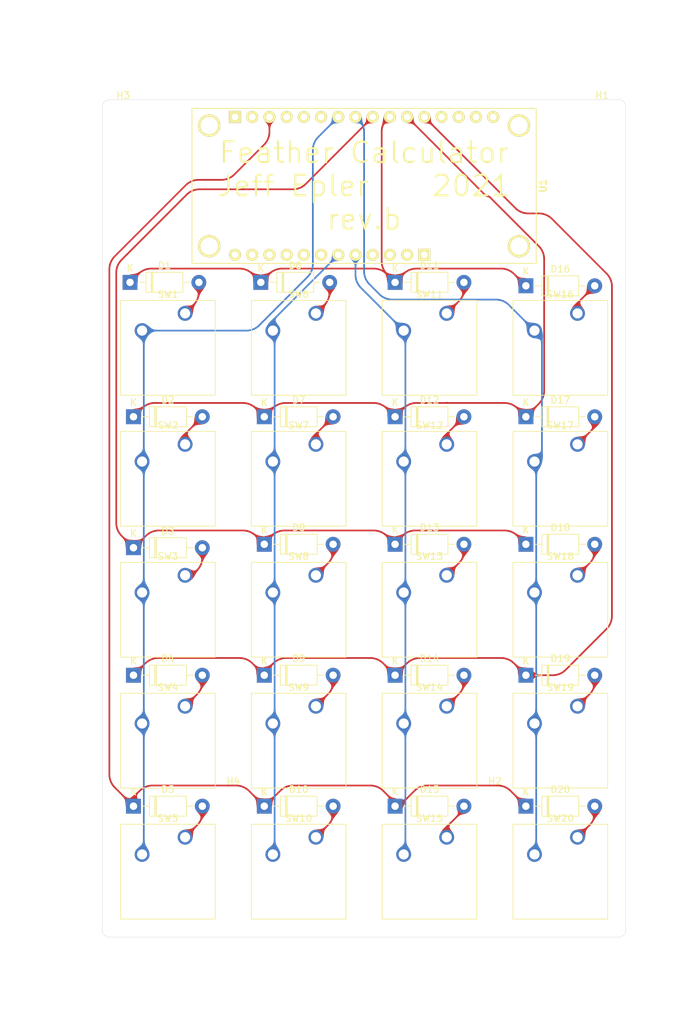
<source format=kicad_pcb>
(kicad_pcb (version 20221018) (generator pcbnew)
  (layers (0 "F.Cu" signal) (31 "B.Cu" signal) (34 "B.Paste" user) (35 "F.Paste" user) (36 "B.SilkS" user "B.Silkscreen") (37 "F.SilkS" user "F.Silkscreen") (38 "B.Mask" user) (39 "F.Mask" user) (44 "Edge.Cuts" user))
  (net 0 "")
  (net 1 "Net-(D1-Pad2)")
  (net 2 "/R1")
  (net 3 "Net-(D2-Pad2)")
  (net 4 "/R2")
  (net 5 "Net-(D3-Pad2)")
  (net 6 "/R3")
  (net 7 "Net-(D4-Pad2)")
  (net 8 "/R4")
  (net 9 "Net-(D5-Pad2)")
  (net 10 "/R5")
  (net 11 "Net-(D6-Pad2)")
  (net 12 "Net-(D7-Pad2)")
  (net 13 "Net-(D8-Pad2)")
  (net 14 "Net-(D9-Pad2)")
  (net 15 "Net-(D10-Pad2)")
  (net 16 "Net-(D11-Pad2)")
  (net 17 "Net-(D12-Pad2)")
  (net 18 "Net-(D13-Pad2)")
  (net 19 "Net-(D14-Pad2)")
  (net 20 "Net-(D15-Pad2)")
  (net 21 "Net-(D16-Pad2)")
  (net 22 "Net-(D17-Pad2)")
  (net 23 "Net-(D18-Pad2)")
  (net 24 "Net-(D19-Pad2)")
  (net 25 "Net-(D20-Pad2)")
  (net 26 "/C4")
  (net 27 "/C3")
  (net 28 "/C2")
  (net 29 "/C1")
  (footprint "Modules:ADAFRUIT_FEATHER" (layer "F.Cu") (at 89.408 63.5 180)
    (fp_text reference "U1")
    (fp_text value "ADAFRUIT_FEATHER" hide)
  )
  (footprint "Diode_THT:D_DO-41_SOD81_P10.16mm_Horizontal" (layer "F.Cu") (at 54.864 77.724)
    (fp_text reference "D1")
    (fp_text value "D")
  )
  (footprint "Diode_THT:D_DO-41_SOD81_P10.16mm_Horizontal" (layer "F.Cu") (at 55.372 97.536)
    (fp_text reference "D2")
    (fp_text value "D")
  )
  (footprint "Diode_THT:D_DO-41_SOD81_P10.16mm_Horizontal" (layer "F.Cu") (at 55.372 116.84)
    (fp_text reference "D3")
    (fp_text value "D")
  )
  (footprint "Diode_THT:D_DO-41_SOD81_P10.16mm_Horizontal" (layer "F.Cu") (at 55.372 135.636)
    (fp_text reference "D4")
    (fp_text value "D")
  )
  (footprint "Diode_THT:D_DO-41_SOD81_P10.16mm_Horizontal" (layer "F.Cu") (at 55.372 154.94)
    (fp_text reference "D5")
    (fp_text value "D")
  )
  (footprint "Diode_THT:D_DO-41_SOD81_P10.16mm_Horizontal" (layer "F.Cu") (at 74.168 77.724)
    (fp_text reference "D6")
    (fp_text value "D")
  )
  (footprint "Diode_THT:D_DO-41_SOD81_P10.16mm_Horizontal" (layer "F.Cu") (at 74.676 97.536)
    (fp_text reference "D7")
    (fp_text value "D")
  )
  (footprint "Diode_THT:D_DO-41_SOD81_P10.16mm_Horizontal" (layer "F.Cu") (at 74.676 116.332)
    (fp_text reference "D8")
    (fp_text value "D")
  )
  (footprint "Diode_THT:D_DO-41_SOD81_P10.16mm_Horizontal" (layer "F.Cu") (at 74.676 135.636)
    (fp_text reference "D9")
    (fp_text value "D")
  )
  (footprint "Diode_THT:D_DO-41_SOD81_P10.16mm_Horizontal" (layer "F.Cu") (at 74.676 154.94)
    (fp_text reference "D10")
    (fp_text value "D")
  )
  (footprint "Diode_THT:D_DO-41_SOD81_P10.16mm_Horizontal" (layer "F.Cu") (at 93.98 77.724)
    (fp_text reference "D11")
    (fp_text value "D")
  )
  (footprint "Diode_THT:D_DO-41_SOD81_P10.16mm_Horizontal" (layer "F.Cu") (at 93.98 97.536)
    (fp_text reference "D12")
    (fp_text value "D")
  )
  (footprint "Diode_THT:D_DO-41_SOD81_P10.16mm_Horizontal" (layer "F.Cu") (at 93.98 116.332)
    (fp_text reference "D13")
    (fp_text value "D")
  )
  (footprint "Diode_THT:D_DO-41_SOD81_P10.16mm_Horizontal" (layer "F.Cu") (at 93.98 135.636)
    (fp_text reference "D14")
    (fp_text value "D")
  )
  (footprint "Diode_THT:D_DO-41_SOD81_P10.16mm_Horizontal" (layer "F.Cu") (at 93.98 154.94)
    (fp_text reference "D15")
    (fp_text value "D")
  )
  (footprint "Diode_THT:D_DO-41_SOD81_P10.16mm_Horizontal" (layer "F.Cu") (at 113.284 78.232)
    (fp_text reference "D16")
    (fp_text value "D")
  )
  (footprint "Diode_THT:D_DO-41_SOD81_P10.16mm_Horizontal" (layer "F.Cu") (at 113.284 97.536)
    (fp_text reference "D17")
    (fp_text value "D")
  )
  (footprint "Diode_THT:D_DO-41_SOD81_P10.16mm_Horizontal" (layer "F.Cu") (at 113.284 116.332)
    (fp_text reference "D18")
    (fp_text value "D")
  )
  (footprint "Diode_THT:D_DO-41_SOD81_P10.16mm_Horizontal" (layer "F.Cu") (at 113.284 135.636)
    (fp_text reference "D19")
    (fp_text value "D")
  )
  (footprint "Diode_THT:D_DO-41_SOD81_P10.16mm_Horizontal" (layer "F.Cu") (at 113.284 154.94)
    (fp_text reference "D20")
    (fp_text value "D")
  )
  (footprint "Button_Switch_Keyboard:SW_Cherry_MX_1.00u_PCB" (layer "F.Cu") (at 62.992 82.296)
    (fp_text reference "SW1")
    (fp_text value "SW_Push")
  )
  (footprint "Button_Switch_Keyboard:SW_Cherry_MX_1.00u_PCB" (layer "F.Cu") (at 62.992 101.6)
    (fp_text reference "SW2")
    (fp_text value "SW_Push")
  )
  (footprint "Button_Switch_Keyboard:SW_Cherry_MX_1.00u_PCB" (layer "F.Cu") (at 62.992 120.904)
    (fp_text reference "SW3")
    (fp_text value "SW_Push")
  )
  (footprint "Button_Switch_Keyboard:SW_Cherry_MX_1.00u_PCB" (layer "F.Cu") (at 62.992 140.208)
    (fp_text reference "SW4")
    (fp_text value "SW_Push")
  )
  (footprint "Button_Switch_Keyboard:SW_Cherry_MX_1.00u_PCB" (layer "F.Cu") (at 62.992 159.512)
    (fp_text reference "SW5")
    (fp_text value "SW_Push")
  )
  (footprint "Button_Switch_Keyboard:SW_Cherry_MX_1.00u_PCB" (layer "F.Cu") (at 82.296 82.296)
    (fp_text reference "SW6")
    (fp_text value "SW_Push")
  )
  (footprint "Button_Switch_Keyboard:SW_Cherry_MX_1.00u_PCB" (layer "F.Cu") (at 82.296 101.6)
    (fp_text reference "SW7")
    (fp_text value "SW_Push")
  )
  (footprint "Button_Switch_Keyboard:SW_Cherry_MX_1.00u_PCB" (layer "F.Cu") (at 82.296 120.904)
    (fp_text reference "SW8")
    (fp_text value "SW_Push")
  )
  (footprint "Button_Switch_Keyboard:SW_Cherry_MX_1.00u_PCB" (layer "F.Cu") (at 82.296 140.208)
    (fp_text reference "SW9")
    (fp_text value "SW_Push")
  )
  (footprint "Button_Switch_Keyboard:SW_Cherry_MX_1.00u_PCB" (layer "F.Cu") (at 82.296 159.512)
    (fp_text reference "SW10")
    (fp_text value "SW_Push")
  )
  (footprint "Button_Switch_Keyboard:SW_Cherry_MX_1.00u_PCB" (layer "F.Cu") (at 101.6 82.296)
    (fp_text reference "SW11")
    (fp_text value "SW_Push")
  )
  (footprint "Button_Switch_Keyboard:SW_Cherry_MX_1.00u_PCB" (layer "F.Cu") (at 101.6 101.6)
    (fp_text reference "SW12")
    (fp_text value "SW_Push")
  )
  (footprint "Button_Switch_Keyboard:SW_Cherry_MX_1.00u_PCB" (layer "F.Cu") (at 101.6 120.904)
    (fp_text reference "SW13")
    (fp_text value "SW_Push")
  )
  (footprint "Button_Switch_Keyboard:SW_Cherry_MX_1.00u_PCB" (layer "F.Cu") (at 101.6 140.208)
    (fp_text reference "SW14")
    (fp_text value "SW_Push")
  )
  (footprint "Button_Switch_Keyboard:SW_Cherry_MX_1.00u_PCB" (layer "F.Cu") (at 101.6 159.512)
    (fp_text reference "SW15")
    (fp_text value "SW_Push")
  )
  (footprint "Button_Switch_Keyboard:SW_Cherry_MX_1.00u_PCB" (layer "F.Cu") (at 120.904 82.296)
    (fp_text reference "SW16")
    (fp_text value "SW_Push")
  )
  (footprint "Button_Switch_Keyboard:SW_Cherry_MX_1.00u_PCB" (layer "F.Cu") (at 120.904 101.6)
    (fp_text reference "SW17")
    (fp_text value "SW_Push")
  )
  (footprint "Button_Switch_Keyboard:SW_Cherry_MX_1.00u_PCB" (layer "F.Cu") (at 120.904 120.904)
    (fp_text reference "SW18")
    (fp_text value "SW_Push")
  )
  (footprint "Button_Switch_Keyboard:SW_Cherry_MX_1.00u_PCB" (layer "F.Cu") (at 120.904 140.208)
    (fp_text reference "SW19")
    (fp_text value "SW_Push")
  )
  (footprint "Button_Switch_Keyboard:SW_Cherry_MX_1.00u_PCB" (layer "F.Cu") (at 120.904 159.512)
    (fp_text reference "SW20")
    (fp_text value "SW_Push")
  )
  (footprint "MountingHole:MountingHole_2.7mm_M2.5" (layer "F.Cu") (at 124.968 53.848)
    (fp_text reference "H1")
    (fp_text value "MountingHole")
  )
  (footprint "MountingHole:MountingHole_2.7mm_M2.5" (layer "F.Cu") (at 108.712 154.94)
    (fp_text reference "H2")
    (fp_text value "MountingHole")
  )
  (footprint "MountingHole:MountingHole_2.7mm_M2.5" (layer "F.Cu") (at 53.848 53.848)
    (fp_text reference "H3")
    (fp_text value "MountingHole")
  )
  (footprint "MountingHole:MountingHole_2.7mm_M2.5" (layer "F.Cu") (at 70.104 154.94)
    (fp_text reference "H4")
    (fp_text value "MountingHole")
  )
  (gr_line (start 51.816 50.8) (end 127 50.8) (stroke (width 0.05)) (layer "Edge.Cuts"))
  (gr_line (start 127 174.244) (end 51.816 174.244) (stroke (width 0.05)) (layer "Edge.Cuts"))
  (gr_arc (start 128.016 173.228) (mid 127.71842 173.94642) (end 127 174.244) (stroke (width 0.05)) (layer "Edge.Cuts"))
  (gr_arc (start 51.816 174.244) (mid 51.09758 173.94642) (end 50.8 173.228) (stroke (width 0.05)) (layer "Edge.Cuts"))
  (gr_arc (start 127 50.8) (mid 127.71842 51.09758) (end 128.016 51.816) (stroke (width 0.05)) (layer "Edge.Cuts"))
  (gr_line (start 128.016 51.816) (end 128.016 173.228) (stroke (width 0.05)) (layer "Edge.Cuts"))
  (gr_line (start 50.8 173.228) (end 50.8 51.816) (stroke (width 0.05)) (layer "Edge.Cuts"))
  (gr_arc (start 50.8 51.816) (mid 51.09758 51.09758) (end 51.816 50.8) (stroke (width 0.05)) (layer "Edge.Cuts"))
  (gr_text "Feather Calculator\nJeff Epler    2021\nrev.b" (at 89.408 63.5) (layer "F.SilkS") (effects (font (size 3.048 3.048) (thickness 0.3048))))
  (segment (start 65.024 79.270617) (end 65.024 77.724) (width 0.25) (layer "F.Cu") (net 1))
  (segment (start 64.945639 79.798879) (end 64.868033 80.05471) (width 0.25) (layer "F.Cu") (net 1))
  (segment (start 64.997795 79.536673) (end 64.945639 79.798879) (width 0.25) (layer "F.Cu") (net 1))
  (segment (start 65.024 79.270617) (end 64.997795 79.536673) (width 0.25) (layer "F.Cu") (net 1))
  (segment (start 64.491172 80.759766) (end 64.321572 80.966425) (width 0.25) (layer "F.Cu") (net 1))
  (segment (start 64.868033 80.05471) (end 64.765725 80.301704) (width 0.25) (layer "F.Cu") (net 1))
  (segment (start 64.765725 80.301704) (end 64.6397 80.537479) (width 0.25) (layer "F.Cu") (net 1))
  (segment (start 64.491172 80.759766) (end 64.6397 80.537479) (width 0.25) (layer "F.Cu") (net 1))
  (segment (start 64.321572 80.966425) (end 62.992 82.296) (width 0.25) (layer "F.Cu") (net 1))
  (segment (start 94.064934 77.286932) (end 94.02973 77.30976) (width 0.25) (layer "F.Cu") (net 2))
  (segment (start 57.361118 75.770359) (end 57.105287 75.847964) (width 0.25) (layer "F.Cu") (net 2))
  (segment (start 93.23753 76.98153) (end 92.650425 76.394425) (width 0.25) (layer "F.Cu") (net 2))
  (segment (start 97.005381 75.692) (end 109.750618 75.692) (width 0.25) (layer "F.Cu") (net 2))
  (segment (start 110.278879 75.770359) (end 110.016674 75.718204) (width 0.25) (layer "F.Cu") (net 2))
  (segment (start 74.641706 77.19594) (end 74.459706 77.271328) (width 0.25) (layer "F.Cu") (net 2))
  (segment (start 93.880536 77.30976) (end 93.831664 77.30976) (width 0.25) (layer "F.Cu") (net 2))
  (segment (start 93.56576 77.30976) (end 93.56576 77.30976) (width 0.25) (layer "F.Cu") (net 2))
  (segment (start 93.343178 77.087178) (end 93.377736 77.121736) (width 0.25) (layer "F.Cu") (net 2))
  (segment (start 72.631766 76.224824) (end 72.838425 76.394425) (width 0.25) (layer "F.Cu") (net 2))
  (segment (start 93.308013 77.052013) (end 93.343178 77.087178) (width 0.25) (layer "F.Cu") (net 2))
  (segment (start 111.239766 76.224824) (end 111.017479 76.076297) (width 0.25) (layer "F.Cu") (net 2))
  (segment (start 57.889381 75.692) (end 57.623325 75.718204) (width 0.25) (layer "F.Cu") (net 2))
  (segment (start 57.105287 75.847964) (end 56.858294 75.950272) (width 0.25) (layer "F.Cu") (net 2))
  (segment (start 91.220674 75.718203) (end 90.954618 75.692) (width 0.25) (layer "F.Cu") (net 2))
  (segment (start 95.516231 76.224824) (end 95.738519 76.076297) (width 0.25) (layer "F.Cu") (net 2))
  (segment (start 93.979999 77.30976) (end 93.979999 77.30976) (width 0.25) (layer "F.Cu") (net 2))
  (segment (start 72.173704 75.950272) (end 72.409479 76.076297) (width 0.25) (layer "F.Cu") (net 2))
  (segment (start 92.262271 75.785703) (end 92.388296 76.021478) (width 0.25) (layer "F.Cu") (net 2))
  (segment (start 77.193381 75.692) (end 76.927325 75.718204) (width 0.25) (layer "F.Cu") (net 2))
  (segment (start 91.985704 75.950272) (end 91.73871 75.847965) (width 0.25) (layer "F.Cu") (net 2))
  (segment (start 94.617501 77.086496) (end 94.373927 77.228986) (width 0.25) (layer "F.Cu") (net 2))
  (segment (start 94.373927 77.228986) (end 94.448775 77.18377) (width 0.25) (layer "F.Cu") (net 2))
  (segment (start 92.296701 54.345701) (end 92.409828 54.176395) (width 0.25) (layer "F.Cu") (net 2))
  (segment (start 93.931134 77.296627) (end 94.064934 77.286932) (width 0.25) (layer "F.Cu") (net 2))
  (segment (start 93.23753 76.98153) (end 93.349047 77.060765) (width 0.25) (layer "F.Cu") (net 2))
  (segment (start 75.70423 76.224824) (end 75.497571 76.394425) (width 0.25) (layer "F.Cu") (net 2))
  (segment (start 92.388296 76.021478) (end 92.536823 76.243765) (width 0.25) (layer "F.Cu") (net 2))
  (segment (start 71.142618 75.692) (end 57.889381 75.692) (width 0.25) (layer "F.Cu") (net 2))
  (segment (start 71.408674 75.718203) (end 71.670879 75.770359) (width 0.25) (layer "F.Cu") (net 2))
  (segment (start 110.781704 75.950272) (end 111.017479 76.076297) (width 0.25) (layer "F.Cu") (net 2))
  (segment (start 96.739325 75.718203) (end 96.477118 75.770359) (width 0.25) (layer "F.Cu") (net 2))
  (segment (start 93.308013 77.052013) (end 93.202517 76.946517) (width 0.25) (layer "F.Cu") (net 2))
  (segment (start 73.530496 77.086496) (end 73.694291 77.195941) (width 0.25) (layer "F.Cu") (net 2))
  (segment (start 74.459706 77.271328) (end 74.266496 77.30976) (width 0.25) (layer "F.Cu") (net 2))
  (segment (start 92.023957 55.107973) (end 92.003999 55.310616) (width 0.25) (layer "F.Cu") (net 2))
  (segment (start 95.516231 76.224824) (end 95.309572 76.394425) (width 0.25) (layer "F.Cu") (net 2))
  (segment (start 93.272848 77.016848) (end 93.272848 77.016848) (width 0.25) (layer "F.Cu") (net 2))
  (segment (start 92.443766 76.224824) (end 92.221479 76.076297) (width 0.25) (layer "F.Cu") (net 2))
  (segment (start 71.92671 75.847964) (end 72.173704 75.950272) (width 0.25) (layer "F.Cu") (net 2))
  (segment (start 56.400231 76.224825) (end 56.193572 76.394426) (width 0.25) (layer "F.Cu") (net 2))
  (segment (start 92.12279 54.713405) (end 92.063681 54.908261) (width 0.25) (layer "F.Cu") (net 2))
  (segment (start 76.162294 75.950272) (end 75.926519 76.076296) (width 0.25) (layer "F.Cu") (net 2))
  (segment (start 93.931134 77.296627) (end 93.462365 77.170639) (width 0.25) (layer "F.Cu") (net 2))
  (segment (start 94.225315 77.290543) (end 94.079461 77.30976) (width 0.25) (layer "F.Cu") (net 2))
  (segment (start 93.831664 77.30976) (end 93.737242 77.284497) (width 0.25) (layer "F.Cu") (net 2))
  (segment (start 76.409287 75.847964) (end 76.162294 75.950272) (width 0.25) (layer "F.Cu") (net 2))
  (segment (start 71.670879 75.770359) (end 71.92671 75.847964) (width 0.25) (layer "F.Cu") (net 2))
  (segment (start 91.220674 75.718203) (end 91.482879 75.770359) (width 0.25) (layer "F.Cu") (net 2))
  (segment (start 92.200713 54.525281) (end 92.12279 54.713405) (width 0.25) (layer "F.Cu") (net 2))
  (segment (start 75.497571 76.394425) (end 74.805501 77.086496) (width 0.25) (layer "F.Cu") (net 2))
  (segment (start 92.539006 54.018991) (end 92.409828 54.176395) (width 0.25) (layer "F.Cu") (net 2))
  (segment (start 76.665118 75.770359) (end 76.409287 75.847964) (width 0.25) (layer "F.Cu") (net 2))
  (segment (start 93.892049 77.30976) (end 93.931134 77.296627) (width 0.25) (layer "F.Cu") (net 2))
  (segment (start 93.462365 77.170639) (end 93.343178 77.087178) (width 0.25) (layer "F.Cu") (net 2))
  (segment (start 93.892049 77.30976) (end 93.880536 77.30976) (width 0.25) (layer "F.Cu") (net 2))
  (segment (start 110.016674 75.718204) (end 109.750618 75.692) (width 0.25) (layer "F.Cu") (net 2))
  (segment (start 97.005381 75.692) (end 96.739325 75.718203) (width 0.25) (layer "F.Cu") (net 2))
  (segment (start 93.349047 77.060765) (end 93.737242 77.284497) (width 0.25) (layer "F.Cu") (net 2))
  (segment (start 93.349047 77.060765) (end 93.308013 77.052013) (width 0.25) (layer "F.Cu") (net 2))
  (segment (start 91.482879 75.770359) (end 91.73871 75.847965) (width 0.25) (layer "F.Cu") (net 2))
  (segment (start 94.02973 77.30976) (end 94.079461 77.30976) (width 0.25) (layer "F.Cu") (net 2))
  (segment (start 92.296701 54.345701) (end 92.200713 54.525281) (width 0.25) (layer "F.Cu") (net 2))
  (segment (start 93.202517 76.946517) (end 93.23753 76.98153) (width 0.25) (layer "F.Cu") (net 2))
  (segment (start 93.377736 77.121736) (end 93.462365 77.170639) (width 0.25) (layer "F.Cu") (net 2))
  (segment (start 94.448775 77.18377) (end 94.617501 77.086496) (width 0.25) (layer "F.Cu") (net 2))
  (segment (start 92.443766 76.224824) (end 92.650425 76.394425) (width 0.25) (layer "F.Cu") (net 2))
  (segment (start 94.448775 77.18377) (end 94.064934 77.286932) (width 0.25) (layer "F.Cu") (net 2))
  (segment (start 111.446425 76.394425) (end 113.284 78.232) (width 0.25) (layer "F.Cu") (net 2))
  (segment (start 74.266496 77.30976) (end 74.069501 77.30976) (width 0.25) (layer "F.Cu") (net 2))
  (segment (start 94.12871 77.30976) (end 93.831664 77.30976) (width 0.25) (layer "F.Cu") (net 2))
  (segment (start 56.622519 76.076297) (end 56.400231 76.224825) (width 0.25) (layer "F.Cu") (net 2))
  (segment (start 71.408674 75.718203) (end 71.142618 75.692) (width 0.25) (layer "F.Cu") (net 2))
  (segment (start 110.278879 75.770359) (end 110.53471 75.847965) (width 0.25) (layer "F.Cu") (net 2))
  (segment (start 96.477118 75.770359) (end 96.221287 75.847965) (width 0.25) (layer "F.Cu") (net 2))
  (segment (start 91.985704 75.950272) (end 92.221479 76.076297) (width 0.25) (layer "F.Cu") (net 2))
  (segment (start 94.373927 77.228986) (end 94.225315 77.290543) (width 0.25) (layer "F.Cu") (net 2))
  (segment (start 93.56576 77.30976) (end 93.56576 77.30976) (width 0.25) (layer "F.Cu") (net 2))
  (segment (start 57.361118 75.770359) (end 57.623325 75.718204) (width 0.25) (layer "F.Cu") (net 2))
  (segment (start 93.737242 77.284497) (end 93.880536 77.30976) (width 0.25) (layer "F.Cu") (net 2))
  (segment (start 72.631766 76.224824) (end 72.409479 76.076297) (width 0.25) (layer "F.Cu") (net 2))
  (segment (start 110.781704 75.950272) (end 110.53471 75.847965) (width 0.25) (layer "F.Cu") (net 2))
  (segment (start 95.974294 75.950272) (end 96.221287 75.847965) (width 0.25) (layer "F.Cu") (net 2))
  (segment (start 76.665118 75.770359) (end 76.927325 75.718204) (width 0.25) (layer "F.Cu") (net 2))
  (segment (start 92.082358 75.282878) (end 92.159964 75.538709) (width 0.25) (layer "F.Cu") (net 2))
  (segment (start 73.876291 77.271328) (end 74.069501 77.30976) (width 0.25) (layer "F.Cu") (net 2))
  (segment (start 94.617501 77.086496) (end 95.309572 76.394425) (width 0.25) (layer "F.Cu") (net 2))
  (segment (start 56.858294 75.950272) (end 56.622519 76.076297) (width 0.25) (layer "F.Cu") (net 2))
  (segment (start 94.12871 77.30976) (end 94.225315 77.290543) (width 0.25) (layer "F.Cu") (net 2))
  (segment (start 92.003999 55.310616) (end 92.003999 74.754617) (width 0.25) (layer "F.Cu") (net 2))
  (segment (start 94.02973 77.30976) (end 93.892049 77.30976) (width 0.25) (layer "F.Cu") (net 2))
  (segment (start 73.694291 77.195941) (end 73.876291 77.271328) (width 0.25) (layer "F.Cu") (net 2))
  (segment (start 56.193572 76.394426) (end 54.864 77.724) (width 0.25) (layer "F.Cu") (net 2))
  (segment (start 92.539006 54.018991) (end 93.218 53.34) (width 0.25) (layer "F.Cu") (net 2))
  (segment (start 72.838425 76.394425) (end 73.530496 77.086496) (width 0.25) (layer "F.Cu") (net 2))
  (segment (start 74.805501 77.086496) (end 74.641706 77.19594) (width 0.25) (layer "F.Cu") (net 2))
  (segment (start 92.082358 75.282878) (end 92.030203 75.020673) (width 0.25) (layer "F.Cu") (net 2))
  (segment (start 93.377736 77.121736) (end 92.706424 76.450424) (width 0.25) (layer "F.Cu") (net 2))
  (segment (start 90.954618 75.692) (end 77.193381 75.692) (width 0.25) (layer "F.Cu") (net 2))
  (segment (start 92.262271 75.785703) (end 92.159964 75.538709) (width 0.25) (layer "F.Cu") (net 2))
  (segment (start 94.079461 77.30976) (end 94.12871 77.30976) (width 0.25) (layer "F.Cu") (net 2))
  (segment (start 92.003999 74.754617) (end 92.030203 75.020673) (width 0.25) (layer "F.Cu") (net 2))
  (segment (start 92.536823 76.243765) (end 92.706424 76.450424) (width 0.25) (layer "F.Cu") (net 2))
  (segment (start 92.063681 54.908261) (end 92.023957 55.107973) (width 0.25) (layer "F.Cu") (net 2))
  (segment (start 75.70423 76.224824) (end 75.926519 76.076296) (width 0.25) (layer "F.Cu") (net 2))
  (segment (start 111.239766 76.224824) (end 111.446425 76.394425) (width 0.25) (layer "F.Cu") (net 2))
  (segment (start 95.974294 75.950272) (end 95.738519 76.076297) (width 0.25) (layer "F.Cu") (net 2))
  (segment (start 63.251823 99.891099) (end 63.166618 100.050506) (width 0.25) (layer "F.Cu") (net 3))
  (segment (start 63.009716 100.567743) (end 62.992 100.747623) (width 0.25) (layer "F.Cu") (net 3))
  (segment (start 62.992 100.747623) (end 62.992 101.6) (width 0.25) (layer "F.Cu") (net 3))
  (segment (start 63.46691 99.601087) (end 63.352243 99.74081) (width 0.25) (layer "F.Cu") (net 3))
  (segment (start 63.044978 100.390465) (end 63.009716 100.567743) (width 0.25) (layer "F.Cu") (net 3))
  (segment (start 63.097447 100.217498) (end 63.166618 100.050506) (width 0.25) (layer "F.Cu") (net 3))
  (segment (start 63.097447 100.217498) (end 63.044978 100.390465) (width 0.25) (layer "F.Cu") (net 3))
  (segment (start 63.251823 99.891099) (end 63.352243 99.74081) (width 0.25) (layer "F.Cu") (net 3))
  (segment (start 63.46691 99.601087) (end 65.532 97.536) (width 0.25) (layer "F.Cu") (net 3))
  (segment (start 107.747145 65.037365) (end 107.790782 65.050602) (width 0.25) (layer "F.Cu") (net 4))
  (segment (start 101.572342 95.504) (end 101.588936 95.504) (width 0.25) (layer "F.Cu") (net 4))
  (segment (start 77.701381 95.504) (end 77.435325 95.530203) (width 0.25) (layer "F.Cu") (net 4))
  (segment (start 113.757706 97.00794) (end 113.575706 97.083328) (width 0.25) (layer "F.Cu") (net 4))
  (segment (start 74.038496 96.898496) (end 74.202291 97.00794) (width 0.25) (layer "F.Cu") (net 4))
  (segment (start 76.670293 95.762272) (end 76.917286 95.659965) (width 0.25) (layer "F.Cu") (net 4))
  (segment (start 113.921501 96.898496) (end 113.757706 97.00794) (width 0.25) (layer "F.Cu") (net 4))
  (segment (start 94.617501 96.898496) (end 94.453706 97.00794) (width 0.25) (layer "F.Cu") (net 4))
  (segment (start 57.366293 95.762272) (end 57.613286 95.659965) (width 0.25) (layer "F.Cu") (net 4))
  (segment (start 111.289704 95.762272) (end 111.525479 95.888297) (width 0.25) (layer "F.Cu") (net 4))
  (segment (start 101.694029 95.504) (end 101.705092 95.504) (width 0.25) (layer "F.Cu") (net 4))
  (segment (start 101.658076 95.504) (end 101.652545 95.504) (width 0.25) (layer "F.Cu") (net 4))
  (segment (start 72.681704 95.762272) (end 72.917479 95.888297) (width 0.25) (layer "F.Cu") (net 4))
  (segment (start 94.453706 97.00794) (end 94.271706 97.083328) (width 0.25) (layer "F.Cu") (net 4))
  (segment (start 56.701572 96.206426) (end 55.372 97.536) (width 0.25) (layer "F.Cu") (net 4))
  (segment (start 101.555749 95.504) (end 101.588936 95.504) (width 0.25) (layer "F.Cu") (net 4))
  (segment (start 101.638717 95.504) (end 101.627654 95.504) (width 0.25) (layer "F.Cu") (net 4))
  (segment (start 101.644248 95.504) (end 101.638717 95.504) (width 0.25) (layer "F.Cu") (net 4))
  (segment (start 97.005381 95.504) (end 96.739325 95.530203) (width 0.25) (layer "F.Cu") (net 4))
  (segment (start 76.005571 96.206425) (end 75.313501 96.898496) (width 0.25) (layer "F.Cu") (net 4))
  (segment (start 77.435325 95.530203) (end 77.173118 95.582359) (width 0.25) (layer "F.Cu") (net 4))
  (segment (start 101.588936 95.504) (end 101.594467 95.504) (width 0.25) (layer "F.Cu") (net 4))
  (segment (start 57.366293 95.762272) (end 57.130518 95.888297) (width 0.25) (layer "F.Cu") (net 4))
  (segment (start 93.506291 97.007941) (end 93.688291 97.083328) (width 0.25) (layer "F.Cu") (net 4))
  (segment (start 115.720726 94.878703) (end 115.594701 95.114478) (width 0.25) (layer "F.Cu") (net 4))
  (segment (start 110.524674 95.530204) (end 110.258618 95.504) (width 0.25) (layer "F.Cu") (net 4))
  (segment (start 91.482879 95.582359) (end 91.220674 95.530204) (width 0.25) (layer "F.Cu") (net 4))
  (segment (start 76.670293 95.762272) (end 76.434518 95.888297) (width 0.25) (layer "F.Cu") (net 4))
  (segment (start 101.594467 95.504) (end 101.588936 95.504) (width 0.25) (layer "F.Cu") (net 4))
  (segment (start 76.21223 96.036824) (end 76.005571 96.206425) (width 0.25) (layer "F.Cu") (net 4))
  (segment (start 107.832912 65.068052) (end 107.873128 65.089548) (width 0.25) (layer "F.Cu") (net 4))
  (segment (start 74.967706 97.083328) (end 74.774496 97.12176) (width 0.25) (layer "F.Cu") (net 4))
  (segment (start 101.544687 95.504) (end 101.522562 95.504) (width 0.25) (layer "F.Cu") (net 4))
  (segment (start 111.747766 96.036824) (end 111.525479 95.888297) (width 0.25) (layer "F.Cu") (net 4))
  (segment (start 101.669139 95.504) (end 101.67467 95.504) (width 0.25) (layer "F.Cu") (net 4))
  (segment (start 101.671905 95.504) (end 101.671905 95.504) (width 0.25) (layer "F.Cu") (net 4))
  (segment (start 94.271706 97.083328) (end 94.078496 97.12176) (width 0.25) (layer "F.Cu") (net 4))
  (segment (start 101.688498 95.504) (end 101.694029 95.504) (width 0.25) (layer "F.Cu") (net 4))
  (segment (start 115.823034 73.385806) (end 115.720726 73.138813) (width 0.25) (layer "F.Cu") (net 4))
  (segment (start 95.974293 95.762272) (end 96.221286 95.659965) (width 0.25) (layer "F.Cu") (net 4))
  (segment (start 101.60553 95.504) (end 101.588936 95.504) (width 0.25) (layer "F.Cu") (net 4))
  (segment (start 101.705092 95.504) (end 101.776998 95.504) (width 0.25) (layer "F.Cu") (net 4))
  (segment (start 72.178879 95.582359) (end 71.916674 95.530204) (width 0.25) (layer "F.Cu") (net 4))
  (segment (start 91.482879 95.582359) (end 91.73871 95.659964) (width 0.25) (layer "F.Cu") (net 4))
  (segment (start 101.671905 95.504) (end 101.669139 95.504) (width 0.25) (layer "F.Cu") (net 4))
  (segment (start 107.322186 64.904186) (end 95.758 53.34) (width 0.25) (layer "F.Cu") (net 4))
  (segment (start 58.397381 95.504) (end 71.650618 95.504) (width 0.25) (layer "F.Cu") (net 4))
  (segment (start 93.688291 97.083328) (end 93.881501 97.12176) (width 0.25) (layer "F.Cu") (net 4))
  (segment (start 101.627654 95.504) (end 101.583405 95.504) (width 0.25) (layer "F.Cu") (net 4))
  (segment (start 58.397381 95.504) (end 58.131325 95.530203) (width 0.25) (layer "F.Cu") (net 4))
  (segment (start 101.660843 95.504) (end 101.663608 95.504) (width 0.25) (layer "F.Cu") (net 4))
  (segment (start 115.823034 73.385806) (end 115.90064 73.641637) (width 0.25) (layer "F.Cu") (net 4))
  (segment (start 101.680201 95.504) (end 101.688498 95.504) (width 0.25) (layer "F.Cu") (net 4))
  (segment (start 101.680201 95.504) (end 101.671905 95.504) (width 0.25) (layer "F.Cu") (net 4))
  (segment (start 74.384291 97.083327) (end 74.202291 97.00794) (width 0.25) (layer "F.Cu") (net 4))
  (segment (start 115.90064 73.641637) (end 115.952796 73.903844) (width 0.25) (layer "F.Cu") (net 4))
  (segment (start 107.477697 64.997396) (end 107.521334 65.010633) (width 0.25) (layer "F.Cu") (net 4))
  (segment (start 107.566058 65.01953) (end 107.521334 65.010633) (width 0.25) (layer "F.Cu") (net 4))
  (segment (start 77.173118 95.582359) (end 76.917286 95.659965) (width 0.25) (layer "F.Cu") (net 4))
  (segment (start 95.51623 96.036824) (end 95.738518 95.888297) (width 0.25) (layer "F.Cu") (net 4))
  (segment (start 91.73871 95.659964) (end 91.985704 95.762272) (width 0.25) (layer "F.Cu") (net 4))
  (segment (start 101.660843 95.504) (end 101.660842 95.504) (width 0.25) (layer "F.Cu") (net 4))
  (segment (start 113.921501 96.898496) (end 115.276573 95.543424) (width 0.25) (layer "F.Cu") (net 4))
  (segment (start 95.974293 95.762272) (end 95.738518 95.888297) (width 0.25) (layer "F.Cu") (net 4))
  (segment (start 75.313501 96.898496) (end 75.149706 97.00794) (width 0.25) (layer "F.Cu") (net 4))
  (segment (start 91.985704 95.762272) (end 92.221479 95.888297) (width 0.25) (layer "F.Cu") (net 4))
  (segment (start 93.342496 96.898496) (end 93.506291 97.007941) (width 0.25) (layer "F.Cu") (net 4))
  (segment (start 115.594701 72.903038) (end 115.446173 72.680749) (width 0.25) (layer "F.Cu") (net 4))
  (segment (start 115.952796 73.903844) (end 115.979001 74.1699) (width 0.25) (layer "F.Cu") (net 4))
  (segment (start 101.522562 95.504) (end 97.005381 95.504) (width 0.25) (layer "F.Cu") (net 4))
  (segment (start 107.65704 65.024) (end 107.611439 65.024) (width 0.25) (layer "F.Cu") (net 4))
  (segment (start 101.663608 95.504) (end 101.60553 95.504) (width 0.25) (layer "F.Cu") (net 4))
  (segment (start 92.443766 96.036824) (end 92.221479 95.888297) (width 0.25) (layer "F.Cu") (net 4))
  (segment (start 112.646496 96.898496) (end 112.810291 97.00794) (width 0.25) (layer "F.Cu") (net 4))
  (segment (start 73.346425 96.206425) (end 74.038496 96.898496) (width 0.25) (layer "F.Cu") (net 4))
  (segment (start 92.650425 96.206425) (end 93.342496 96.898496) (width 0.25) (layer "F.Cu") (net 4))
  (segment (start 111.04271 95.659964) (end 111.289704 95.762272) (width 0.25) (layer "F.Cu") (net 4))
  (segment (start 101.588936 95.504) (end 101.583405 95.504) (width 0.25) (layer "F.Cu") (net 4))
  (segment (start 96.477118 95.582359) (end 96.221286 95.659965) (width 0.25) (layer "F.Cu") (net 4))
  (segment (start 101.671905 95.504) (end 101.67467 95.504) (width 0.25) (layer "F.Cu") (net 4))
  (segment (start 107.566058 65.01953) (end 107.611439 65.024) (width 0.25) (layer "F.Cu") (net 4))
  (segment (start 112.992291 97.083327) (end 112.810291 97.00794) (width 0.25) (layer "F.Cu") (net 4))
  (segment (start 101.660842 95.504) (end 101.658076 95.504) (width 0.25) (layer "F.Cu") (net 4))
  (segment (start 111.954425 96.206425) (end 112.646496 96.898496) (width 0.25) (layer "F.Cu") (net 4))
  (segment (start 101.522562 95.504) (end 101.555749 95.504) (width 0.25) (layer "F.Cu") (net 4))
  (segment (start 77.701381 95.504) (end 90.954618 95.504) (width 0.25) (layer "F.Cu") (net 4))
  (segment (start 101.705092 95.504) (end 101.688498 95.504) (width 0.25) (layer "F.Cu") (net 4))
  (segment (start 112.992291 97.083327) (end 113.185501 97.12176) (width 0.25) (layer "F.Cu") (net 4))
  (segment (start 101.67467 95.504) (end 101.680201 95.504) (width 0.25) (layer "F.Cu") (net 4))
  (segment (start 107.322186 64.904186) (end 107.357436 64.933115) (width 0.25) (layer "F.Cu") (net 4))
  (segment (start 56.908231 96.036825) (end 56.701572 96.206426) (width 0.25) (layer "F.Cu") (net 4))
  (segment (start 101.594467 95.504) (end 101.60553 95.504) (width 0.25) (layer "F.Cu") (net 4))
  (segment (start 95.309571 96.206425) (end 94.617501 96.898496) (width 0.25) (layer "F.Cu") (net 4))
  (segment (start 101.669139 95.504) (end 101.660843 95.504) (width 0.25) (layer "F.Cu") (net 4))
  (segment (start 107.395351 64.958449) (end 107.435567 64.979945) (width 0.25) (layer "F.Cu") (net 4))
  (segment (start 101.644248 95.504) (end 101.660843 95.504) (width 0.25) (layer "F.Cu") (net 4))
  (segment (start 115.594701 95.114478) (end 115.446174 95.336765) (width 0.25) (layer "F.Cu") (net 4))
  (segment (start 115.979001 93.847616) (end 115.979001 74.1699) (width 0.25) (layer "F.Cu") (net 4))
  (segment (start 91.220674 95.530204) (end 90.954618 95.504) (width 0.25) (layer "F.Cu") (net 4))
  (segment (start 110.786879 95.582359) (end 111.04271 95.659964) (width 0.25) (layer "F.Cu") (net 4))
  (segment (start 101.660843 95.504) (end 101.660843 95.504) (width 0.25) (layer "F.Cu") (net 4))
  (segment (start 111.747766 96.036824) (end 111.954425 96.206425) (width 0.25) (layer "F.Cu") (net 4))
  (segment (start 76.21223 96.036824) (end 76.434518 95.888297) (width 0.25) (layer "F.Cu") (net 4))
  (segment (start 75.149706 97.00794) (end 74.967706 97.083328) (width 0.25) (layer "F.Cu") (net 4))
  (segment (start 94.078496 97.12176) (end 93.881501 97.12176) (width 0.25) (layer "F.Cu") (net 4))
  (segment (start 115.952796 94.113672) (end 115.90064 94.375878) (width 0.25) (layer "F.Cu") (net 4))
  (segment (start 101.671905 95.504) (end 101.671905 95.504) (width 0.25) (layer "F.Cu") (net 4))
  (segment (start 115.90064 94.375878) (end 115.823034 94.631709) (width 0.25) (layer "F.Cu") (net 4))
  (segment (start 101.555749 95.504) (end 101.544687 95.504) (width 0.25) (layer "F.Cu") (net 4))
  (segment (start 73.139766 96.036824) (end 73.346425 96.206425) (width 0.25) (layer "F.Cu") (net 4))
  (segment (start 107.911043 65.114882) (end 107.946293 65.143811) (width 0.25) (layer "F.Cu") (net 4))
  (segment (start 101.583405 95.504) (end 101.572342 95.504) (width 0.25) (layer "F.Cu") (net 4))
  (segment (start 107.832912 65.068052) (end 107.790782 65.050602) (width 0.25) (layer "F.Cu") (net 4))
  (segment (start 101.638717 95.504) (end 101.652545 95.504) (width 0.25) (layer "F.Cu") (net 4))
  (segment (start 115.276572 72.47409) (end 115.446173 72.680749) (width 0.25) (layer "F.Cu") (net 4))
  (segment (start 115.594701 72.903038) (end 115.720726 73.138813) (width 0.25) (layer "F.Cu") (net 4))
  (segment (start 110.258618 95.504) (end 101.658076 95.504) (width 0.25) (layer "F.Cu") (net 4))
  (segment (start 95.51623 96.036824) (end 95.309571 96.206425) (width 0.25) (layer "F.Cu") (net 4))
  (segment (start 92.443766 96.036824) (end 92.650425 96.206425) (width 0.25) (layer "F.Cu") (net 4))
  (segment (start 56.908231 96.036825) (end 57.130518 95.888297) (width 0.25) (layer "F.Cu") (net 4))
  (segment (start 58.131325 95.530203) (end 57.869118 95.582359) (width 0.25) (layer "F.Cu") (net 4))
  (segment (start 57.869118 95.582359) (end 57.613286 95.659965) (width 0.25) (layer "F.Cu") (net 4))
  (segment (start 113.575706 97.083328) (end 113.382496 97.12176) (width 0.25) (layer "F.Cu") (net 4))
  (segment (start 115.276572 72.47409) (end 107.946293 65.143811) (width 0.25) (layer "F.Cu") (net 4))
  (segment (start 72.178879 95.582359) (end 72.43471 95.659964) (width 0.25) (layer "F.Cu") (net 4))
  (segment (start 71.916674 95.530204) (end 71.650618 95.504) (width 0.25) (layer "F.Cu") (net 4))
  (segment (start 115.979001 93.847616) (end 115.952796 94.113672) (width 0.25) (layer "F.Cu") (net 4))
  (segment (start 74.577501 97.12176) (end 74.774496 97.12176) (width 0.25) (layer "F.Cu") (net 4))
  (segment (start 115.446174 95.336765) (end 115.276573 95.543424) (width 0.25) (layer "F.Cu") (net 4))
  (segment (start 107.873128 65.089548) (end 107.911043 65.114882) (width 0.25) (layer "F.Cu") (net 4))
  (segment (start 74.384291 97.083327) (end 74.577501 97.12176) (width 0.25) (layer "F.Cu") (net 4))
  (segment (start 96.739325 95.530203) (end 96.477118 95.582359) (width 0.25) (layer "F.Cu") (net 4))
  (segment (start 72.43471 95.659964) (end 72.681704 95.762272) (width 0.25) (layer "F.Cu") (net 4))
  (segment (start 101.663608 95.504) (end 101.671905 95.504) (width 0.25) (layer "F.Cu") (net 4))
  (segment (start 107.357436 64.933115) (end 107.395351 64.958449) (width 0.25) (layer "F.Cu") (net 4))
  (segment (start 101.652545 95.504) (end 101.660842 95.504) (width 0.25) (layer "F.Cu") (net 4))
  (segment (start 101.627654 95.504) (end 101.644248 95.504) (width 0.25) (layer "F.Cu") (net 4))
  (segment (start 107.702421 65.028469) (end 107.747145 65.037365) (width 0.25) (layer "F.Cu") (net 4))
  (segment (start 110.786879 95.582359) (end 110.524674 95.530204) (width 0.25) (layer "F.Cu") (net 4))
  (segment (start 101.544687 95.504) (end 101.572342 95.504) (width 0.25) (layer "F.Cu") (net 4))
  (segment (start 115.823034 94.631709) (end 115.720726 94.878703) (width 0.25) (layer "F.Cu") (net 4))
  (segment (start 113.185501 97.12176) (end 113.382496 97.12176) (width 0.25) (layer "F.Cu") (net 4))
  (segment (start 101.671905 95.504) (end 101.694029 95.504) (width 0.25) (layer "F.Cu") (net 4))
  (segment (start 72.917479 95.888297) (end 73.139766 96.036824) (width 0.25) (layer "F.Cu") (net 4))
  (segment (start 107.477697 64.997396) (end 107.435567 64.979945) (width 0.25) (layer "F.Cu") (net 4))
  (segment (start 107.702421 65.028469) (end 107.65704 65.024) (width 0.25) (layer "F.Cu") (net 4))
  (segment (start 65.457074 118.935275) (end 65.506944 118.684566) (width 0.25) (layer "F.Cu") (net 5))
  (segment (start 65.532 118.430177) (end 65.506944 118.684566) (width 0.25) (layer "F.Cu") (net 5))
  (segment (start 63.680169 120.892188) (end 63.798354 120.86868) (width 0.25) (layer "F.Cu") (net 5))
  (segment (start 65.022537 119.854026) (end 64.860374 120.051623) (width 0.25) (layer "F.Cu") (net 5))
  (segment (start 64.131265 120.730782) (end 64.231458 120.663836) (width 0.25) (layer "F.Cu") (net 5))
  (segment (start 65.457074 118.935275) (end 65.382872 119.179888) (width 0.25) (layer "F.Cu") (net 5))
  (segment (start 65.022537 119.854026) (end 65.164553 119.641486) (width 0.25) (layer "F.Cu") (net 5))
  (segment (start 65.285051 119.416049) (end 65.164553 119.641486) (width 0.25) (layer "F.Cu") (net 5))
  (segment (start 64.024993 120.787586) (end 63.913666 120.8337) (width 0.25) (layer "F.Cu") (net 5))
  (segment (start 63.913666 120.8337) (end 63.798354 120.86868) (width 0.25) (layer "F.Cu") (net 5))
  (segment (start 65.382872 119.179888) (end 65.285051 119.416049) (width 0.25) (layer "F.Cu") (net 5))
  (segment (start 64.860374 120.051623) (end 64.324606 120.587391) (width 0.25) (layer "F.Cu") (net 5))
  (segment (start 64.131265 120.730782) (end 64.024993 120.787586) (width 0.25) (layer "F.Cu") (net 5))
  (segment (start 64.324606 120.587391) (end 64.231458 120.663836) (width 0.25) (layer "F.Cu") (net 5))
  (segment (start 63.680169 120.892188) (end 63.560249 120.904) (width 0.25) (layer "F.Cu") (net 5))
  (segment (start 65.532 118.430177) (end 65.532 116.84) (width 0.25) (layer "F.Cu") (net 5))
  (segment (start 63.560249 120.904) (end 62.992 120.904) (width 0.25) (layer "F.Cu") (net 5))
  (segment (start 74.639696 116.283422) (end 74.649908 116.282416) (width 0.25) (layer "F.Cu") (net 6))
  (segment (start 79.80071 63.852033) (end 79.544879 63.929639) (width 0.25) (layer "F.Cu") (net 6))
  (segment (start 77.268325 114.326203) (end 77.006118 114.378359) (width 0.25) (layer "F.Cu") (net 6))
  (segment (start 74.620582 116.276582) (end 74.629632 116.28142) (width 0.25) (layer "F.Cu") (net 6))
  (segment (start 111.747766 114.832824) (end 111.525479 114.684297) (width 0.25) (layer "F.Cu") (net 6))
  (segment (start 93.963387 116.278489) (end 93.953908 116.282416) (width 0.25) (layer "F.Cu") (net 6))
  (segment (start 63.970293 64.266272) (end 63.734518 64.392296) (width 0.25) (layer "F.Cu") (net 6))
  (segment (start 58.726325 114.326203) (end 58.464118 114.378359) (width 0.25) (layer "F.Cu") (net 6))
  (segment (start 74.677529 116.216663) (end 74.680575 116.201351) (width 0.25) (layer "F.Cu") (net 6))
  (segment (start 74.685106 116.186412) (end 74.695133 116.162205) (width 0.25) (layer "F.Cu") (net 6))
  (segment (start 72.178879 114.378359) (end 72.43471 114.455965) (width 0.25) (layer "F.Cu") (net 6))
  (segment (start 72.681704 114.558272) (end 72.43471 114.455965) (width 0.25) (layer "F.Cu") (net 6))
  (segment (start 93.989106 116.186412) (end 93.984574 116.201351) (width 0.25) (layer "F.Cu") (net 6))
  (segment (start 111.954425 115.002425) (end 113.284 116.332) (width 0.25) (layer "F.Cu") (net 6))
  (segment (start 58.464118 114.378359) (end 58.208286 114.455965) (width 0.25) (layer "F.Cu") (net 6))
  (segment (start 80.712425 63.305572) (end 80.505766 63.475172) (width 0.25) (layer "F.Cu") (net 6))
  (segment (start 77.534381 114.3) (end 77.268325 114.326203) (width 0.25) (layer "F.Cu") (net 6))
  (segment (start 74.676 116.232199) (end 74.676 116.253629) (width 0.25) (layer "F.Cu") (net 6))
  (segment (start 76.04523 114.832824) (end 76.267518 114.684297) (width 0.25) (layer "F.Cu") (net 6))
  (segment (start 80.712425 63.305572) (end 90.678 53.34) (width 0.25) (layer "F.Cu") (net 6))
  (segment (start 55.361443 116.825166) (end 55.370543 116.83003) (width 0.25) (layer "F.Cu") (net 6))
  (segment (start 71.916674 114.326204) (end 71.650618 114.3) (width 0.25) (layer "F.Cu") (net 6))
  (segment (start 92.221479 114.684297) (end 92.443766 114.832824) (width 0.25) (layer "F.Cu") (net 6))
  (segment (start 52.987965 75.393286) (end 52.910359 75.649118) (width 0.25) (layer "F.Cu") (net 6))
  (segment (start 63.970293 64.266272) (end 64.217286 64.163965) (width 0.25) (layer "F.Cu") (net 6))
  (segment (start 74.728039 116.112958) (end 74.715474 116.128268) (width 0.25) (layer "F.Cu") (net 6))
  (segment (start 53.216296 74.910518) (end 53.364824 74.688231) (width 0.25) (layer "F.Cu") (net 6))
  (segment (start 80.283479 63.6237) (end 80.047704 63.749725) (width 0.25) (layer "F.Cu") (net 6))
  (segment (start 93.943696 116.283422) (end 93.953908 116.282416) (width 0.25) (layer "F.Cu") (net 6))
  (segment (start 95.807293 114.558272) (end 96.054286 114.455965) (width 0.25) (layer "F.Cu") (net 6))
  (segment (start 53.364824 114.795766) (end 53.216297 114.573479) (width 0.25) (layer "F.Cu") (net 6))
  (segment (start 79.282673 63.981795) (end 79.544879 63.929639) (width 0.25) (layer "F.Cu") (net 6))
  (segment (start 55.361443 116.825166) (end 55.352863 116.819433) (width 0.25) (layer "F.Cu") (net 6))
  (segment (start 65.001381 64.008) (end 79.016617 64.008) (width 0.25) (layer "F.Cu") (net 6))
  (segment (start 55.430926 116.838988) (end 55.420658 116.84) (width 0.25) (layer "F.Cu") (net 6))
  (segment (start 91.985704 114.558272) (end 91.73871 114.455965) (width 0.25) (layer "F.Cu") (net 6))
  (segment (start 94.032039 116.112958) (end 95.142571 115.002425) (width 0.25) (layer "F.Cu") (net 6))
  (segment (start 72.681704 114.558272) (end 72.917479 114.684297) (width 0.25) (layer "F.Cu") (net 6))
  (segment (start 57.961293 114.558272) (end 58.208286 114.455965) (width 0.25) (layer "F.Cu") (net 6))
  (segment (start 72.917479 114.684297) (end 73.139766 114.832824) (width 0.25) (layer "F.Cu") (net 6))
  (segment (start 110.524674 114.326204) (end 110.258618 114.3) (width 0.25) (layer "F.Cu") (net 6))
  (segment (start 96.838381 114.3) (end 96.572325 114.326203) (width 0.25) (layer "F.Cu") (net 6))
  (segment (start 94.032039 116.112958) (end 94.019474 116.128268) (width 0.25) (layer "F.Cu") (net 6))
  (segment (start 91.220674 114.326204) (end 90.954618 114.3) (width 0.25) (layer "F.Cu") (net 6))
  (segment (start 53.534425 74.481572) (end 63.305572 64.710425) (width 0.25) (layer "F.Cu") (net 6))
  (segment (start 74.659387 116.278489) (end 74.649908 116.282416) (width 0.25) (layer "F.Cu") (net 6))
  (segment (start 52.910359 113.834879) (end 52.987964 114.09071) (width 0.25) (layer "F.Cu") (net 6))
  (segment (start 80.505766 63.475172) (end 80.283479 63.6237) (width 0.25) (layer "F.Cu") (net 6))
  (segment (start 93.933632 116.28142) (end 93.943696 116.283422) (width 0.25) (layer "F.Cu") (net 6))
  (segment (start 55.344887 116.812887) (end 55.352863 116.819433) (width 0.25) (layer "F.Cu") (net 6))
  (segment (start 55.48611 116.812887) (end 57.296572 115.002425) (width 0.25) (layer "F.Cu") (net 6))
  (segment (start 55.380076 116.833979) (end 55.38995 116.836975) (width 0.25) (layer "F.Cu") (net 6))
  (segment (start 93.989106 116.186412) (end 93.999133 116.162205) (width 0.25) (layer "F.Cu") (net 6))
  (segment (start 74.685106 116.186412) (end 74.680575 116.201351) (width 0.25) (layer "F.Cu") (net 6))
  (segment (start 57.961293 114.558272) (end 57.725518 114.684296) (width 0.25) (layer "F.Cu") (net 6))
  (segment (start 55.420658 116.84) (end 55.410339 116.84) (width 0.25) (layer "F.Cu") (net 6))
  (segment (start 93.981529 116.216663) (end 93.98 116.232199) (width 0.25) (layer "F.Cu") (net 6))
  (segment (start 55.450921 116.833979) (end 55.441047 116.836975) (width 0.25) (layer "F.Cu") (net 6))
  (segment (start 53.216296 74.910518) (end 53.090272 75.146293) (width 0.25) (layer "F.Cu") (net 6))
  (segment (start 77.006118 114.378359) (end 76.750286 114.455965) (width 0.25) (layer "F.Cu") (net 6))
  (segment (start 57.503231 114.832824) (end 57.296572 115.002425) (width 0.25) (layer "F.Cu") (net 6))
  (segment (start 52.832 76.177381) (end 52.832 113.306618) (width 0.25) (layer "F.Cu") (net 6))
  (segment (start 96.572325 114.326203) (end 96.310118 114.378359) (width 0.25) (layer "F.Cu") (net 6))
  (segment (start 58.992381 114.3) (end 71.650618 114.3) (width 0.25) (layer "F.Cu") (net 6))
  (segment (start 95.34923 114.832824) (end 95.571518 114.684297) (width 0.25) (layer "F.Cu") (net 6))
  (segment (start 74.667319 116.27198) (end 74.659387 116.278489) (width 0.25) (layer "F.Cu") (net 6))
  (segment (start 95.807293 114.558272) (end 95.571518 114.684297) (width 0.25) (layer "F.Cu") (net 6))
  (segment (start 74.677529 116.216663) (end 74.676 116.232199) (width 0.25) (layer "F.Cu") (net 6))
  (segment (start 74.676 116.253629) (end 74.67302 116.263448) (width 0.25) (layer "F.Cu") (net 6))
  (segment (start 76.503293 114.558272) (end 76.750286 114.455965) (width 0.25) (layer "F.Cu") (net 6))
  (segment (start 74.70447 116.144737) (end 74.695133 116.162205) (width 0.25) (layer "F.Cu") (net 6))
  (segment (start 55.48611 116.812887) (end 55.478134 116.819433) (width 0.25) (layer "F.Cu") (net 6))
  (segment (start 58.992381 114.3) (end 58.726325 114.326203) (width 0.25) (layer "F.Cu") (net 6))
  (segment (start 53.090272 114.337704) (end 53.216297 114.573479) (width 0.25) (layer "F.Cu") (net 6))
  (segment (start 110.786879 114.378359) (end 110.524674 114.326204) (width 0.25) (layer "F.Cu") (net 6))
  (segment (start 72.178879 114.378359) (end 71.916674 114.326204) (width 0.25) (layer "F.Cu") (net 6))
  (segment (start 63.512231 64.540824) (end 63.305572 64.710425) (width 0.25) (layer "F.Cu") (net 6))
  (segment (start 55.441047 116.836975) (end 55.430926 116.838988) (width 0.25) (layer "F.Cu") (net 6))
  (segment (start 111.04271 114.455964) (end 111.289704 114.558272) (width 0.25) (layer "F.Cu") (net 6))
  (segment (start 93.971319 116.27198) (end 93.977021 116.263448) (width 0.25) (layer "F.Cu") (net 6))
  (segment (start 75.838571 115.002425) (end 74.728039 116.112958) (width 0.25) (layer "F.Cu") (net 6))
  (segment (start 92.443766 114.832824) (end 92.650425 115.002425) (width 0.25) (layer "F.Cu") (net 6))
  (segment (start 76.503293 114.558272) (end 76.267518 114.684297) (width 0.25) (layer "F.Cu") (net 6))
  (segment (start 74.629632 116.28142) (end 74.639696 116.283422) (width 0.25) (layer "F.Cu") (net 6))
  (segment (start 93.924582 116.276582) (end 93.933632 116.28142) (width 0.25) (layer "F.Cu") (net 6))
  (segment (start 52.832 113.306618) (end 52.858204 113.572674) (width 0.25) (layer "F.Cu") (net 6))
  (segment (start 111.747766 114.832824) (end 111.954425 115.002425) (width 0.25) (layer "F.Cu") (net 6))
  (segment (start 64.735325 64.034203) (end 64.473118 64.086359) (width 0.25) (layer "F.Cu") (net 6))
  (segment (start 74.67302 116.263448) (end 74.667319 116.27198) (width 0.25) (layer "F.Cu") (net 6))
  (segment (start 94.019474 116.128268) (end 94.00847 116.144737) (width 0.25) (layer "F.Cu") (net 6))
  (segment (start 96.310118 114.378359) (end 96.054286 114.455965) (width 0.25) (layer "F.Cu") (net 6))
  (segment (start 73.139766 114.832824) (end 73.346425 115.002425) (width 0.25) (layer "F.Cu") (net 6))
  (segment (start 93.971319 116.27198) (end 93.963387 116.278489) (width 0.25) (layer "F.Cu") (net 6))
  (segment (start 94.00847 116.144737) (end 93.999133 116.162205) (width 0.25) (layer "F.Cu") (net 6))
  (segment (start 79.80071 63.852033) (end 80.047704 63.749725) (width 0.25) (layer "F.Cu") (net 6))
  (segment (start 55.469554 116.825165) (end 55.460454 116.83003) (width 0.25) (layer "F.Cu") (net 6))
  (segment (start 76.04523 114.832824) (end 75.838571 115.002425) (width 0.25) (layer "F.Cu") (net 6))
  (segment (start 77.534381 114.3) (end 90.954618 114.3) (width 0.25) (layer "F.Cu") (net 6))
  (segment (start 55.469554 116.825165) (end 55.478134 116.819433) (width 0.25) (layer "F.Cu") (net 6))
  (segment (start 95.34923 114.832824) (end 95.142571 115.002425) (width 0.25) (layer "F.Cu") (net 6))
  (segment (start 91.985704 114.558272) (end 92.221479 114.684297) (width 0.25) (layer "F.Cu") (net 6))
  (segment (start 53.090272 75.146293) (end 52.987965 75.393286) (width 0.25) (layer "F.Cu") (net 6))
  (segment (start 55.400071 116.838988) (end 55.38995 116.836975) (width 0.25) (layer "F.Cu") (net 6))
  (segment (start 64.473118 64.086359) (end 64.217286 64.163965) (width 0.25) (layer "F.Cu") (net 6))
  (segment (start 111.289704 114.558272) (end 111.525479 114.684297) (width 0.25) (layer "F.Cu") (net 6))
  (segment (start 52.858204 75.911325) (end 52.832 76.177381) (width 0.25) (layer "F.Cu") (net 6))
  (segment (start 65.001381 64.008) (end 64.735325 64.034203) (width 0.25) (layer "F.Cu") (net 6))
  (segment (start 91.482879 114.378359) (end 91.220674 114.326204) (width 0.25) (layer "F.Cu") (net 6))
  (segment (start 74.715474 116.128268) (end 74.70447 116.144737) (width 0.25) (layer "F.Cu") (net 6))
  (segment (start 93.98 116.253629) (end 93.977021 116.263448) (width 0.25) (layer "F.Cu") (net 6))
  (segment (start 53.534425 74.481572) (end 53.364824 74.688231) (width 0.25) (layer "F.Cu") (net 6))
  (segment (start 92.650425 115.002425) (end 93.924582 116.276582) (width 0.25) (layer "F.Cu") (net 6))
  (segment (start 55.344887 116.812887) (end 53.534425 115.002425) (width 0.25) (layer "F.Cu") (net 6))
  (segment (start 91.482879 114.378359) (end 91.73871 114.455965) (width 0.25) (layer "F.Cu") (net 6))
  (segment (start 52.987964 114.09071) (end 53.090272 114.337704) (width 0.25) (layer "F.Cu") (net 6))
  (segment (start 52.910359 75.649118) (end 52.858204 75.911325) (width 0.25) (layer "F.Cu") (net 6))
  (segment (start 55.400071 116.838988) (end 55.410339 116.84) (width 0.25) (layer "F.Cu") (net 6))
  (segment (start 73.346425 115.002425) (end 74.620582 116.276582) (width 0.25) (layer "F.Cu") (net 6))
  (segment (start 93.984574 116.201351) (end 93.981529 116.216663) (width 0.25) (layer "F.Cu") (net 6))
  (segment (start 55.370543 116.83003) (end 55.380076 116.833979) (width 0.25) (layer "F.Cu") (net 6))
  (segment (start 57.725518 114.684296) (end 57.503231 114.832824) (width 0.25) (layer "F.Cu") (net 6))
  (segment (start 52.910359 113.834879) (end 52.858204 113.572674) (width 0.25) (layer "F.Cu") (net 6))
  (segment (start 55.450921 116.833979) (end 55.460454 116.83003) (width 0.25) (layer "F.Cu") (net 6))
  (segment (start 79.282673 63.981795) (end 79.016617 64.008) (width 0.25) (layer "F.Cu") (net 6))
  (segment (start 93.98 116.253629) (end 93.98 116.232199) (width 0.25) (layer "F.Cu") (net 6))
  (segment (start 53.364824 114.795766) (end 53.534425 115.002425) (width 0.25) (layer "F.Cu") (net 6))
  (segment (start 96.838381 114.3) (end 110.258618 114.3) (width 0.25) (layer "F.Cu") (net 6))
  (segment (start 110.786879 114.378359) (end 111.04271 114.455964) (width 0.25) (layer "F.Cu") (net 6))
  (segment (start 63.734518 64.392296) (end 63.512231 64.540824) (width 0.25) (layer "F.Cu") (net 6))
  (segment (start 65.051674 138.114916) (end 64.898785 138.301212) (width 0.25) (layer "F.Cu") (net 7))
  (segment (start 65.299174 137.701988) (end 65.185567 137.914531) (width 0.25) (layer "F.Cu") (net 7))
  (segment (start 64.898785 138.301212) (end 62.992 140.208) (width 0.25) (layer "F.Cu") (net 7))
  (segment (start 65.299174 137.701988) (end 65.391401 137.479332) (width 0.25) (layer "F.Cu") (net 7))
  (segment (start 65.532 136.772499) (end 65.532 135.636) (width 0.25) (layer "F.Cu") (net 7))
  (segment (start 65.46136 137.248709) (end 65.391401 137.479332) (width 0.25) (layer "F.Cu") (net 7))
  (segment (start 65.185567 137.914531) (end 65.051674 138.114916) (width 0.25) (layer "F.Cu") (net 7))
  (segment (start 65.532 136.772499) (end 65.508377 137.012339) (width 0.25) (layer "F.Cu") (net 7))
  (segment (start 65.46136 137.248709) (end 65.508377 137.012339) (width 0.25) (layer "F.Cu") (net 7))
  (segment (start 74.698958 135.268984) (end 74.724236 135.207956) (width 0.25) (layer "F.Cu") (net 8))
  (segment (start 118.15471 135.480033) (end 117.898879 135.557639) (width 0.25) (layer "F.Cu") (net 8))
  (segment (start 74.654118 135.484694) (end 74.66849 135.463185) (width 0.25) (layer "F.Cu") (net 8))
  (segment (start 71.92671 133.251964) (end 72.173704 133.354272) (width 0.25) (layer "F.Cu") (net 8))
  (segment (start 125.451172 128.511766) (end 125.5997 128.289479) (width 0.25) (layer "F.Cu") (net 8))
  (segment (start 111.819571 66.861571) (end 112.02623 67.031172) (width 0.25) (layer "F.Cu") (net 8))
  (segment (start 71.670879 133.174359) (end 71.408674 133.122204) (width 0.25) (layer "F.Cu") (net 8))
  (segment (start 94.078496 135.22176) (end 93.881501 135.22176) (width 0.25) (layer "F.Cu") (net 8))
  (segment (start 74.584482 135.513538) (end 74.559111 135.508491) (width 0.25) (layer "F.Cu") (net 8))
  (segment (start 125.905639 127.550879) (end 125.957795 127.288673) (width 0.25) (layer "F.Cu") (net 8))
  (segment (start 71.670879 133.174359) (end 71.92671 133.251964) (width 0.25) (layer "F.Cu") (net 8))
  (segment (start 96.985118 133.174359) (end 96.729286 133.251964) (width 0.25) (layer "F.Cu") (net 8))
  (segment (start 125.905639 127.550879) (end 125.828033 127.80671) (width 0.25) (layer "F.Cu") (net 8))
  (segment (start 74.536297 135.496297) (end 72.838425 133.798425) (width 0.25) (layer "F.Cu") (net 8))
  (segment (start 74.584482 135.513538) (end 74.610224 135.511002) (width 0.25) (layer "F.Cu") (net 8))
  (segment (start 112.581571 134.933571) (end 111.446425 133.798425) (width 0.25) (layer "F.Cu") (net 8))
  (segment (start 113.515381 67.564) (end 115.338618 67.564) (width 0.25) (layer "F.Cu") (net 8))
  (segment (start 125.984 78.209381) (end 125.984 127.022617) (width 0.25) (layer "F.Cu") (net 8))
  (segment (start 125.828033 77.425287) (end 125.725725 77.178294) (width 0.25) (layer "F.Cu") (net 8))
  (segment (start 111.819571 66.861571) (end 98.298 53.34) (width 0.25) (layer "F.Cu") (net 8))
  (segment (start 125.828033 127.80671) (end 125.725725 128.053704) (width 0.25) (layer "F.Cu") (net 8))
  (segment (start 116.827766 68.096824) (end 117.034425 68.266425) (width 0.25) (layer "F.Cu") (net 8))
  (segment (start 111.017479 133.480297) (end 111.239766 133.628824) (width 0.25) (layer "F.Cu") (net 8))
  (segment (start 117.636673 135.609795) (end 117.898879 135.557639) (width 0.25) (layer "F.Cu") (net 8))
  (segment (start 76.757293 133.354272) (end 77.004286 133.251965) (width 0.25) (layer "F.Cu") (net 8))
  (segment (start 110.278879 133.174359) (end 110.016674 133.122204) (width 0.25) (layer "F.Cu") (net 8))
  (segment (start 57.416231 133.628825) (end 57.638518 133.480297) (width 0.25) (layer "F.Cu") (net 8))
  (segment (start 125.451172 128.511766) (end 125.281572 128.718425) (width 0.25) (layer "F.Cu") (net 8))
  (segment (start 116.12271 67.719964) (end 116.369704 67.822272) (width 0.25) (layer "F.Cu") (net 8))
  (segment (start 72.631766 133.628824) (end 72.838425 133.798425) (width 0.25) (layer "F.Cu") (net 8))
  (segment (start 91.477704 133.354272) (end 91.713479 133.480297) (width 0.25) (layer "F.Cu") (net 8))
  (segment (start 74.775514 135.122404) (end 74.747774 135.163921) (width 0.25) (layer "F.Cu") (net 8))
  (segment (start 110.016674 133.122204) (end 109.750618 133.096) (width 0.25) (layer "F.Cu") (net 8))
  (segment (start 96.02423 133.628824) (end 96.246518 133.480297) (width 0.25) (layer "F.Cu") (net 8))
  (segment (start 77.788381 133.096) (end 90.446618 133.096) (width 0.25) (layer "F.Cu") (net 8))
  (segment (start 77.788381 133.096) (end 77.522325 133.122203) (width 0.25) (layer "F.Cu") (net 8))
  (segment (start 91.713479 133.480297) (end 91.935766 133.628824) (width 0.25) (layer "F.Cu") (net 8))
  (segment (start 113.010519 135.2517) (end 113.246295 135.377725) (width 0.25) (layer "F.Cu") (net 8))
  (segment (start 90.974879 133.174359) (end 91.23071 133.251965) (width 0.25) (layer "F.Cu") (net 8))
  (segment (start 112.78823 135.103172) (end 113.010519 135.2517) (width 0.25) (layer "F.Cu") (net 8))
  (segment (start 117.636673 135.609795) (end 117.370617 135.636) (width 0.25) (layer "F.Cu") (net 8))
  (segment (start 58.121286 133.251964) (end 57.874293 133.354272) (width 0.25) (layer "F.Cu") (net 8))
  (segment (start 115.866879 67.642359) (end 116.12271 67.719964) (width 0.25) (layer "F.Cu") (net 8))
  (segment (start 76.29923 133.628824) (end 76.521518 133.480297) (width 0.25) (layer "F.Cu") (net 8))
  (segment (start 57.416231 133.628825) (end 57.209572 133.798426) (width 0.25) (layer "F.Cu") (net 8))
  (segment (start 77.522325 133.122203) (end 77.260118 133.174359) (width 0.25) (layer "F.Cu") (net 8))
  (segment (start 76.757293 133.354272) (end 76.521518 133.480297) (width 0.25) (layer "F.Cu") (net 8))
  (segment (start 117.034425 68.266425) (end 125.281571 76.513571) (width 0.25) (layer "F.Cu") (net 8))
  (segment (start 112.731288 67.408033) (end 112.987119 67.485639) (width 0.25) (layer "F.Cu") (net 8))
  (segment (start 57.874293 133.354272) (end 57.638518 133.480297) (width 0.25) (layer "F.Cu") (net 8))
  (segment (start 112.248519 67.1797) (end 112.484295 67.305725) (width 0.25) (layer "F.Cu") (net 8))
  (segment (start 118.637479 135.2517) (end 118.401704 135.377725) (width 0.25) (layer "F.Cu") (net 8))
  (segment (start 113.249325 67.537795) (end 113.515381 67.564) (width 0.25) (layer "F.Cu") (net 8))
  (segment (start 119.066425 134.933572) (end 125.281572 128.718425) (width 0.25) (layer "F.Cu") (net 8))
  (segment (start 117.370617 135.636) (end 114.277381 135.636) (width 0.25) (layer "F.Cu") (net 8))
  (segment (start 125.5997 76.942519) (end 125.451172 76.72023) (width 0.25) (layer "F.Cu") (net 8))
  (segment (start 74.676 135.384408) (end 74.676 135.438432) (width 0.25) (layer "F.Cu") (net 8))
  (segment (start 77.260118 133.174359) (end 77.004286 133.251965) (width 0.25) (layer "F.Cu") (net 8))
  (segment (start 94.617501 134.998496) (end 94.453706 135.10794) (width 0.25) (layer "F.Cu") (net 8))
  (segment (start 58.905381 133.096) (end 71.142618 133.096) (width 0.25) (layer "F.Cu") (net 8))
  (segment (start 119.066425 134.933572) (end 118.859766 135.103172) (width 0.25) (layer "F.Cu") (net 8))
  (segment (start 97.513381 133.096) (end 97.247325 133.122204) (width 0.25) (layer "F.Cu") (net 8))
  (segment (start 74.536297 135.496297) (end 74.559111 135.508491) (width 0.25) (layer "F.Cu") (net 8))
  (segment (start 93.506291 135.107941) (end 93.688291 135.183328) (width 0.25) (layer "F.Cu") (net 8))
  (segment (start 115.866879 67.642359) (end 115.604674 67.590204) (width 0.25) (layer "F.Cu") (net 8))
  (segment (start 114.011325 135.609795) (end 114.277381 135.636) (width 0.25) (layer "F.Cu") (net 8))
  (segment (start 72.173704 133.354272) (end 72.409479 133.480297) (width 0.25) (layer "F.Cu") (net 8))
  (segment (start 113.493288 135.480033) (end 113.749119 135.557639) (width 0.25) (layer "F.Cu") (net 8))
  (segment (start 109.750618 133.096) (end 97.513381 133.096) (width 0.25) (layer "F.Cu") (net 8))
  (segment (start 125.828033 77.425287) (end 125.905639 77.681118) (width 0.25) (layer "F.Cu") (net 8))
  (segment (start 113.249325 67.537795) (end 112.987119 67.485639) (width 0.25) (layer "F.Cu") (net 8))
  (segment (start 112.581571 134.933571) (end 112.78823 135.103172) (width 0.25) (layer "F.Cu") (net 8))
  (segment (start 110.781704 133.354272) (end 110.53471 133.251965) (width 0.25) (layer "F.Cu") (net 8))
  (segment (start 94.271706 135.183328) (end 94.078496 135.22176) (width 0.25) (layer "F.Cu") (net 8))
  (segment (start 93.342496 134.998496) (end 92.142425 133.798425) (width 0.25) (layer "F.Cu") (net 8))
  (segment (start 90.974879 133.174359) (end 90.712674 133.122204) (width 0.25) (layer "F.Cu") (net 8))
  (segment (start 74.679857 135.345243) (end 74.676 135.384408) (width 0.25) (layer "F.Cu") (net 8))
  (segment (start 96.985118 133.174359) (end 97.247325 133.122204) (width 0.25) (layer "F.Cu") (net 8))
  (segment (start 57.209572 133.798426) (end 55.372 135.636) (width 0.25) (layer "F.Cu") (net 8))
  (segment (start 74.747774 135.163921) (end 74.724236 135.207956) (width 0.25) (layer "F.Cu") (net 8))
  (segment (start 91.935766 133.628824) (end 92.142425 133.798425) (width 0.25) (layer "F.Cu") (net 8))
  (segment (start 74.610224 135.511002) (end 74.634123 135.501104) (width 0.25) (layer "F.Cu") (net 8))
  (segment (start 93.688291 135.183328) (end 93.881501 135.22176) (width 0.25) (layer "F.Cu") (net 8))
  (segment (start 58.905381 133.096) (end 58.639325 133.122204) (width 0.25) (layer "F.Cu") (net 8))
  (segment (start 125.957795 77.943325) (end 125.984 78.209381) (width 0.25) (layer "F.Cu") (net 8))
  (segment (start 116.605479 67.948297) (end 116.827766 68.096824) (width 0.25) (layer "F.Cu") (net 8))
  (segment (start 94.453706 135.10794) (end 94.271706 135.183328) (width 0.25) (layer "F.Cu") (net 8))
  (segment (start 125.281571 76.513571) (end 125.451172 76.72023) (width 0.25) (layer "F.Cu") (net 8))
  (segment (start 76.29923 133.628824) (end 76.092571 133.798425) (width 0.25) (layer "F.Cu") (net 8))
  (segment (start 110.278879 133.174359) (end 110.53471 133.251965) (width 0.25) (layer "F.Cu") (net 8))
  (segment (start 58.377118 133.174359) (end 58.639325 133.122204) (width 0.25) (layer "F.Cu") (net 8))
  (segment (start 118.859766 135.103172) (end 118.637479 135.2517) (width 0.25) (layer "F.Cu") (net 8))
  (segment (start 112.484295 67.305725) (end 112.731288 67.408033) (width 0.25) (layer "F.Cu") (net 8))
  (segment (start 72.409479 133.480297) (end 72.631766 133.628824) (width 0.25) (layer "F.Cu") (net 8))
  (segment (start 74.654118 135.484694) (end 74.634123 135.501104) (width 0.25) (layer "F.Cu") (net 8))
  (segment (start 125.905639 77.681118) (end 125.957795 77.943325) (width 0.25) (layer "F.Cu") (net 8))
  (segment (start 111.239766 133.628824) (end 111.446425 133.798425) (width 0.25) (layer "F.Cu") (net 8))
  (segment (start 125.5997 76.942519) (end 125.725725 77.178294) (width 0.25) (layer "F.Cu") (net 8))
  (segment (start 115.604674 67.590204) (end 115.338618 67.564) (width 0.25) (layer "F.Cu") (net 8))
  (segment (start 74.80719 135.083807) (end 74.775514 135.122404) (width 0.25) (layer "F.Cu") (net 8))
  (segment (start 118.15471 135.480033) (end 118.401704 135.377725) (width 0.25) (layer "F.Cu") (net 8))
  (segment (start 112.248519 67.1797) (end 112.02623 67.031172) (width 0.25) (layer "F.Cu") (net 8))
  (segment (start 91.477704 133.354272) (end 91.23071 133.251965) (width 0.25) (layer "F.Cu") (net 8))
  (segment (start 96.482293 133.354272) (end 96.246518 133.480297) (width 0.25) (layer "F.Cu") (net 8))
  (segment (start 113.749119 135.557639) (end 114.011325 135.609795) (width 0.25) (layer "F.Cu") (net 8))
  (segment (start 74.698958 135.268984) (end 74.687534 135.306644) (width 0.25) (layer "F.Cu") (net 8))
  (segment (start 93.342496 134.998496) (end 93.506291 135.107941) (width 0.25) (layer "F.Cu") (net 8))
  (segment (start 58.377118 133.174359) (end 58.121286 133.251964) (width 0.25) (layer "F.Cu") (net 8))
  (segment (start 96.02423 133.628824) (end 95.817571 133.798425) (width 0.25) (layer "F.Cu") (net 8))
  (segment (start 96.729286 133.251964) (end 96.482293 133.354272) (width 0.25) (layer "F.Cu") (net 8))
  (segment (start 71.408674 133.122204) (end 71.142618 133.096) (width 0.25) (layer "F.Cu") (net 8))
  (segment (start 76.092571 133.798425) (end 74.80719 135.083807) (width 0.25) (layer "F.Cu") (net 8))
  (segment (start 113.493288 135.480033) (end 113.246295 135.377725) (width 0.25) (layer "F.Cu") (net 8))
  (segment (start 74.676 135.438432) (end 74.66849 135.463185) (width 0.25) (layer "F.Cu") (net 8))
  (segment (start 90.712674 133.122204) (end 90.446618 133.096) (width 0.25) (layer "F.Cu") (net 8))
  (segment (start 116.369704 67.822272) (end 116.605479 67.948297) (width 0.25) (layer "F.Cu") (net 8))
  (segment (start 94.617501 134.998496) (end 95.817571 133.798425) (width 0.25) (layer "F.Cu") (net 8))
  (segment (start 125.984 127.022617) (end 125.957795 127.288673) (width 0.25) (layer "F.Cu") (net 8))
  (segment (start 74.679857 135.345243) (end 74.687534 135.306644) (width 0.25) (layer "F.Cu") (net 8))
  (segment (start 125.725725 128.053704) (end 125.5997 128.289479) (width 0.25) (layer "F.Cu") (net 8))
  (segment (start 110.781704 133.354272) (end 111.017479 133.480297) (width 0.25) (layer "F.Cu") (net 8))
  (segment (start 64.898785 157.605212) (end 62.992 159.512) (width 0.25) (layer "F.Cu") (net 9))
  (segment (start 65.299174 157.005988) (end 65.185567 157.218532) (width 0.25) (layer "F.Cu") (net 9))
  (segment (start 65.532 156.076499) (end 65.508377 156.316339) (width 0.25) (layer "F.Cu") (net 9))
  (segment (start 65.051674 157.418916) (end 65.185567 157.218532) (width 0.25) (layer "F.Cu") (net 9))
  (segment (start 65.46136 156.552709) (end 65.391401 156.783332) (width 0.25) (layer "F.Cu") (net 9))
  (segment (start 65.532 156.076499) (end 65.532 154.94) (width 0.25) (layer "F.Cu") (net 9))
  (segment (start 65.46136 156.552709) (end 65.508377 156.316339) (width 0.25) (layer "F.Cu") (net 9))
  (segment (start 65.051674 157.418916) (end 64.898785 157.605212) (width 0.25) (layer "F.Cu") (net 9))
  (segment (start 65.391401 156.783332) (end 65.299174 157.005988) (width 0.25) (layer "F.Cu") (net 9))
  (segment (start 74.79011 154.912887) (end 74.782134 154.919433) (width 0.25) (layer "F.Cu") (net 10))
  (segment (start 74.745047 154.936975) (end 74.734926 154.938988) (width 0.25) (layer "F.Cu") (net 10))
  (segment (start 71.901479 152.276297) (end 72.123766 152.424824) (width 0.25) (layer "F.Cu") (net 10))
  (segment (start 55.372 154.133236) (end 55.372 154.306471) (width 0.25) (layer "F.Cu") (net 10))
  (segment (start 74.665443 154.925166) (end 74.674543 154.930031) (width 0.25) (layer "F.Cu") (net 10))
  (segment (start 56.57423 152.424824) (end 56.796519 152.276296) (width 0.25) (layer "F.Cu") (net 10))
  (segment (start 77.773293 152.150272) (end 77.537518 152.276297) (width 0.25) (layer "F.Cu") (net 10))
  (segment (start 51.894359 150.918879) (end 51.842204 150.656674) (width 0.25) (layer "F.Cu") (net 10))
  (segment (start 90.974879 151.970359) (end 91.23071 152.047965) (width 0.25) (layer "F.Cu") (net 10))
  (segment (start 110.02671 152.047964) (end 110.273704 152.150272) (width 0.25) (layer "F.Cu") (net 10))
  (segment (start 75.179725 56.679704) (end 75.0537 56.915479) (width 0.25) (layer "F.Cu") (net 10))
  (segment (start 52.200296 74.402518) (end 52.348824 74.180231) (width 0.25) (layer "F.Cu") (net 10))
  (segment (start 51.971965 74.885286) (end 51.894359 75.141118) (width 0.25) (layer "F.Cu") (net 10))
  (segment (start 74.684076 154.93398) (end 74.69395 154.936975) (width 0.25) (layer "F.Cu") (net 10))
  (segment (start 98.088118 151.970359) (end 98.350325 151.918204) (width 0.25) (layer "F.Cu") (net 10))
  (segment (start 55.372 154.306471) (end 55.347921 154.385848) (width 0.25) (layer "F.Cu") (net 10))
  (segment (start 69.25971 62.455033) (end 69.506704 62.352725) (width 0.25) (layer "F.Cu") (net 10))
  (segment (start 69.742479 62.2267) (end 69.506704 62.352725) (width 0.25) (layer "F.Cu") (net 10))
  (segment (start 94.496076 154.93398) (end 94.486543 154.930031) (width 0.25) (layer "F.Cu") (net 10))
  (segment (start 55.602157 153.426209) (end 55.52668 153.567416) (width 0.25) (layer "F.Cu") (net 10))
  (segment (start 72.330425 152.594425) (end 74.648887 154.912887) (width 0.25) (layer "F.Cu") (net 10))
  (segment (start 94.546926 154.938988) (end 94.557047 154.936975) (width 0.25) (layer "F.Cu") (net 10))
  (segment (start 75.179725 56.679704) (end 75.282033 56.43271) (width 0.25) (layer "F.Cu") (net 10))
  (segment (start 74.714339 154.94) (end 74.724658 154.94) (width 0.25) (layer "F.Cu") (net 10))
  (segment (start 71.665704 152.150272) (end 71.41871 152.047965) (width 0.25) (layer "F.Cu") (net 10))
  (segment (start 57.535118 151.970359) (end 57.279287 152.047964) (width 0.25) (layer "F.Cu") (net 10))
  (segment (start 51.816 150.390618) (end 51.842204 150.656674) (width 0.25) (layer "F.Cu") (net 10))
  (segment (start 69.25971 62.455033) (end 69.003879 62.532639) (width 0.25) (layer "F.Cu") (net 10))
  (segment (start 63.385231 63.143824) (end 63.178572 63.313425) (width 0.25) (layer "F.Cu") (net 10))
  (segment (start 51.842204 75.403325) (end 51.816 75.669381) (width 0.25) (layer "F.Cu") (net 10))
  (segment (start 97.832286 152.047964) (end 97.585293 152.150272) (width 0.25) (layer "F.Cu") (net 10))
  (segment (start 58.063381 151.892) (end 57.797325 151.918203) (width 0.25) (layer "F.Cu") (net 10))
  (segment (start 52.074272 151.421704) (end 51.971965 151.17471) (width 0.25) (layer "F.Cu") (net 10))
  (segment (start 110.938425 152.594425) (end 113.284 154.94) (width 0.25) (layer "F.Cu") (net 10))
  (segment (start 56.367571 152.594425) (end 55.792686 153.16931) (width 0.25) (layer "F.Cu") (net 10))
  (segment (start 110.273704 152.150272) (end 110.509479 152.276297) (width 0.25) (layer "F.Cu") (net 10))
  (segment (start 97.585293 152.150272) (end 97.349518 152.276297) (width 0.25) (layer "F.Cu") (net 10))
  (segment (start 74.704071 154.938988) (end 74.69395 154.936975) (width 0.25) (layer "F.Cu") (net 10))
  (segment (start 75.359639 56.176879) (end 75.282033 56.43271) (width 0.25) (layer "F.Cu") (net 10))
  (segment (start 55.078535 154.547311) (end 54.997181 154.531129) (width 0.25) (layer "F.Cu") (net 10))
  (segment (start 75.438 55.648617) (end 75.411795 55.914673) (width 0.25) (layer "F.Cu") (net 10))
  (segment (start 74.734926 154.938988) (end 74.724658 154.94) (width 0.25) (layer "F.Cu") (net 10))
  (segment (start 109.242618 151.892) (end 98.616381 151.892) (width 0.25) (layer "F.Cu") (net 10))
  (segment (start 58.063381 151.892) (end 70.634618 151.892) (width 0.25) (layer "F.Cu") (net 10))
  (segment (start 78.020286 152.047964) (end 77.773293 152.150272) (width 0.25) (layer "F.Cu") (net 10))
  (segment (start 77.31523 152.424824) (end 77.108571 152.594425) (width 0.25) (layer "F.Cu") (net 10))
  (segment (start 55.792686 153.16931) (end 55.691111 153.293079) (width 0.25) (layer "F.Cu") (net 10))
  (segment (start 70.900674 151.918203) (end 70.634618 151.892) (width 0.25) (layer "F.Cu") (net 10))
  (segment (start 52.348824 151.879766) (end 52.518425 152.086425) (width 0.25) (layer "F.Cu") (net 10))
  (segment (start 94.460887 154.912887) (end 94.468863 154.919433) (width 0.25) (layer "F.Cu") (net 10))
  (segment (start 74.665443 154.925166) (end 74.656863 154.919433) (width 0.25) (layer "F.Cu") (net 10))
  (segment (start 71.665704 152.150272) (end 71.901479 152.276297) (width 0.25) (layer "F.Cu") (net 10))
  (segment (start 51.894359 75.141118) (end 51.842204 75.403325) (width 0.25) (layer "F.Cu") (net 10))
  (segment (start 109.508674 151.918203) (end 109.242618 151.892) (width 0.25) (layer "F.Cu") (net 10))
  (segment (start 94.477443 154.925166) (end 94.486543 154.930031) (width 0.25) (layer "F.Cu") (net 10))
  (segment (start 71.162879 151.970359) (end 71.41871 152.047965) (width 0.25) (layer "F.Cu") (net 10))
  (segment (start 52.518425 73.973572) (end 52.348824 74.180231) (width 0.25) (layer "F.Cu") (net 10))
  (segment (start 64.874381 62.611) (end 68.475617 62.611) (width 0.25) (layer "F.Cu") (net 10))
  (segment (start 64.346118 62.689359) (end 64.090286 62.766965) (width 0.25) (layer "F.Cu") (net 10))
  (segment (start 54.924027 154.492027) (end 54.997181 154.531129) (width 0.25) (layer "F.Cu") (net 10))
  (segment (start 97.12723 152.424824) (end 96.920571 152.594425) (width 0.25) (layer "F.Cu") (net 10))
  (segment (start 75.438 55.648617) (end 75.438 53.34) (width 0.25) (layer "F.Cu") (net 10))
  (segment (start 63.843293 62.869272) (end 63.607518 62.995296) (width 0.25) (layer "F.Cu") (net 10))
  (segment (start 91.477704 152.150272) (end 91.713479 152.276297) (width 0.25) (layer "F.Cu") (net 10))
  (segment (start 54.924027 154.492027) (end 52.518425 152.086425) (width 0.25) (layer "F.Cu") (net 10))
  (segment (start 56.57423 152.424824) (end 56.367571 152.594425) (width 0.25) (layer "F.Cu") (net 10))
  (segment (start 94.516071 154.938988) (end 94.526339 154.94) (width 0.25) (layer "F.Cu") (net 10))
  (segment (start 78.804381 151.892) (end 90.446618 151.892) (width 0.25) (layer "F.Cu") (net 10))
  (segment (start 94.477443 154.925166) (end 94.468863 154.919433) (width 0.25) (layer "F.Cu") (net 10))
  (segment (start 94.566921 154.933979) (end 94.557047 154.936975) (width 0.25) (layer "F.Cu") (net 10))
  (segment (start 97.12723 152.424824) (end 97.349518 152.276297) (width 0.25) (layer "F.Cu") (net 10))
  (segment (start 57.797325 151.918203) (end 57.535118 151.970359) (width 0.25) (layer "F.Cu") (net 10))
  (segment (start 74.704071 154.938988) (end 74.714339 154.94) (width 0.25) (layer "F.Cu") (net 10))
  (segment (start 70.171425 61.908572) (end 74.735572 57.344425) (width 0.25) (layer "F.Cu") (net 10))
  (segment (start 78.276118 151.970359) (end 78.020286 152.047964) (width 0.25) (layer "F.Cu") (net 10))
  (segment (start 55.301837 154.454817) (end 55.237717 154.507438) (width 0.25) (layer "F.Cu") (net 10))
  (segment (start 74.648887 154.912887) (end 74.656863 154.919433) (width 0.25) (layer "F.Cu") (net 10))
  (segment (start 90.974879 151.970359) (end 90.712674 151.918204) (width 0.25) (layer "F.Cu") (net 10))
  (segment (start 55.445621 153.763112) (end 55.52668 153.567416) (width 0.25) (layer "F.Cu") (net 10))
  (segment (start 94.516071 154.938988) (end 94.50595 154.936975) (width 0.25) (layer "F.Cu") (net 10))
  (segment (start 94.526339 154.94) (end 94.536658 154.94) (width 0.25) (layer "F.Cu") (net 10))
  (segment (start 52.074272 151.421704) (end 52.200297 151.657479) (width 0.25) (layer "F.Cu") (net 10))
  (segment (start 94.60211 154.912887) (end 96.920571 152.594425) (width 0.25) (layer "F.Cu") (net 10))
  (segment (start 64.874381 62.611) (end 64.608325 62.637203) (width 0.25) (layer "F.Cu") (net 10))
  (segment (start 91.713479 152.276297) (end 91.935766 152.424824) (width 0.25) (layer "F.Cu") (net 10))
  (segment (start 98.088118 151.970359) (end 97.832286 152.047964) (width 0.25) (layer "F.Cu") (net 10))
  (segment (start 74.754921 154.933979) (end 74.745047 154.936975) (width 0.25) (layer "F.Cu") (net 10))
  (segment (start 94.60211 154.912887) (end 94.594134 154.919433) (width 0.25) (layer "F.Cu") (net 10))
  (segment (start 94.585554 154.925165) (end 94.594134 154.919433) (width 0.25) (layer "F.Cu") (net 10))
  (segment (start 94.496076 154.93398) (end 94.50595 154.936975) (width 0.25) (layer "F.Cu") (net 10))
  (segment (start 55.161083 154.539181) (end 55.237717 154.507438) (width 0.25) (layer "F.Cu") (net 10))
  (segment (start 57.279287 152.047964) (end 57.032294 152.150272) (width 0.25) (layer "F.Cu") (net 10))
  (segment (start 55.691111 153.293079) (end 55.602157 153.426209) (width 0.25) (layer "F.Cu") (net 10))
  (segment (start 94.585554 154.925165) (end 94.576454 154.93003) (width 0.25) (layer "F.Cu") (net 10))
  (segment (start 72.123766 152.424824) (end 72.330425 152.594425) (width 0.25) (layer "F.Cu") (net 10))
  (segment (start 70.900674 151.918203) (end 71.162879 151.970359) (width 0.25) (layer "F.Cu") (net 10))
  (segment (start 55.384369 154.007647) (end 55.372 154.133236) (width 0.25) (layer "F.Cu") (net 10))
  (segment (start 52.518425 73.973572) (end 63.178572 63.313425) (width 0.25) (layer "F.Cu") (net 10))
  (segment (start 55.347921 154.385848) (end 55.301837 154.454817) (width 0.25) (layer "F.Cu") (net 10))
  (segment (start 52.200296 74.402518) (end 52.074272 74.638293) (width 0.25) (layer "F.Cu") (net 10))
  (segment (start 74.905173 57.137766) (end 74.735572 57.344425) (width 0.25) (layer "F.Cu") (net 10))
  (segment (start 64.608325 62.637203) (end 64.346118 62.689359) (width 0.25) (layer "F.Cu") (net 10))
  (segment (start 55.445621 153.763112) (end 55.408988 153.883875) (width 0.25) (layer "F.Cu") (net 10))
  (segment (start 74.773554 154.925165) (end 74.782134 154.919433) (width 0.25) (layer "F.Cu") (net 10))
  (segment (start 94.576454 154.93003) (end 94.566921 154.933979) (width 0.25) (layer "F.Cu") (net 10))
  (segment (start 63.843293 62.869272) (end 64.090286 62.766965) (width 0.25) (layer "F.Cu") (net 10))
  (segment (start 109.770879 151.970359) (end 110.02671 152.047964) (width 0.25) (layer "F.Cu") (net 10))
  (segment (start 75.0537 56.915479) (end 74.905173 57.137766) (width 0.25) (layer "F.Cu") (net 10))
  (segment (start 74.764454 154.93003) (end 74.754921 154.933979) (width 0.25) (layer "F.Cu") (net 10))
  (segment (start 55.078535 154.547311) (end 55.161083 154.539181) (width 0.25) (layer "F.Cu") (net 10))
  (segment (start 74.79011 154.912887) (end 77.108571 152.594425) (width 0.25) (layer "F.Cu") (net 10))
  (segment (start 68.741673 62.584795) (end 68.475617 62.611) (width 0.25) (layer "F.Cu") (net 10))
  (segment (start 52.074272 74.638293) (end 51.971965 74.885286) (width 0.25) (layer "F.Cu") (net 10))
  (segment (start 92.142425 152.594425) (end 94.460887 154.912887) (width 0.25) (layer "F.Cu") (net 10))
  (segment (start 78.276118 151.970359) (end 78.538325 151.918204) (width 0.25) (layer "F.Cu") (net 10))
  (segment (start 90.712674 151.918204) (end 90.446618 151.892) (width 0.25) (layer "F.Cu") (net 10))
  (segment (start 110.731766 152.424824) (end 110.938425 152.594425) (width 0.25) (layer "F.Cu") (net 10))
  (segment (start 55.384369 154.007647) (end 55.408988 153.883875) (width 0.25) (layer "F.Cu") (net 10))
  (segment (start 75.411795 55.914673) (end 75.359639 56.176879) (width 0.25) (layer "F.Cu") (net 10))
  (segment (start 91.477704 152.150272) (end 91.23071 152.047965) (width 0.25) (layer "F.Cu") (net 10))
  (segment (start 63.607518 62.995296) (end 63.385231 63.143824) (width 0.25) (layer "F.Cu") (net 10))
  (segment (start 68.741673 62.584795) (end 69.003879 62.532639) (width 0.25) (layer "F.Cu") (net 10))
  (segment (start 94.546926 154.938988) (end 94.536658 154.94) (width 0.25) (layer "F.Cu") (net 10))
  (segment (start 70.171425 61.908572) (end 69.964766 62.078172) (width 0.25) (layer "F.Cu") (net 10))
  (segment (start 91.935766 152.424824) (end 92.142425 152.594425) (width 0.25) (layer "F.Cu") (net 10))
  (segment (start 51.894359 150.918879) (end 51.971965 151.17471) (width 0.25) (layer "F.Cu") (net 10))
  (segment (start 98.616381 151.892) (end 98.350325 151.918204) (width 0.25) (layer "F.Cu") (net 10))
  (segment (start 110.731766 152.424824) (end 110.509479 152.276297) (width 0.25) (layer "F.Cu") (net 10))
  (segment (start 74.684076 154.93398) (end 74.674543 154.930031) (width 0.25) (layer "F.Cu") (net 10))
  (segment (start 52.200297 151.657479) (end 52.348824 151.879766) (width 0.25) (layer "F.Cu") (net 10))
  (segment (start 78.804381 151.892) (end 78.538325 151.918204) (width 0.25) (layer "F.Cu") (net 10))
  (segment (start 109.508674 151.918203) (end 109.770879 151.970359) (width 0.25) (layer "F.Cu") (net 10))
  (segment (start 51.816 75.669381) (end 51.816 150.390618) (width 0.25) (layer "F.Cu") (net 10))
  (segment (start 74.773554 154.925165) (end 74.764454 154.93003) (width 0.25) (layer "F.Cu") (net 10))
  (segment (start 69.964766 62.078172) (end 69.742479 62.2267) (width 0.25) (layer "F.Cu") (net 10))
  (segment (start 57.032294 152.150272) (end 56.796519 152.276296) (width 0.25) (layer "F.Cu") (net 10))
  (segment (start 77.31523 152.424824) (end 77.537518 152.276297) (width 0.25) (layer "F.Cu") (net 10))
  (segment (start 84.069725 80.301704) (end 83.9437 80.537479) (width 0.25) (layer "F.Cu") (net 11))
  (segment (start 84.301795 79.536673) (end 84.249639 79.798879) (width 0.25) (layer "F.Cu") (net 11))
  (segment (start 84.328 79.270617) (end 84.328 77.724) (width 0.25) (layer "F.Cu") (net 11))
  (segment (start 83.795172 80.759766) (end 83.625572 80.966425) (width 0.25) (layer "F.Cu") (net 11))
  (segment (start 84.172033 80.05471) (end 84.069725 80.301704) (width 0.25) (layer "F.Cu") (net 11))
  (segment (start 83.625572 80.966425) (end 82.296 82.296) (width 0.25) (layer "F.Cu") (net 11))
  (segment (start 84.328 79.270617) (end 84.301795 79.536673) (width 0.25) (layer "F.Cu") (net 11))
  (segment (start 84.249639 79.798879) (end 84.172033 80.05471) (width 0.25) (layer "F.Cu") (net 11))
  (segment (start 83.795172 80.759766) (end 83.9437 80.537479) (width 0.25) (layer "F.Cu") (net 11))
  (segment (start 82.77091 99.601087) (end 82.656243 99.740809) (width 0.25) (layer "F.Cu") (net 12))
  (segment (start 82.555823 99.891099) (end 82.470618 100.050506) (width 0.25) (layer "F.Cu") (net 12))
  (segment (start 82.296 100.747623) (end 82.296 101.6) (width 0.25) (layer "F.Cu") (net 12))
  (segment (start 82.77091 99.601087) (end 84.836 97.536) (width 0.25) (layer "F.Cu") (net 12))
  (segment (start 82.348978 100.390465) (end 82.313716 100.567743) (width 0.25) (layer "F.Cu") (net 12))
  (segment (start 82.401447 100.217498) (end 82.348978 100.390465) (width 0.25) (layer "F.Cu") (net 12))
  (segment (start 82.313716 100.567743) (end 82.296 100.747623) (width 0.25) (layer "F.Cu") (net 12))
  (segment (start 82.656243 99.740809) (end 82.555823 99.891099) (width 0.25) (layer "F.Cu") (net 12))
  (segment (start 82.401447 100.217498) (end 82.470618 100.050506) (width 0.25) (layer "F.Cu") (net 12))
  (segment (start 84.603174 118.397988) (end 84.489567 118.610532) (width 0.25) (layer "F.Cu") (net 13))
  (segment (start 84.695401 118.175332) (end 84.603174 118.397988) (width 0.25) (layer "F.Cu") (net 13))
  (segment (start 84.76536 117.944709) (end 84.812377 117.708339) (width 0.25) (layer "F.Cu") (net 13))
  (segment (start 84.76536 117.944709) (end 84.695401 118.175332) (width 0.25) (layer "F.Cu") (net 13))
  (segment (start 84.836 117.468499) (end 84.812377 117.708339) (width 0.25) (layer "F.Cu") (net 13))
  (segment (start 84.836 117.468499) (end 84.836 116.332) (width 0.25) (layer "F.Cu") (net 13))
  (segment (start 84.355674 118.810916) (end 84.489567 118.610532) (width 0.25) (layer "F.Cu") (net 13))
  (segment (start 84.355674 118.810916) (end 84.202785 118.997212) (width 0.25) (layer "F.Cu") (net 13))
  (segment (start 84.202785 118.997212) (end 82.296 120.904) (width 0.25) (layer "F.Cu") (net 13))
  (segment (start 84.76536 137.248709) (end 84.695401 137.479332) (width 0.25) (layer "F.Cu") (net 14))
  (segment (start 84.836 136.772499) (end 84.812377 137.012339) (width 0.25) (layer "F.Cu") (net 14))
  (segment (start 84.603174 137.701988) (end 84.695401 137.479332) (width 0.25) (layer "F.Cu") (net 14))
  (segment (start 84.603174 137.701988) (end 84.489567 137.914532) (width 0.25) (layer "F.Cu") (net 14))
  (segment (start 84.355674 138.114916) (end 84.489567 137.914532) (width 0.25) (layer "F.Cu") (net 14))
  (segment (start 84.836 136.772499) (end 84.836 135.636) (width 0.25) (layer "F.Cu") (net 14))
  (segment (start 84.202785 138.301212) (end 82.296 140.208) (width 0.25) (layer "F.Cu") (net 14))
  (segment (start 84.76536 137.248709) (end 84.812377 137.012339) (width 0.25) (layer "F.Cu") (net 14))
  (segment (start 84.355674 138.114916) (end 84.202785 138.301212) (width 0.25) (layer "F.Cu") (net 14))
  (segment (start 84.836 156.076499) (end 84.836 154.94) (width 0.25) (layer "F.Cu") (net 15))
  (segment (start 84.695401 156.783332) (end 84.603174 157.005988) (width 0.25) (layer "F.Cu") (net 15))
  (segment (start 84.355674 157.418916) (end 84.489567 157.218532) (width 0.25) (layer "F.Cu") (net 15))
  (segment (start 84.603174 157.005988) (end 84.489567 157.218532) (width 0.25) (layer "F.Cu") (net 15))
  (segment (start 84.355674 157.418916) (end 84.202785 157.605212) (width 0.25) (layer "F.Cu") (net 15))
  (segment (start 84.76536 156.552709) (end 84.695401 156.783332) (width 0.25) (layer "F.Cu") (net 15))
  (segment (start 84.76536 156.552709) (end 84.812377 156.316339) (width 0.25) (layer "F.Cu") (net 15))
  (segment (start 84.202785 157.605212) (end 82.296 159.512) (width 0.25) (layer "F.Cu") (net 15))
  (segment (start 84.836 156.076499) (end 84.812377 156.316339) (width 0.25) (layer "F.Cu") (net 15))
  (segment (start 103.999401 79.567332) (end 103.907174 79.789988) (width 0.25) (layer "F.Cu") (net 16))
  (segment (start 104.14 78.860499) (end 104.14 77.724) (width 0.25) (layer "F.Cu") (net 16))
  (segment (start 103.506785 80.389212) (end 101.6 82.296) (width 0.25) (layer "F.Cu") (net 16))
  (segment (start 103.659674 80.202916) (end 103.506785 80.389212) (width 0.25) (layer "F.Cu") (net 16))
  (segment (start 104.14 78.860499) (end 104.116377 79.100339) (width 0.25) (layer "F.Cu") (net 16))
  (segment (start 104.06936 79.336709) (end 103.999401 79.567332) (width 0.25) (layer "F.Cu") (net 16))
  (segment (start 104.06936 79.336709) (end 104.116377 79.100339) (width 0.25) (layer "F.Cu") (net 16))
  (segment (start 103.907174 79.789988) (end 103.793567 80.002532) (width 0.25) (layer "F.Cu") (net 16))
  (segment (start 103.659674 80.202916) (end 103.793567 80.002532) (width 0.25) (layer "F.Cu") (net 16))
  (segment (start 101.705447 100.217498) (end 101.652978 100.390465) (width 0.25) (layer "F.Cu") (net 17))
  (segment (start 102.07491 99.601087) (end 101.960243 99.740809) (width 0.25) (layer "F.Cu") (net 17))
  (segment (start 101.960243 99.740809) (end 101.859823 99.891099) (width 0.25) (layer "F.Cu") (net 17))
  (segment (start 101.705447 100.217498) (end 101.774618 100.050506) (width 0.25) (layer "F.Cu") (net 17))
  (segment (start 101.652978 100.390465) (end 101.617716 100.567743) (width 0.25) (layer "F.Cu") (net 17))
  (segment (start 102.07491 99.601087) (end 104.14 97.536) (width 0.25) (layer "F.Cu") (net 17))
  (segment (start 101.6 100.747623) (end 101.6 101.6) (width 0.25) (layer "F.Cu") (net 17))
  (segment (start 101.617716 100.567743) (end 101.6 100.747623) (width 0.25) (layer "F.Cu") (net 17))
  (segment (start 101.859823 99.891099) (end 101.774618 100.050506) (width 0.25) (layer "F.Cu") (net 17))
  (segment (start 104.14 117.468499) (end 104.14 116.332) (width 0.25) (layer "F.Cu") (net 18))
  (segment (start 103.999401 118.175332) (end 103.907174 118.397988) (width 0.25) (layer "F.Cu") (net 18))
  (segment (start 103.659674 118.810916) (end 103.506785 118.997212) (width 0.25) (layer "F.Cu") (net 18))
  (segment (start 104.06936 117.944709) (end 104.116377 117.708339) (width 0.25) (layer "F.Cu") (net 18))
  (segment (start 103.793567 118.610531) (end 103.659674 118.810916) (width 0.25) (layer "F.Cu") (net 18))
  (segment (start 103.506785 118.997212) (end 101.6 120.904) (width 0.25) (layer "F.Cu") (net 18))
  (segment (start 104.06936 117.944709) (end 103.999401 118.175332) (width 0.25) (layer "F.Cu") (net 18))
  (segment (start 104.14 117.468499) (end 104.116377 117.708339) (width 0.25) (layer "F.Cu") (net 18))
  (segment (start 103.907174 118.397988) (end 103.793567 118.610531) (width 0.25) (layer "F.Cu") (net 18))
  (segment (start 104.14 136.772499) (end 104.116377 137.012339) (width 0.25) (layer "F.Cu") (net 19))
  (segment (start 104.06936 137.248709) (end 103.999401 137.479332) (width 0.25) (layer "F.Cu") (net 19))
  (segment (start 104.06936 137.248709) (end 104.116377 137.012339) (width 0.25) (layer "F.Cu") (net 19))
  (segment (start 103.907174 137.701988) (end 103.999401 137.479332) (width 0.25) (layer "F.Cu") (net 19))
  (segment (start 103.659674 138.114916) (end 103.793567 137.914532) (width 0.25) (layer "F.Cu") (net 19))
  (segment (start 103.907174 137.701988) (end 103.793567 137.914532) (width 0.25) (layer "F.Cu") (net 19))
  (segment (start 103.506785 138.301212) (end 101.6 140.208) (width 0.25) (layer "F.Cu") (net 19))
  (segment (start 104.14 136.772499) (end 104.14 135.636) (width 0.25) (layer "F.Cu") (net 19))
  (segment (start 103.659674 138.114916) (end 103.506785 138.301212) (width 0.25) (layer "F.Cu") (net 19))
  (segment (start 101.859823 157.803099) (end 101.960243 157.65281) (width 0.25) (layer "F.Cu") (net 20))
  (segment (start 101.617716 158.479743) (end 101.6 158.659623) (width 0.25) (layer "F.Cu") (net 20))
  (segment (start 102.07491 157.513087) (end 101.960243 157.65281) (width 0.25) (layer "F.Cu") (net 20))
  (segment (start 101.6 158.659623) (end 101.6 159.512) (width 0.25) (layer "F.Cu") (net 20))
  (segment (start 102.07491 157.513087) (end 104.648 154.94) (width 0.25) (layer "F.Cu") (net 20))
  (segment (start 101.859823 157.803099) (end 101.774618 157.962506) (width 0.25) (layer "F.Cu") (net 20))
  (segment (start 101.705447 158.129498) (end 101.652978 158.302465) (width 0.25) (layer "F.Cu") (net 20))
  (segment (start 101.617716 158.479743) (end 101.652978 158.302465) (width 0.25) (layer "F.Cu") (net 20))
  (segment (start 101.774618 157.962506) (end 101.705447 158.129498) (width 0.25) (layer "F.Cu") (net 20))
  (segment (start 121.264242 80.436809) (end 121.163822 80.587099) (width 0.25) (layer "F.Cu") (net 21))
  (segment (start 120.904 81.443623) (end 120.904 82.296) (width 0.25) (layer "F.Cu") (net 21))
  (segment (start 121.009447 80.913498) (end 120.956978 81.086465) (width 0.25) (layer "F.Cu") (net 21))
  (segment (start 121.37891 80.297087) (end 123.444 78.232) (width 0.25) (layer "F.Cu") (net 21))
  (segment (start 121.163822 80.587099) (end 121.078617 80.746506) (width 0.25) (layer "F.Cu") (net 21))
  (segment (start 120.921716 81.263743) (end 120.904 81.443623) (width 0.25) (layer "F.Cu") (net 21))
  (segment (start 121.078617 80.746506) (end 121.009447 80.913498) (width 0.25) (layer "F.Cu") (net 21))
  (segment (start 121.37891 80.297087) (end 121.264242 80.436809) (width 0.25) (layer "F.Cu") (net 21))
  (segment (start 120.921716 81.263743) (end 120.956978 81.086465) (width 0.25) (layer "F.Cu") (net 21))
  (segment (start 122.969087 99.53491) (end 120.904 101.6) (width 0.25) (layer "F.Cu") (net 22))
  (segment (start 123.444 98.388374) (end 123.426282 98.568254) (width 0.25) (layer "F.Cu") (net 22))
  (segment (start 123.426282 98.568254) (end 123.391019 98.745532) (width 0.25) (layer "F.Cu") (net 22))
  (segment (start 123.444 98.388374) (end 123.444 97.536) (width 0.25) (layer "F.Cu") (net 22))
  (segment (start 123.33855 98.918499) (end 123.26938 99.085491) (width 0.25) (layer "F.Cu") (net 22))
  (segment (start 123.083754 99.395187) (end 122.969087 99.53491) (width 0.25) (layer "F.Cu") (net 22))
  (segment (start 123.184174 99.244898) (end 123.083754 99.395187) (width 0.25) (layer "F.Cu") (net 22))
  (segment (start 123.26938 99.085491) (end 123.184174 99.244898) (width 0.25) (layer "F.Cu") (net 22))
  (segment (start 123.391019 98.745532) (end 123.33855 98.918499) (width 0.25) (layer "F.Cu") (net 22))
  (segment (start 123.37336 117.944709) (end 123.420377 117.708339) (width 0.25) (layer "F.Cu") (net 23))
  (segment (start 123.303401 118.175332) (end 123.211174 118.397988) (width 0.25) (layer "F.Cu") (net 23))
  (segment (start 122.810785 118.997212) (end 120.904 120.904) (width 0.25) (layer "F.Cu") (net 23))
  (segment (start 123.211174 118.397988) (end 123.097567 118.610532) (width 0.25) (layer "F.Cu") (net 23))
  (segment (start 122.963674 118.810916) (end 123.097567 118.610532) (width 0.25) (layer "F.Cu") (net 23))
  (segment (start 123.444 117.468499) (end 123.420377 117.708339) (width 0.25) (layer "F.Cu") (net 23))
  (segment (start 122.963674 118.810916) (end 122.810785 118.997212) (width 0.25) (layer "F.Cu") (net 23))
  (segment (start 123.37336 117.944709) (end 123.303401 118.175332) (width 0.25) (layer "F.Cu") (net 23))
  (segment (start 123.444 117.468499) (end 123.444 116.332) (width 0.25) (layer "F.Cu") (net 23))
  (segment (start 123.444 136.772499) (end 123.420377 137.012339) (width 0.25) (layer "F.Cu") (net 24))
  (segment (start 123.420377 137.012339) (end 123.37336 137.248709) (width 0.25) (layer "F.Cu") (net 24))
  (segment (start 122.963674 138.114916) (end 122.810785 138.301212) (width 0.25) (layer "F.Cu") (net 24))
  (segment (start 123.211174 137.701988) (end 123.097567 137.914532) (width 0.25) (layer "F.Cu") (net 24))
  (segment (start 122.810785 138.301212) (end 120.904 140.208) (width 0.25) (layer "F.Cu") (net 24))
  (segment (start 122.963674 138.114916) (end 123.097567 137.914532) (width 0.25) (layer "F.Cu") (net 24))
  (segment (start 123.211174 137.701988) (end 123.303401 137.479332) (width 0.25) (layer "F.Cu") (net 24))
  (segment (start 123.37336 137.248709) (end 123.303401 137.479332) (width 0.25) (layer "F.Cu") (net 24))
  (segment (start 123.444 136.772499) (end 123.444 135.636) (width 0.25) (layer "F.Cu") (net 24))
  (segment (start 123.444 156.076499) (end 123.420377 156.316339) (width 0.25) (layer "F.Cu") (net 25))
  (segment (start 122.810785 157.605212) (end 120.904 159.512) (width 0.25) (layer "F.Cu") (net 25))
  (segment (start 123.37336 156.552709) (end 123.303401 156.783332) (width 0.25) (layer "F.Cu") (net 25))
  (segment (start 123.211174 157.005988) (end 123.097567 157.218532) (width 0.25) (layer "F.Cu") (net 25))
  (segment (start 123.37336 156.552709) (end 123.420377 156.316339) (width 0.25) (layer "F.Cu") (net 25))
  (segment (start 122.963674 157.418916) (end 123.097567 157.218532) (width 0.25) (layer "F.Cu") (net 25))
  (segment (start 123.303401 156.783332) (end 123.211174 157.005988) (width 0.25) (layer "F.Cu") (net 25))
  (segment (start 123.444 156.076499) (end 123.444 154.94) (width 0.25) (layer "F.Cu") (net 25))
  (segment (start 122.963674 157.418916) (end 122.810785 157.605212) (width 0.25) (layer "F.Cu") (net 25))
  (segment (start 56.716394 123.461688) (end 56.723295 123.496386) (width 0.25) (layer "B.Cu") (net 26))
  (segment (start 56.83443 103.931121) (end 56.812387 103.96411) (width 0.25) (layer "B.Cu") (net 26))
  (segment (start 73.425479 84.4517) (end 73.647766 84.303173) (width 0.25) (layer "B.Cu") (net 26))
  (segment (start 56.853133 142.50413) (end 56.871144 142.460647) (width 0.25) (layer "B.Cu") (net 26))
  (segment (start 56.853133 104.383867) (end 56.871144 104.42735) (width 0.25) (layer "B.Cu") (net 26))
  (segment (start 56.83443 104.348876) (end 56.812387 104.315887) (width 0.25) (layer "B.Cu") (net 26))
  (segment (start 81.311171 76.639767) (end 81.141571 76.846426) (width 0.25) (layer "B.Cu") (net 26))
  (segment (start 81.311171 76.639767) (end 81.459699 76.41748) (width 0.25) (layer "B.Cu") (net 26))
  (segment (start 56.896 123.031695) (end 56.891823 123.074093) (width 0.25) (layer "B.Cu") (net 26))
  (segment (start 56.750791 84.935731) (end 56.761196 84.955196) (width 0.25) (layer "B.Cu") (net 26))
  (segment (start 56.883512 142.419878) (end 56.871144 142.460647) (width 0.25) (layer "B.Cu") (net 26))
  (segment (start 56.811088 161.877003) (end 56.784061 161.909936) (width 0.25) (layer "B.Cu") (net 26))
  (segment (start 81.765638 75.67888) (end 81.688032 75.934711) (width 0.25) (layer "B.Cu") (net 26))
  (segment (start 56.723295 104.08761) (end 56.736834 104.054924) (width 0.25) (layer "B.Cu") (net 26))
  (segment (start 56.812387 123.619887) (end 56.83443 123.652876) (width 0.25) (layer "B.Cu") (net 26))
  (segment (start 81.585724 76.181705) (end 81.688032 75.934711) (width 0.25) (layer "B.Cu") (net 26))
  (segment (start 56.736834 142.833073) (end 56.723295 142.800386) (width 0.25) (layer "B.Cu") (net 26))
  (segment (start 56.853133 142.50413) (end 56.83443 142.539121) (width 0.25) (layer "B.Cu") (net 26))
  (segment (start 56.891823 143.117904) (end 56.883512 143.076119) (width 0.25) (layer "B.Cu") (net 26))
  (segment (start 56.891823 104.509904) (end 56.883512 104.468119) (width 0.25) (layer "B.Cu") (net 26))
  (segment (start 82.546424 56.391573) (end 85.598 53.34) (width 0.25) (layer "B.Cu") (net 26))
  (segment (start 56.896 123.856302) (end 56.896 142.335695) (width 0.25) (layer "B.Cu") (net 26))
  (segment (start 56.853133 103.89613) (end 56.83443 103.931121) (width 0.25) (layer "B.Cu") (net 26))
  (segment (start 56.723295 123.39161) (end 56.736834 123.358924) (width 0.25) (layer "B.Cu") (net 26))
  (segment (start 81.843999 75.150618) (end 81.817794 75.416674) (width 0.25) (layer "B.Cu") (net 26))
  (segment (start 56.812387 103.96411) (end 56.787217 103.99478) (width 0.25) (layer "B.Cu") (net 26))
  (segment (start 56.812387 142.57211) (end 56.787217 142.60278) (width 0.25) (layer "B.Cu") (net 26))
  (segment (start 73.854425 84.133572) (end 73.647766 84.303173) (width 0.25) (layer "B.Cu") (net 26))
  (segment (start 56.810568 84.836) (end 56.789448 84.842406) (width 0.25) (layer "B.Cu") (net 26))
  (segment (start 56.891823 104.509904) (end 56.896 104.552302) (width 0.25) (layer "B.Cu") (net 26))
  (segment (start 56.815091 85.013746) (end 56.833747 85.041665) (width 0.25) (layer "B.Cu") (net 26))
  (segment (start 56.716394 104.157688) (end 56.723295 104.192386) (width 0.25) (layer "B.Cu") (net 26))
  (segment (start 56.871144 123.73135) (end 56.883512 123.772119) (width 0.25) (layer "B.Cu") (net 26))
  (segment (start 56.787217 104.285217) (end 56.812387 104.315887) (width 0.25) (layer "B.Cu") (net 26))
  (segment (start 81.870203 57.821326) (end 81.843999 58.087382) (width 0.25) (layer "B.Cu") (net 26))
  (segment (start 56.853133 123.20013) (end 56.83443 123.235121) (width 0.25) (layer "B.Cu") (net 26))
  (segment (start 82.102271 57.056294) (end 81.999964 57.303287) (width 0.25) (layer "B.Cu") (net 26))
  (segment (start 56.748648 84.892119) (end 56.746485 84.914084) (width 0.25) (layer "B.Cu") (net 26))
  (segment (start 81.141571 76.846426) (end 73.854425 84.133572) (width 0.25) (layer "B.Cu") (net 26))
  (segment (start 72.94271 84.680033) (end 73.189704 84.577725) (width 0.25) (layer "B.Cu") (net 26))
  (segment (start 56.811088 161.877003) (end 56.834758 161.84158) (width 0.25) (layer "B.Cu") (net 26))
  (segment (start 72.158617 84.836) (end 56.810568 84.836) (width 0.25) (layer "B.Cu") (net 26))
  (segment (start 56.883512 103.811878) (end 56.871144 103.852647) (width 0.25) (layer "B.Cu") (net 26))
  (segment (start 56.883511 123.115878) (end 56.891823 123.074093) (width 0.25) (layer "B.Cu") (net 26))
  (segment (start 56.756489 104.025507) (end 56.736834 104.054924) (width 0.25) (layer "B.Cu") (net 26))
  (segment (start 56.716394 104.122309) (end 56.716394 104.157688) (width 0.25) (layer "B.Cu") (net 26))
  (segment (start 56.83443 142.956875) (end 56.853133 142.991866) (width 0.25) (layer "B.Cu") (net 26))
  (segment (start 56.871144 85.12335) (end 56.883512 85.164119) (width 0.25) (layer "B.Cu") (net 26))
  (segment (start 81.817794 75.416674) (end 81.765638 75.67888) (width 0.25) (layer "B.Cu") (net 26))
  (segment (start 56.75649 142.86249) (end 56.787217 142.893217) (width 0.25) (layer "B.Cu") (net 26))
  (segment (start 56.736834 142.833073) (end 56.75649 142.86249) (width 0.25) (layer "B.Cu") (net 26))
  (segment (start 56.75649 142.633507) (end 56.736834 142.662924) (width 0.25) (layer "B.Cu") (net 26))
  (segment (start 56.736834 104.225073) (end 56.75649 104.25449) (width 0.25) (layer "B.Cu") (net 26))
  (segment (start 56.83443 123.652876) (end 56.853133 123.687867) (width 0.25) (layer "B.Cu") (net 26))
  (segment (start 82.228295 56.820519) (end 82.102271 57.056294) (width 0.25) (layer "B.Cu") (net 26))
  (segment (start 56.891823 123.813904) (end 56.896 123.856302) (width 0.25) (layer "B.Cu") (net 26))
  (segment (start 56.891823 123.813904) (end 56.883512 123.772119) (width 0.25) (layer "B.Cu") (net 26))
  (segment (start 56.787217 142.893217) (end 56.812387 142.923887) (width 0.25) (layer "B.Cu") (net 26))
  (segment (start 56.849575 85.071279) (end 56.871144 85.12335) (width 0.25) (layer "B.Cu") (net 26))
  (segment (start 56.871144 161.764647) (end 56.854841 161.804007) (width 0.25) (layer "B.Cu") (net 26))
  (segment (start 82.546424 56.391573) (end 82.376823 56.598232) (width 0.25) (layer "B.Cu") (net 26))
  (segment (start 56.891823 143.117904) (end 56.896 143.160302) (width 0.25) (layer "B.Cu") (net 26))
  (segment (start 56.854841 161.804007) (end 56.834758 161.84158) (width 0.25) (layer "B.Cu") (net 26))
  (segment (start 56.716394 123.426309) (end 56.716394 123.461688) (width 0.25) (layer "B.Cu") (net 26))
  (segment (start 56.736834 104.225073) (end 56.723295 104.192386) (width 0.25) (layer "B.Cu") (net 26))
  (segment (start 56.891823 142.378093) (end 56.883512 142.419878) (width 0.25) (layer "B.Cu") (net 26))
  (segment (start 56.883512 161.723878) (end 56.871144 161.764647) (width 0.25) (layer "B.Cu") (net 26))
  (segment (start 56.891823 85.205904) (end 56.896 85.248302) (width 0.25) (layer "B.Cu") (net 26))
  (segment (start 56.756489 123.329507) (end 56.787217 123.29878) (width 0.25) (layer "B.Cu") (net 26))
  (segment (start 56.853133 123.20013) (end 56.871144 123.156647) (width 0.25) (layer "B.Cu") (net 26))
  (segment (start 56.891823 161.682093) (end 56.883512 161.723878) (width 0.25) (layer "B.Cu") (net 26))
  (segment (start 56.833747 85.041665) (end 56.849575 85.071279) (width 0.25) (layer "B.Cu") (net 26))
  (segment (start 56.787217 142.60278) (end 56.75649 142.633507) (width 0.25) (layer "B.Cu") (net 26))
  (segment (start 56.896 161.639695) (end 56.891823 161.682093) (width 0.25) (layer "B.Cu") (net 26))
  (segment (start 56.891823 85.205904) (end 56.883512 85.164119) (width 0.25) (layer "B.Cu") (net 26))
  (segment (start 81.843999 75.150618) (end 81.843999 58.087382) (width 0.25) (layer "B.Cu") (net 26))
  (segment (start 56.771097 84.854668) (end 56.757095 84.871728) (width 0.25) (layer "B.Cu") (net 26))
  (segment (start 56.736834 123.529073) (end 56.75649 123.55849) (width 0.25) (layer "B.Cu") (net 26))
  (segment (start 81.922358 57.559119) (end 81.870203 57.821326) (width 0.25) (layer "B.Cu") (net 26))
  (segment (start 56.716394 142.765688) (end 56.723295 142.800386) (width 0.25) (layer "B.Cu") (net 26))
  (segment (start 56.883511 123.115878) (end 56.871144 123.156647) (width 0.25) (layer "B.Cu") (net 26))
  (segment (start 56.812387 142.57211) (end 56.83443 142.539121) (width 0.25) (layer "B.Cu") (net 26))
  (segment (start 56.896 161.639695) (end 56.896 143.160302) (width 0.25) (layer "B.Cu") (net 26))
  (segment (start 56.812387 142.923887) (end 56.83443 142.956875) (width 0.25) (layer "B.Cu") (net 26))
  (segment (start 56.896 104.552302) (end 56.896 123.031695) (width 0.25) (layer "B.Cu") (net 26))
  (segment (start 56.723295 123.39161) (end 56.716394 123.426309) (width 0.25) (layer "B.Cu") (net 26))
  (segment (start 56.716394 142.765688) (end 56.716394 142.730309) (width 0.25) (layer "B.Cu") (net 26))
  (segment (start 56.896 103.727695) (end 56.891823 103.770093) (width 0.25) (layer "B.Cu") (net 26))
  (segment (start 56.891823 103.770093) (end 56.883512 103.811878) (width 0.25) (layer "B.Cu") (net 26))
  (segment (start 56.723295 142.695611) (end 56.716394 142.730309) (width 0.25) (layer "B.Cu") (net 26))
  (segment (start 72.94271 84.680033) (end 72.686879 84.757639) (width 0.25) (layer "B.Cu") (net 26))
  (segment (start 82.228295 56.820519) (end 82.376823 56.598232) (width 0.25) (layer "B.Cu") (net 26))
  (segment (start 56.853133 142.991866) (end 56.871144 143.03535) (width 0.25) (layer "B.Cu") (net 26))
  (segment (start 73.425479 84.4517) (end 73.189704 84.577725) (width 0.25) (layer "B.Cu") (net 26))
  (segment (start 56.871144 104.42735) (end 56.883512 104.468119) (width 0.25) (layer "B.Cu") (net 26))
  (segment (start 56.771097 84.854668) (end 56.789448 84.842406) (width 0.25) (layer "B.Cu") (net 26))
  (segment (start 56.756489 104.025507) (end 56.787217 103.99478) (width 0.25) (layer "B.Cu") (net 26))
  (segment (start 56.853133 103.89613) (end 56.871144 103.852647) (width 0.25) (layer "B.Cu") (net 26))
  (segment (start 56.793789 84.987789) (end 56.761196 84.955196) (width 0.25) (layer "B.Cu") (net 26))
  (segment (start 56.787217 123.589217) (end 56.812387 123.619887) (width 0.25) (layer "B.Cu") (net 26))
  (segment (start 56.793789 84.987789) (end 56.815091 85.013746) (width 0.25) (layer "B.Cu") (net 26))
  (segment (start 56.83443 123.235121) (end 56.812387 123.26811) (width 0.25) (layer "B.Cu") (net 26))
  (segment (start 56.871144 143.03535) (end 56.883512 143.076119) (width 0.25) (layer "B.Cu") (net 26))
  (segment (start 72.686879 84.757639) (end 72.424673 84.809795) (width 0.25) (layer "B.Cu") (net 26))
  (segment (start 56.75649 123.55849) (end 56.787217 123.589217) (width 0.25) (layer "B.Cu") (net 26))
  (segment (start 56.784061 161.909936) (end 56.642 162.052) (width 0.25) (layer "B.Cu") (net 26))
  (segment (start 56.812387 123.26811) (end 56.787217 123.29878) (width 0.25) (layer "B.Cu") (net 26))
  (segment (start 81.585724 76.181705) (end 81.459699 76.41748) (width 0.25) (layer "B.Cu") (net 26))
  (segment (start 56.736834 123.529073) (end 56.723295 123.496386) (width 0.25) (layer "B.Cu") (net 26))
  (segment (start 81.999964 57.303287) (end 81.922358 57.559119) (width 0.25) (layer "B.Cu") (net 26))
  (segment (start 56.756489 123.329507) (end 56.736834 123.358924) (width 0.25) (layer "B.Cu") (net 26))
  (segment (start 56.83443 104.348876) (end 56.853133 104.383867) (width 0.25) (layer "B.Cu") (net 26))
  (segment (start 72.424673 84.809795) (end 72.158617 84.836) (width 0.25) (layer "B.Cu") (net 26))
  (segment (start 56.896 103.727695) (end 56.896 85.248302) (width 0.25) (layer "B.Cu") (net 26))
  (segment (start 56.723295 104.08761) (end 56.716394 104.122309) (width 0.25) (layer "B.Cu") (net 26))
  (segment (start 56.896 142.335695) (end 56.891823 142.378093) (width 0.25) (layer "B.Cu") (net 26))
  (segment (start 56.748648 84.892119) (end 56.757095 84.871728) (width 0.25) (layer "B.Cu") (net 26))
  (segment (start 56.75649 104.25449) (end 56.787217 104.285217) (width 0.25) (layer "B.Cu") (net 26))
  (segment (start 56.736834 142.662924) (end 56.723295 142.695611) (width 0.25) (layer "B.Cu") (net 26))
  (segment (start 56.750791 84.935731) (end 56.746485 84.914084) (width 0.25) (layer "B.Cu") (net 26))
  (segment (start 56.871144 123.73135) (end 56.853133 123.687867) (width 0.25) (layer "B.Cu") (net 26))
  (segment (start 76.255999 84.526001) (end 75.946 84.836) (width 0.25) (layer "F.Cu") (net 27))
  (segment (start 85.598 73.66) (end 85.852 73.66) (width 0.25) (layer "F.Cu") (net 27))
  (segment (start 75.955137 84.688733) (end 75.949327 84.654398) (width 0.25) (layer "B.Cu") (net 27))
  (segment (start 76.195823 85.205904) (end 76.2 85.248302) (width 0.25) (layer "B.Cu") (net 27))
  (segment (start 76.116387 123.26811) (end 76.091217 123.29878) (width 0.25) (layer "B.Cu") (net 27))
  (segment (start 75.946 84.71552) (end 75.946 83.983623) (width 0.25) (layer "B.Cu") (net 27))
  (segment (start 76.187511 123.115878) (end 76.175144 123.156647) (width 0.25) (layer "B.Cu") (net 27))
  (segment (start 76.091217 104.285217) (end 76.116387 104.315887) (width 0.25) (layer "B.Cu") (net 27))
  (segment (start 76.157133 123.20013) (end 76.13843 123.235121) (width 0.25) (layer "B.Cu") (net 27))
  (segment (start 75.946 84.645542) (end 75.946 84.623914) (width 0.25) (layer "B.Cu") (net 27))
  (segment (start 76.187512 142.419878) (end 76.175144 142.460647) (width 0.25) (layer "B.Cu") (net 27))
  (segment (start 76.060489 123.329507) (end 76.091217 123.29878) (width 0.25) (layer "B.Cu") (net 27))
  (segment (start 76.091217 103.994779) (end 76.06049 104.025506) (width 0.25) (layer "B.Cu") (net 27))
  (segment (start 76.116387 142.57211) (end 76.091217 142.60278) (width 0.25) (layer "B.Cu") (net 27))
  (segment (start 76.060489 123.329507) (end 76.040833 123.358924) (width 0.25) (layer "B.Cu") (net 27))
  (segment (start 76.040834 142.833073) (end 76.027295 142.800387) (width 0.25) (layer "B.Cu") (net 27))
  (segment (start 76.13843 123.652876) (end 76.157133 123.687867) (width 0.25) (layer "B.Cu") (net 27))
  (segment (start 75.998978 83.626465) (end 75.963716 83.803743) (width 0.25) (layer "B.Cu") (net 27))
  (segment (start 75.985812 84.835383) (end 75.977388 84.818423) (width 0.25) (layer "B.Cu") (net 27))
  (segment (start 76.088061 84.978061) (end 76.057789 84.947789) (width 0.25) (layer "B.Cu") (net 27))
  (segment (start 76.040834 104.054923) (end 76.027295 104.087609) (width 0.25) (layer "B.Cu") (net 27))
  (segment (start 75.946 84.694175) (end 75.947308 84.709453) (width 0.25) (layer "B.Cu") (net 27))
  (segment (start 75.949327 84.654398) (end 75.946 84.645542) (width 0.25) (layer "B.Cu") (net 27))
  (segment (start 76.040834 123.529073) (end 76.027295 123.496386) (width 0.25) (layer "B.Cu") (net 27))
  (segment (start 76.195823 85.205904) (end 76.187512 85.164119) (width 0.25) (layer "B.Cu") (net 27))
  (segment (start 76.158841 85.08399) (end 76.175144 85.12335) (width 0.25) (layer "B.Cu") (net 27))
  (segment (start 75.947043 84.72612) (end 75.950297 84.742477) (width 0.25) (layer "B.Cu") (net 27))
  (segment (start 76.040834 142.662923) (end 76.027295 142.695609) (width 0.25) (layer "B.Cu") (net 27))
  (segment (start 76.040834 123.529073) (end 76.06049 123.55849) (width 0.25) (layer "B.Cu") (net 27))
  (segment (start 76.020394 104.157687) (end 76.020394 104.122309) (width 0.25) (layer "B.Cu") (net 27))
  (segment (start 76.06049 104.25449) (end 76.091217 104.285217) (width 0.25) (layer "B.Cu") (net 27))
  (segment (start 76.020394 104.157687) (end 76.027295 104.192387) (width 0.25) (layer "B.Cu") (net 27))
  (segment (start 75.946 84.694175) (end 75.946 84.682503) (width 0.25) (layer "B.Cu") (net 27))
  (segment (start 75.946 84.710195) (end 75.946 84.71552) (width 0.25) (layer "B.Cu") (net 27))
  (segment (start 76.195823 103.770093) (end 76.187512 103.811878) (width 0.25) (layer "B.Cu") (net 27))
  (segment (start 75.990754 84.843305) (end 75.992026 84.845411) (width 0.25) (layer "B.Cu") (net 27))
  (segment (start 76.06049 123.55849) (end 76.091217 123.589217) (width 0.25) (layer "B.Cu") (net 27))
  (segment (start 76.175144 123.73135) (end 76.187512 123.772119) (width 0.25) (layer "B.Cu") (net 27))
  (segment (start 76.138758 85.046417) (end 76.158841 85.08399) (width 0.25) (layer "B.Cu") (net 27))
  (segment (start 76.175144 104.42735) (end 76.157133 104.383866) (width 0.25) (layer "B.Cu") (net 27))
  (segment (start 76.091217 142.893217) (end 76.116387 142.923887) (width 0.25) (layer "B.Cu") (net 27))
  (segment (start 76.051447 83.453498) (end 76.120618 83.286506) (width 0.25) (layer "B.Cu") (net 27))
  (segment (start 75.958426 84.772645) (end 75.950297 84.742477) (width 0.25) (layer "B.Cu") (net 27))
  (segment (start 76.195823 123.813904) (end 76.187512 123.772119) (width 0.25) (layer "B.Cu") (net 27))
  (segment (start 76.13843 142.956876) (end 76.157133 142.991867) (width 0.25) (layer "B.Cu") (net 27))
  (segment (start 76.157132 103.896131) (end 76.175144 103.852647) (width 0.25) (layer "B.Cu") (net 27))
  (segment (start 75.990754 84.843305) (end 75.985812 84.835383) (width 0.25) (layer "B.Cu") (net 27))
  (segment (start 75.998154 84.850452) (end 76.005359 84.867856) (width 0.25) (layer "B.Cu") (net 27))
  (segment (start 76.032211 84.914433) (end 76.005359 84.867856) (width 0.25) (layer "B.Cu") (net 27))
  (segment (start 75.947043 84.72612) (end 75.946 84.710195) (width 0.25) (layer "B.Cu") (net 27))
  (segment (start 76.040834 142.833073) (end 76.06049 142.86249) (width 0.25) (layer "B.Cu") (net 27))
  (segment (start 75.946 84.673312) (end 75.949854 84.683901) (width 0.25) (layer "B.Cu") (net 27))
  (segment (start 76.157132 103.896131) (end 76.138429 103.931122) (width 0.25) (layer "B.Cu") (net 27))
  (segment (start 75.977388 84.818423) (end 75.990754 84.843305) (width 0.25) (layer "B.Cu") (net 27))
  (segment (start 76.195823 123.813904) (end 76.2 123.856302) (width 0.25) (layer "B.Cu") (net 27))
  (segment (start 75.946 84.704857) (end 75.946 84.694175) (width 0.25) (layer "B.Cu") (net 27))
  (segment (start 76.195823 104.509904) (end 76.2 104.552302) (width 0.25) (layer "B.Cu") (net 27))
  (segment (start 75.946 84.710195) (end 75.946 84.704857) (width 0.25) (layer "B.Cu") (net 27))
  (segment (start 76.06049 142.86249) (end 76.091217 142.893217) (width 0.25) (layer "B.Cu") (net 27))
  (segment (start 75.957084 84.697639) (end 75.998154 84.850452) (width 0.25) (layer "B.Cu") (net 27))
  (segment (start 76.157132 142.504131) (end 76.138429 142.539122) (width 0.25) (layer "B.Cu") (net 27))
  (segment (start 76.13843 123.235121) (end 76.116387 123.26811) (width 0.25) (layer "B.Cu") (net 27))
  (segment (start 76.2 123.031695) (end 76.195823 123.074093) (width 0.25) (layer "B.Cu") (net 27))
  (segment (start 76.195823 143.117904) (end 76.2 143.160302) (width 0.25) (layer "B.Cu") (net 27))
  (segment (start 76.2 142.335695) (end 76.195823 142.378093) (width 0.25) (layer "B.Cu") (net 27))
  (segment (start 75.955137 84.688733) (end 75.957084 84.697639) (width 0.25) (layer "B.Cu") (net 27))
  (segment (start 76.175144 104.42735) (end 76.187512 104.468119) (width 0.25) (layer "B.Cu") (net 27))
  (segment (start 75.946 84.623914) (end 75.949327 84.654398) (width 0.25) (layer "B.Cu") (net 27))
  (segment (start 75.963716 83.803743) (end 75.946 83.983623) (width 0.25) (layer "B.Cu") (net 27))
  (segment (start 76.088061 84.978061) (end 76.115088 85.010994) (width 0.25) (layer "B.Cu") (net 27))
  (segment (start 76.42091 82.837087) (end 76.306243 82.976809) (width 0.25) (layer "B.Cu") (net 27))
  (segment (start 76.020394 123.461688) (end 76.027295 123.496386) (width 0.25) (layer "B.Cu") (net 27))
  (segment (start 75.977388 84.818423) (end 75.958426 84.772645) (width 0.25) (layer "B.Cu") (net 27))
  (segment (start 76.116387 123.619887) (end 76.13843 123.652876) (width 0.25) (layer "B.Cu") (net 27))
  (segment (start 76.088061 161.909936) (end 75.946 162.052) (width 0.25) (layer "B.Cu") (net 27))
  (segment (start 76.027295 123.39161) (end 76.020394 123.426309) (width 0.25) (layer "B.Cu") (net 27))
  (segment (start 76.2 103.727695) (end 76.195823 103.770093) (width 0.25) (layer "B.Cu") (net 27))
  (segment (start 76.057789 84.947789) (end 76.021549 84.896472) (width 0.25) (layer "B.Cu") (net 27))
  (segment (start 76.027295 104.087609) (end 76.020394 104.122309) (width 0.25) (layer "B.Cu") (net 27))
  (segment (start 76.158841 161.804007) (end 76.138758 161.84158) (width 0.25) (layer "B.Cu") (net 27))
  (segment (start 76.020394 142.765687) (end 76.020394 142.730309) (width 0.25) (layer "B.Cu") (net 27))
  (segment (start 76.195823 104.509904) (end 76.187512 104.468119) (width 0.25) (layer "B.Cu") (net 27))
  (segment (start 75.946 84.71552) (end 75.947043 84.72612) (width 0.25) (layer "B.Cu") (net 27))
  (segment (start 76.06049 142.633506) (end 76.040834 142.662923) (width 0.25) (layer "B.Cu") (net 27))
  (segment (start 75.95293 84.752127) (end 75.958426 84.772645) (width 0.25) (layer "B.Cu") (net 27))
  (segment (start 75.957084 84.697639) (end 75.951781 84.686872) (width 0.25) (layer "B.Cu") (net 27))
  (segment (start 76.115088 85.010994) (end 76.138758 85.046417) (width 0.25) (layer "B.Cu") (net 27))
  (segment (start 76.13843 104.348875) (end 76.116387 104.315887) (width 0.25) (layer "B.Cu") (net 27))
  (segment (start 75.946 84.673312) (end 75.946 84.645542) (width 0.25) (layer "B.Cu") (net 27))
  (segment (start 76.116387 103.96411) (end 76.138429 103.931122) (width 0.25) (layer "B.Cu") (net 27))
  (segment (start 76.157133 142.991867) (end 76.175144 143.03535) (width 0.25) (layer "B.Cu") (net 27))
  (segment (start 76.187512 161.723878) (end 76.175144 161.764647) (width 0.25) (layer "B.Cu") (net 27))
  (segment (start 76.42091 82.837087) (end 85.598 73.66) (width 0.25) (layer "B.Cu") (net 27))
  (segment (start 76.06049 142.633506) (end 76.091217 142.60278) (width 0.25) (layer "B.Cu") (net 27))
  (segment (start 76.040834 104.225073) (end 76.027295 104.192387) (width 0.25) (layer "B.Cu") (net 27))
  (segment (start 76.116387 142.57211) (end 76.138429 142.539122) (width 0.25) (layer "B.Cu") (net 27))
  (segment (start 76.040833 123.358924) (end 76.027295 123.39161) (width 0.25) (layer "B.Cu") (net 27))
  (segment (start 76.195823 142.378093) (end 76.187512 142.419878) (width 0.25) (layer "B.Cu") (net 27))
  (segment (start 75.951781 84.686872) (end 75.949854 84.683901) (width 0.25) (layer "B.Cu") (net 27))
  (segment (start 76.13843 104.348875) (end 76.157133 104.383866) (width 0.25) (layer "B.Cu") (net 27))
  (segment (start 75.949854 84.683901) (end 75.946 84.682503) (width 0.25) (layer "B.Cu") (net 27))
  (segment (start 76.195823 161.682093) (end 76.187512 161.723878) (width 0.25) (layer "B.Cu") (net 27))
  (segment (start 75.985812 84.835383) (end 76.021549 84.896472) (width 0.25) (layer "B.Cu") (net 27))
  (segment (start 76.175144 85.12335) (end 76.187512 85.164119) (width 0.25) (layer "B.Cu") (net 27))
  (segment (start 76.306243 82.976809) (end 76.205823 83.127099) (width 0.25) (layer "B.Cu") (net 27))
  (segment (start 76.187512 103.811878) (end 76.175144 103.852647) (width 0.25) (layer "B.Cu") (net 27))
  (segment (start 76.020394 142.765687) (end 76.027295 142.800387) (width 0.25) (layer "B.Cu") (net 27))
  (segment (start 76.06049 104.025506) (end 76.040834 104.054923) (width 0.25) (layer "B.Cu") (net 27))
  (segment (start 76.2 104.552302) (end 76.2 123.031695) (width 0.25) (layer "B.Cu") (net 27))
  (segment (start 76.021549 84.896472) (end 76.032211 84.914433) (width 0.25) (layer "B.Cu") (net 27))
  (segment (start 75.951781 84.686872) (end 75.955137 84.688733) (width 0.25) (layer "B.Cu") (net 27))
  (segment (start 76.040834 104.225073) (end 76.06049 104.25449) (width 0.25) (layer "B.Cu") (net 27))
  (segment (start 76.116387 142.923887) (end 76.13843 142.956876) (width 0.25) (layer "B.Cu") (net 27))
  (segment (start 76.091217 123.589217) (end 76.116387 123.619887) (width 0.25) (layer "B.Cu") (net 27))
  (segment (start 76.020394 123.461688) (end 76.020394 123.426309) (width 0.25) (layer "B.Cu") (net 27))
  (segment (start 76.115088 161.877003) (end 76.088061 161.909936) (width 0.25) (layer "B.Cu") (net 27))
  (segment (start 76.051447 83.453498) (end 75.998978 83.626465) (width 0.25) (layer "B.Cu") (net 27))
  (segment (start 75.947308 84.709453) (end 75.95293 84.752127) (width 0.25) (layer "B.Cu") (net 27))
  (segment (start 76.205823 83.127099) (end 76.120618 83.286506) (width 0.25) (layer "B.Cu") (net 27))
  (segment (start 76.032211 84.914433) (end 76.057789 84.947789) (width 0.25) (layer "B.Cu") (net 27))
  (segment (start 75.946 84.682503) (end 75.946 84.673312) (width 0.25) (layer "B.Cu") (net 27))
  (segment (start 76.157132 142.504131) (end 76.175144 142.460647) (width 0.25) (layer "B.Cu") (net 27))
  (segment (start 76.027295 142.695609) (end 76.020394 142.730309) (width 0.25) (layer "B.Cu") (net 27))
  (segment (start 76.005359 84.867856) (end 75.992026 84.845411) (width 0.25) (layer "B.Cu") (net 27))
  (segment (start 75.946 84.623914) (end 75.946 83.996998) (width 0.25) (layer "B.Cu") (net 27))
  (segment (start 75.947308 84.709453) (end 75.946 84.704857) (width 0.25) (layer "B.Cu") (net 27))
  (segment (start 76.157133 123.20013) (end 76.175144 123.156647) (width 0.25) (layer "B.Cu") (net 27))
  (segment (start 76.187511 123.115878) (end 76.195823 123.074093) (width 0.25) (layer "B.Cu") (net 27))
  (segment (start 76.115088 161.877003) (end 76.138758 161.84158) (width 0.25) (layer "B.Cu") (net 27))
  (segment (start 76.2 161.639695) (end 76.195823 161.682093) (width 0.25) (layer "B.Cu") (net 27))
  (segment (start 76.2 103.727695) (end 76.2 85.248302) (width 0.25) (layer "B.Cu") (net 27))
  (segment (start 75.992026 84.845411) (end 75.998154 84.850452) (width 0.25) (layer "B.Cu") (net 27))
  (segment (start 76.175144 161.764647) (end 76.158841 161.804007) (width 0.25) (layer "B.Cu") (net 27))
  (segment (start 76.175144 123.73135) (end 76.157133 123.687867) (width 0.25) (layer "B.Cu") (net 27))
  (segment (start 76.175144 143.03535) (end 76.187512 143.076119) (width 0.25) (layer "B.Cu") (net 27))
  (segment (start 76.2 161.639695) (end 76.2 143.160302) (width 0.25) (layer "B.Cu") (net 27))
  (segment (start 75.950297 84.742477) (end 75.95293 84.752127) (width 0.25) (layer "B.Cu") (net 27))
  (segment (start 76.116387 103.96411) (end 76.091217 103.994779) (width 0.25) (layer "B.Cu") (net 27))
  (segment (start 76.2 123.856302) (end 76.2 142.335695) (width 0.25) (layer "B.Cu") (net 27))
  (segment (start 76.195823 143.117904) (end 76.187512 143.076119) (width 0.25) (layer "B.Cu") (net 27))
  (segment (start 95.420387 123.26811) (end 95.395217 123.29878) (width 0.25) (layer "B.Cu") (net 28))
  (segment (start 95.36449 104.25449) (end 95.395217 104.285217) (width 0.25) (layer "B.Cu") (net 28))
  (segment (start 95.44243 123.652876) (end 95.461133 123.687867) (width 0.25) (layer "B.Cu") (net 28))
  (segment (start 95.499823 104.509904) (end 95.504 104.552302) (width 0.25) (layer "B.Cu") (net 28))
  (segment (start 88.670824 78.219766) (end 88.840425 78.426425) (width 0.25) (layer "B.Cu") (net 28))
  (segment (start 88.216359 77.258879) (end 88.293965 77.51471) (width 0.25) (layer "B.Cu") (net 28))
  (segment (start 95.499823 103.770093) (end 95.491512 103.811878) (width 0.25) (layer "B.Cu") (net 28))
  (segment (start 95.491512 123.115878) (end 95.479144 123.156647) (width 0.25) (layer "B.Cu") (net 28))
  (segment (start 88.138 76.730618) (end 88.138 73.66) (width 0.25) (layer "B.Cu") (net 28))
  (segment (start 95.504 161.639695) (end 95.504 143.160302) (width 0.25) (layer "B.Cu") (net 28))
  (segment (start 95.499823 123.813904) (end 95.491512 123.772119) (width 0.25) (layer "B.Cu") (net 28))
  (segment (start 95.419088 161.877003) (end 95.392061 161.909936) (width 0.25) (layer "B.Cu") (net 28))
  (segment (start 95.344834 123.358923) (end 95.331295 123.391609) (width 0.25) (layer "B.Cu") (net 28))
  (segment (start 95.36449 123.329506) (end 95.395217 123.29878) (width 0.25) (layer "B.Cu") (net 28))
  (segment (start 95.266817 84.852817) (end 95.234125 84.820125) (width 0.25) (layer "B.Cu") (net 28))
  (segment (start 95.504 103.727695) (end 95.499823 103.770093) (width 0.25) (layer "B.Cu") (net 28))
  (segment (start 95.479144 85.12335) (end 95.491512 85.164119) (width 0.25) (layer "B.Cu") (net 28))
  (segment (start 95.44243 142.956875) (end 95.461133 142.991866) (width 0.25) (layer "B.Cu") (net 28))
  (segment (start 95.419088 85.010994) (end 95.442758 85.046417) (width 0.25) (layer "B.Cu") (net 28))
  (segment (start 95.324394 104.122309) (end 95.324394 104.157688) (width 0.25) (layer "B.Cu") (net 28))
  (segment (start 95.420387 142.57211) (end 95.395217 142.60278) (width 0.25) (layer "B.Cu") (net 28))
  (segment (start 95.461133 142.991866) (end 95.479144 143.03535) (width 0.25) (layer "B.Cu") (net 28))
  (segment (start 88.138 76.730618) (end 88.164203 76.996674) (width 0.25) (layer "B.Cu") (net 28))
  (segment (start 95.297938 84.883938) (end 95.32906 84.91506) (width 0.25) (layer "B.Cu") (net 28))
  (segment (start 95.395217 142.60278) (end 95.36449 142.633507) (width 0.25) (layer "B.Cu") (net 28))
  (segment (start 95.344834 123.529073) (end 95.36449 123.55849) (width 0.25) (layer "B.Cu") (net 28))
  (segment (start 95.499823 161.682093) (end 95.491512 161.723878) (width 0.25) (layer "B.Cu") (net 28))
  (segment (start 95.504 103.727695) (end 95.504 85.248302) (width 0.25) (layer "B.Cu") (net 28))
  (segment (start 95.344834 123.529073) (end 95.331295 123.496387) (width 0.25) (layer "B.Cu") (net 28))
  (segment (start 95.491512 103.811878) (end 95.479144 103.852647) (width 0.25) (layer "B.Cu") (net 28))
  (segment (start 95.395217 103.99478) (end 95.364489 104.025507) (width 0.25) (layer "B.Cu") (net 28))
  (segment (start 95.324394 104.157688) (end 95.331295 104.192386) (width 0.25) (layer "B.Cu") (net 28))
  (segment (start 95.36449 142.86249) (end 95.395217 142.893217) (width 0.25) (layer "B.Cu") (net 28))
  (segment (start 95.461133 103.89613) (end 95.44243 103.931121) (width 0.25) (layer "B.Cu") (net 28))
  (segment (start 95.462841 161.804007) (end 95.442757 161.84158) (width 0.25) (layer "B.Cu") (net 28))
  (segment (start 88.164203 76.996674) (end 88.216359 77.258879) (width 0.25) (layer "B.Cu") (net 28))
  (segment (start 95.324394 123.461687) (end 95.331295 123.496387) (width 0.25) (layer "B.Cu") (net 28))
  (segment (start 95.479144 123.73135) (end 95.461133 123.687867) (width 0.25) (layer "B.Cu") (net 28))
  (segment (start 88.396272 77.761704) (end 88.293965 77.51471) (width 0.25) (layer "B.Cu") (net 28))
  (segment (start 95.170625 84.756625) (end 95.202375 84.788375) (width 0.25) (layer "B.Cu") (net 28))
  (segment (start 95.324394 142.765688) (end 95.331295 142.800386) (width 0.25) (layer "B.Cu") (net 28))
  (segment (start 95.499823 142.378093) (end 95.491512 142.419878) (width 0.25) (layer "B.Cu") (net 28))
  (segment (start 95.479144 142.460647) (end 95.461133 142.50413) (width 0.25) (layer "B.Cu") (net 28))
  (segment (start 95.420387 103.96411) (end 95.395217 103.99478) (width 0.25) (layer "B.Cu") (net 28))
  (segment (start 95.499823 143.117904) (end 95.504 143.160302) (width 0.25) (layer "B.Cu") (net 28))
  (segment (start 95.331295 142.695611) (end 95.324394 142.730309) (width 0.25) (layer "B.Cu") (net 28))
  (segment (start 95.36449 123.329506) (end 95.344834 123.358923) (width 0.25) (layer "B.Cu") (net 28))
  (segment (start 95.461133 142.50413) (end 95.44243 142.539121) (width 0.25) (layer "B.Cu") (net 28))
  (segment (start 95.344834 142.833073) (end 95.36449 142.86249) (width 0.25) (layer "B.Cu") (net 28))
  (segment (start 95.395217 142.893217) (end 95.420387 142.923887) (width 0.25) (layer "B.Cu") (net 28))
  (segment (start 95.36449 142.633507) (end 95.344834 142.662924) (width 0.25) (layer "B.Cu") (net 28))
  (segment (start 95.44243 104.348876) (end 95.420387 104.315887) (width 0.25) (layer "B.Cu") (net 28))
  (segment (start 95.479144 143.03535) (end 95.491512 143.076119) (width 0.25) (layer "B.Cu") (net 28))
  (segment (start 95.479144 161.764647) (end 95.462841 161.804007) (width 0.25) (layer "B.Cu") (net 28))
  (segment (start 95.504 104.552302) (end 95.504 123.031695) (width 0.25) (layer "B.Cu") (net 28))
  (segment (start 95.364489 104.025507) (end 95.344834 104.054924) (width 0.25) (layer "B.Cu") (net 28))
  (segment (start 95.331295 123.391609) (end 95.324394 123.426309) (width 0.25) (layer "B.Cu") (net 28))
  (segment (start 95.138875 84.724875) (end 95.170625 84.756625) (width 0.25) (layer "B.Cu") (net 28))
  (segment (start 95.461133 104.383867) (end 95.479144 104.42735) (width 0.25) (layer "B.Cu") (net 28))
  (segment (start 95.344834 104.225073) (end 95.36449 104.25449) (width 0.25) (layer "B.Cu") (net 28))
  (segment (start 95.491512 161.723878) (end 95.479144 161.764647) (width 0.25) (layer "B.Cu") (net 28))
  (segment (start 95.491512 142.419878) (end 95.479144 142.460647) (width 0.25) (layer "B.Cu") (net 28))
  (segment (start 95.331295 104.08761) (end 95.344834 104.054924) (width 0.25) (layer "B.Cu") (net 28))
  (segment (start 95.44243 142.956875) (end 95.420387 142.923887) (width 0.25) (layer "B.Cu") (net 28))
  (segment (start 95.344834 142.833073) (end 95.331295 142.800386) (width 0.25) (layer "B.Cu") (net 28))
  (segment (start 95.499823 85.205904) (end 95.491512 85.164119) (width 0.25) (layer "B.Cu") (net 28))
  (segment (start 95.392061 84.978061) (end 95.360181 84.946181) (width 0.25) (layer "B.Cu") (net 28))
  (segment (start 95.331295 104.08761) (end 95.324394 104.122309) (width 0.25) (layer "B.Cu") (net 28))
  (segment (start 95.392061 84.978061) (end 95.419088 85.010994) (width 0.25) (layer "B.Cu") (net 28))
  (segment (start 95.420387 123.26811) (end 95.442429 123.235122) (width 0.25) (layer "B.Cu") (net 28))
  (segment (start 95.420387 123.619887) (end 95.44243 123.652876) (width 0.25) (layer "B.Cu") (net 28))
  (segment (start 95.344834 104.225073) (end 95.331295 104.192386) (width 0.25) (layer "B.Cu") (net 28))
  (segment (start 88.396272 77.761704) (end 88.522297 77.997479) (width 0.25) (layer "B.Cu") (net 28))
  (segment (start 95.499823 85.205904) (end 95.504 85.248302) (width 0.25) (layer "B.Cu") (net 28))
  (segment (start 95.499823 104.509904) (end 95.491512 104.468119) (width 0.25) (layer "B.Cu") (net 28))
  (segment (start 95.442758 85.046417) (end 95.462841 85.08399) (width 0.25) (layer "B.Cu") (net 28))
  (segment (start 95.461132 123.200131) (end 95.479144 123.156647) (width 0.25) (layer "B.Cu") (net 28))
  (segment (start 95.479144 123.73135) (end 95.491512 123.772119) (width 0.25) (layer "B.Cu") (net 28))
  (segment (start 95.504 142.335695) (end 95.499823 142.378093) (width 0.25) (layer "B.Cu") (net 28))
  (segment (start 95.504 123.856302) (end 95.504 142.335695) (width 0.25) (layer "B.Cu") (net 28))
  (segment (start 95.499823 123.813904) (end 95.504 123.856302) (width 0.25) (layer "B.Cu") (net 28))
  (segment (start 95.461133 103.89613) (end 95.479144 103.852647) (width 0.25) (layer "B.Cu") (net 28))
  (segment (start 95.420387 142.57211) (end 95.44243 142.539121) (width 0.25) (layer "B.Cu") (net 28))
  (segment (start 95.324394 142.765688) (end 95.324394 142.730309) (width 0.25) (layer "B.Cu") (net 28))
  (segment (start 95.479144 104.42735) (end 95.491512 104.468119) (width 0.25) (layer "B.Cu") (net 28))
  (segment (start 95.504 123.031695) (end 95.499823 123.074093) (width 0.25) (layer "B.Cu") (net 28))
  (segment (start 95.36449 123.55849) (end 95.395217 123.589217) (width 0.25) (layer "B.Cu") (net 28))
  (segment (start 95.420387 103.96411) (end 95.44243 103.931121) (width 0.25) (layer "B.Cu") (net 28))
  (segment (start 95.44243 104.348876) (end 95.461133 104.383867) (width 0.25) (layer "B.Cu") (net 28))
  (segment (start 95.499823 123.074093) (end 95.491512 123.115878) (width 0.25) (layer "B.Cu") (net 28))
  (segment (start 88.840425 78.426425) (end 95.138875 84.724875) (width 0.25) (layer "B.Cu") (net 28))
  (segment (start 95.392061 161.909936) (end 95.25 162.052) (width 0.25) (layer "B.Cu") (net 28))
  (segment (start 88.670824 78.219766) (end 88.522297 77.997479) (width 0.25) (layer "B.Cu") (net 28))
  (segment (start 95.442757 161.84158) (end 95.419088 161.877003) (width 0.25) (layer "B.Cu") (net 28))
  (segment (start 95.202375 84.788375) (end 95.234125 84.820125) (width 0.25) (layer "B.Cu") (net 28))
  (segment (start 95.32906 84.91506) (end 95.360181 84.946181) (width 0.25) (layer "B.Cu") (net 28))
  (segment (start 95.499823 143.117904) (end 95.491512 143.076119) (width 0.25) (layer "B.Cu") (net 28))
  (segment (start 95.395217 123.589217) (end 95.420387 123.619887) (width 0.25) (layer "B.Cu") (net 28))
  (segment (start 95.344834 142.662924) (end 95.331295 142.695611) (width 0.25) (layer "B.Cu") (net 28))
  (segment (start 95.504 161.639695) (end 95.499823 161.682093) (width 0.25) (layer "B.Cu") (net 28))
  (segment (start 95.461132 123.200131) (end 95.442429 123.235122) (width 0.25) (layer "B.Cu") (net 28))
  (segment (start 95.395217 104.285217) (end 95.420387 104.315887) (width 0.25) (layer "B.Cu") (net 28))
  (segment (start 95.324394 123.461687) (end 95.324394 123.426309) (width 0.25) (layer "B.Cu") (net 28))
  (segment (start 95.462841 85.08399) (end 95.479144 85.12335) (width 0.25) (layer "B.Cu") (net 28))
  (segment (start 95.266817 84.852817) (end 95.297938 84.883938) (width 0.25) (layer "B.Cu") (net 28))
  (segment (start 114.808 161.639695) (end 114.808 143.160302) (width 0.25) (layer "B.Cu") (net 29))
  (segment (start 114.808 123.031695) (end 114.803823 123.074093) (width 0.25) (layer "B.Cu") (net 29))
  (segment (start 114.765132 142.504131) (end 114.746429 142.539122) (width 0.25) (layer "B.Cu") (net 29))
  (segment (start 114.795511 143.076119) (end 114.803823 143.117904) (width 0.25) (layer "B.Cu") (net 29))
  (segment (start 114.699217 104.285217) (end 114.66849 104.25449) (width 0.25) (layer "B.Cu") (net 29))
  (segment (start 93.183325 80.237795) (end 92.921118 80.185639) (width 0.25) (layer "B.Cu") (net 29))
  (segment (start 115.599919 86.256992) (end 115.635914 86.437949) (width 0.25) (layer "B.Cu") (net 29))
  (segment (start 114.795512 123.115878) (end 114.783144 123.156647) (width 0.25) (layer "B.Cu") (net 29))
  (segment (start 114.783144 123.156647) (end 114.765133 123.20013) (width 0.25) (layer "B.Cu") (net 29))
  (segment (start 114.74643 104.348875) (end 114.765133 104.383866) (width 0.25) (layer "B.Cu") (net 29))
  (segment (start 114.66849 123.329507) (end 114.648834 123.358924) (width 0.25) (layer "B.Cu") (net 29))
  (segment (start 89.666272 77.253704) (end 89.563965 77.00671) (width 0.25) (layer "B.Cu") (net 29))
  (segment (start 115.16923 85.45123) (end 115.286277 85.593851) (width 0.25) (layer "B.Cu") (net 29))
  (segment (start 109.77271 80.419964) (end 110.019704 80.522272) (width 0.25) (layer "B.Cu") (net 29))
  (segment (start 114.66849 104.025507) (end 115.16923 103.524767) (width 0.25) (layer "B.Cu") (net 29))
  (segment (start 89.283726 54.776757) (end 89.345562 54.980602) (width 0.25) (layer "B.Cu") (net 29))
  (segment (start 114.783144 123.73135) (end 114.795511 123.772119) (width 0.25) (layer "B.Cu") (net 29))
  (segment (start 114.803823 143.117904) (end 114.808 143.160302) (width 0.25) (layer "B.Cu") (net 29))
  (segment (start 114.66849 104.025507) (end 114.648834 104.054924) (width 0.25) (layer "B.Cu") (net 29))
  (segment (start 92.665287 80.108033) (end 92.921118 80.185639) (width 0.25) (layer "B.Cu") (net 29))
  (segment (start 114.766841 161.804007) (end 114.746757 161.84158) (width 0.25) (layer "B.Cu") (net 29))
  (segment (start 114.795511 123.772119) (end 114.803823 123.813904) (width 0.25) (layer "B.Cu") (net 29))
  (segment (start 114.783144 104.42735) (end 114.765133 104.383866) (width 0.25) (layer "B.Cu") (net 29))
  (segment (start 89.345562 54.980602) (end 89.38712 55.189525) (width 0.25) (layer "B.Cu") (net 29))
  (segment (start 114.648834 123.358924) (end 114.635295 123.391611) (width 0.25) (layer "B.Cu") (net 29))
  (segment (start 88.848311 54.050311) (end 88.138 53.34) (width 0.25) (layer "B.Cu") (net 29))
  (segment (start 114.635295 123.496386) (end 114.648834 123.529073) (width 0.25) (layer "B.Cu") (net 29))
  (segment (start 89.408 76.222618) (end 89.434204 76.488674) (width 0.25) (layer "B.Cu") (net 29))
  (segment (start 114.628394 104.157688) (end 114.635295 104.192386) (width 0.25) (layer "B.Cu") (net 29))
  (segment (start 88.983448 54.214975) (end 89.101793 54.392092) (width 0.25) (layer "B.Cu") (net 29))
  (segment (start 114.761608 85.043608) (end 114.896388 85.178388) (width 0.25) (layer "B.Cu") (net 29))
  (segment (start 114.635295 123.391611) (end 114.628394 123.426309) (width 0.25) (layer "B.Cu") (net 29))
  (segment (start 114.795511 104.468119) (end 114.803823 104.509904) (width 0.25) (layer "B.Cu") (net 29))
  (segment (start 114.803823 123.074093) (end 114.795512 123.115878) (width 0.25) (layer "B.Cu") (net 29))
  (segment (start 115.16923 85.45123) (end 115.031167 85.313167) (width 0.25) (layer "B.Cu") (net 29))
  (segment (start 89.202208 54.579955) (end 89.283726 54.776757) (width 0.25) (layer "B.Cu") (net 29))
  (segment (start 114.808 142.335695) (end 114.803823 142.378093) (width 0.25) (layer "B.Cu") (net 29))
  (segment (start 114.765133 142.991866) (end 114.783144 143.03535) (width 0.25) (layer "B.Cu") (net 29))
  (segment (start 114.783144 104.42735) (end 114.795511 104.468119) (width 0.25) (layer "B.Cu") (net 29))
  (segment (start 114.74643 142.956875) (end 114.724387 142.923887) (width 0.25) (layer "B.Cu") (net 29))
  (segment (start 114.635295 142.695609) (end 114.628394 142.730309) (width 0.25) (layer "B.Cu") (net 29))
  (segment (start 114.724387 123.26811) (end 114.699217 123.29878) (width 0.25) (layer "B.Cu") (net 29))
  (segment (start 92.182519 79.8797) (end 91.96023 79.731172) (width 0.25) (layer "B.Cu") (net 29))
  (segment (start 114.724387 123.619887) (end 114.74643 123.652876) (width 0.25) (layer "B.Cu") (net 29))
  (segment (start 114.795511 142.419878) (end 114.803823 142.378093) (width 0.25) (layer "B.Cu") (net 29))
  (segment (start 115.635914 102.538048) (end 115.599919 102.719005) (width 0.25) (layer "B.Cu") (net 29))
  (segment (start 91.753571 79.561571) (end 90.110425 77.918425) (width 0.25) (layer "B.Cu") (net 29))
  (segment (start 114.347749 84.629749) (end 114.485248 84.767248) (width 0.25) (layer "B.Cu") (net 29))
  (segment (start 114.795511 161.723878) (end 114.783144 161.764647) (width 0.25) (layer "B.Cu") (net 29))
  (segment (start 114.795511 161.723878) (end 114.803823 161.682093) (width 0.25) (layer "B.Cu") (net 29))
  (segment (start 92.418294 80.005725) (end 92.665287 80.108033) (width 0.25) (layer "B.Cu") (net 29))
  (segment (start 114.746757 161.84158) (end 114.723088 161.877003) (width 0.25) (layer "B.Cu") (net 29))
  (segment (start 114.648834 104.225073) (end 114.66849 104.25449) (width 0.25) (layer "B.Cu") (net 29))
  (segment (start 115.286276 103.382145) (end 115.388781 103.228738) (width 0.25) (layer "B.Cu") (net 29))
  (segment (start 114.626829 84.908829) (end 114.485248 84.767248) (width 0.25) (layer "B.Cu") (net 29))
  (segment (start 114.803823 104.509904) (end 114.808 104.552302) (width 0.25) (layer "B.Cu") (net 29))
  (segment (start 114.628394 142.765687) (end 114.635295 142.800387) (width 0.25) (layer "B.Cu") (net 29))
  (segment (start 115.475754 85.909976) (end 115.546361 86.080434) (width 0.25) (layer "B.Cu") (net 29))
  (segment (start 114.699217 123.589217) (end 114.66849 123.55849) (width 0.25) (layer "B.Cu") (net 29))
  (segment (start 114.07275 84.35475) (end 110.684425 80.966425) (width 0.25) (layer "B.Cu") (net 29))
  (segment (start 114.210249 84.492249) (end 114.347749 84.629749) (width 0.25) (layer "B.Cu") (net 29))
  (segment (start 89.666272 77.253704) (end 89.792297 77.489479) (width 0.25) (layer "B.Cu") (net 29))
  (segment (start 114.724387 123.26811) (end 114.74643 123.235121) (width 0.25) (layer "B.Cu") (net 29))
  (segment (start 114.628394 123.461688) (end 114.628394 123.426309) (width 0.25) (layer "B.Cu") (net 29))
  (segment (start 114.803823 123.813904) (end 114.808 123.856302) (width 0.25) (layer "B.Cu") (net 29))
  (segment (start 115.653999 102.354434) (end 115.635914 102.538048) (width 0.25) (layer "B.Cu") (net 29))
  (segment (start 89.486359 76.750879) (end 89.563965 77.00671) (width 0.25) (layer "B.Cu") (net 29))
  (segment (start 114.648834 104.054924) (end 114.635295 104.087611) (width 0.25) (layer "B.Cu") (net 29))
  (segment (start 110.477766 80.796824) (end 110.684425 80.966425) (width 0.25) (layer "B.Cu") (net 29))
  (segment (start 114.66849 142.633506) (end 114.648834 142.662923) (width 0.25) (layer "B.Cu") (net 29))
  (segment (start 114.795511 142.419878) (end 114.783144 142.460647) (width 0.25) (layer "B.Cu") (net 29))
  (segment (start 110.477766 80.796824) (end 110.255479 80.648297) (width 0.25) (layer "B.Cu") (net 29))
  (segment (start 109.516879 80.342359) (end 109.77271 80.419964) (width 0.25) (layer "B.Cu") (net 29))
  (segment (start 89.38712 55.189525) (end 89.408 55.401516) (width 0.25) (layer "B.Cu") (net 29))
  (segment (start 108.988618 80.264) (end 93.449381 80.264) (width 0.25) (layer "B.Cu") (net 29))
  (segment (start 114.724387 142.57211) (end 114.699217 142.60278) (width 0.25) (layer "B.Cu") (net 29))
  (segment (start 114.635295 142.800387) (end 114.648834 142.833073) (width 0.25) (layer "B.Cu") (net 29))
  (segment (start 114.896388 85.178388) (end 115.031167 85.313167) (width 0.25) (layer "B.Cu") (net 29))
  (segment (start 114.699217 142.893217) (end 114.724387 142.923887) (width 0.25) (layer "B.Cu") (net 29))
  (segment (start 89.940824 77.711766) (end 90.110425 77.918425) (width 0.25) (layer "B.Cu") (net 29))
  (segment (start 91.753571 79.561571) (end 91.96023 79.731172) (width 0.25) (layer "B.Cu") (net 29))
  (segment (start 114.783144 123.73135) (end 114.765133 123.687867) (width 0.25) (layer "B.Cu") (net 29))
  (segment (start 114.808 104.552302) (end 114.808 123.031695) (width 0.25) (layer "B.Cu") (net 29))
  (segment (start 114.808 123.856302) (end 114.808 142.335695) (width 0.25) (layer "B.Cu") (net 29))
  (segment (start 114.648834 142.662923) (end 114.635295 142.695609) (width 0.25) (layer "B.Cu") (net 29))
  (segment (start 110.019704 80.522272) (end 110.255479 80.648297) (width 0.25) (layer "B.Cu") (net 29))
  (segment (start 114.648834 123.529073) (end 114.66849 123.55849) (width 0.25) (layer "B.Cu") (net 29))
  (segment (start 89.792297 77.489479) (end 89.940824 77.711766) (width 0.25) (layer "B.Cu") (net 29))
  (segment (start 114.635295 104.192386) (end 114.648834 104.225073) (width 0.25) (layer "B.Cu") (net 29))
  (segment (start 114.66849 142.86249) (end 114.699217 142.893217) (width 0.25) (layer "B.Cu") (net 29))
  (segment (start 114.696061 161.909936) (end 114.554 162.052) (width 0.25) (layer "B.Cu") (net 29))
  (segment (start 114.723088 161.877003) (end 114.696061 161.909936) (width 0.25) (layer "B.Cu") (net 29))
  (segment (start 114.626829 84.908829) (end 114.761608 85.043608) (width 0.25) (layer "B.Cu") (net 29))
  (segment (start 114.635295 104.087611) (end 114.628394 104.122309) (width 0.25) (layer "B.Cu") (net 29))
  (segment (start 114.699217 123.589217) (end 114.724387 123.619887) (width 0.25) (layer "B.Cu") (net 29))
  (segment (start 114.07275 84.35475) (end 114.210249 84.492249) (width 0.25) (layer "B.Cu") (net 29))
  (segment (start 93.183325 80.237795) (end 93.449381 80.264) (width 0.25) (layer "B.Cu") (net 29))
  (segment (start 115.475754 103.066021) (end 115.388781 103.228738) (width 0.25) (layer "B.Cu") (net 29))
  (segment (start 114.628394 104.122309) (end 114.628394 104.157688) (width 0.25) (layer "B.Cu") (net 29))
  (segment (start 115.653999 102.354434) (end 115.653999 86.621563) (width 0.25) (layer "B.Cu") (net 29))
  (segment (start 115.599919 102.719005) (end 115.54636 102.895563) (width 0.25) (layer "B.Cu") (net 29))
  (segment (start 92.182519 79.8797) (end 92.418294 80.005725) (width 0.25) (layer "B.Cu") (net 29))
  (segment (start 114.628394 142.765687) (end 114.628394 142.730309) (width 0.25) (layer "B.Cu") (net 29))
  (segment (start 115.286277 85.593851) (end 115.388781 85.747259) (width 0.25) (layer "B.Cu") (net 29))
  (segment (start 114.74643 142.956875) (end 114.765133 142.991866) (width 0.25) (layer "B.Cu") (net 29))
  (segment (start 88.848311 54.050311) (end 88.983448 54.214975) (width 0.25) (layer "B.Cu") (net 29))
  (segment (start 89.486359 76.750879) (end 89.434204 76.488674) (width 0.25) (layer "B.Cu") (net 29))
  (segment (start 114.783144 161.764647) (end 114.766841 161.804007) (width 0.25) (layer "B.Cu") (net 29))
  (segment (start 114.648834 142.833073) (end 114.66849 142.86249) (width 0.25) (layer "B.Cu") (net 29))
  (segment (start 114.66849 142.633506) (end 114.699217 142.60278) (width 0.25) (layer "B.Cu") (net 29))
  (segment (start 115.635914 86.437949) (end 115.653999 86.621563) (width 0.25) (layer "B.Cu") (net 29))
  (segment (start 109.254674 80.290203) (end 109.516879 80.342359) (width 0.25) (layer "B.Cu") (net 29))
  (segment (start 114.765133 123.20013) (end 114.74643 123.235121) (width 0.25) (layer "B.Cu") (net 29))
  (segment (start 114.699217 123.29878) (end 114.66849 123.329507) (width 0.25) (layer "B.Cu") (net 29))
  (segment (start 114.74643 104.348875) (end 114.724387 104.315887) (width 0.25) (layer "B.Cu") (net 29))
  (segment (start 109.254674 80.290203) (end 108.988618 80.264) (width 0.25) (layer "B.Cu") (net 29))
  (segment (start 114.699217 104.285217) (end 114.724387 104.315887) (width 0.25) (layer "B.Cu") (net 29))
  (segment (start 114.74643 123.652876) (end 114.765133 123.687867) (width 0.25) (layer "B.Cu") (net 29))
  (segment (start 114.765132 142.504131) (end 114.783144 142.460647) (width 0.25) (layer "B.Cu") (net 29))
  (segment (start 114.783144 143.03535) (end 114.795511 143.076119) (width 0.25) (layer "B.Cu") (net 29))
  (segment (start 114.808 161.639695) (end 114.803823 161.682093) (width 0.25) (layer "B.Cu") (net 29))
  (segment (start 115.546361 86.080434) (end 115.599919 86.256992) (width 0.25) (layer "B.Cu") (net 29))
  (segment (start 89.101793 54.392092) (end 89.202208 54.579955) (width 0.25) (layer "B.Cu") (net 29))
  (segment (start 115.286276 103.382145) (end 115.16923 103.524767) (width 0.25) (layer "B.Cu") (net 29))
  (segment (start 115.54636 102.895563) (end 115.475754 103.066021) (width 0.25) (layer "B.Cu") (net 29))
  (segment (start 89.408 76.222618) (end 89.408 55.401516) (width 0.25) (layer "B.Cu") (net 29))
  (segment (start 114.724387 142.57211) (end 114.746429 142.539122) (width 0.25) (layer "B.Cu") (net 29))
  (segment (start 114.628394 123.461688) (end 114.635295 123.496386) (width 0.25) (layer "B.Cu") (net 29))
  (segment (start 115.388781 85.747259) (end 115.475754 85.909976) (width 0.25) (layer "B.Cu") (net 29))
  (zone (net 2) (net_name "/R1") (layer "F.Cu") (priority 16962) (connect_pads yes (clearance 0.2)) (min_thickness 0.0254) (fill yes (thermal_gap 0.508) (thermal_bridge_width 0.508))
    (polygon (pts (xy 95.491619 76.090934) (xy 95.262944 76.232454) (xy 95.062266 76.334811) (xy 94.882536 76.405846) (xy 94.716708 76.453404) (xy 94.557733 76.485327) (xy 94.398564 76.509458) (xy 94.232155 76.53364) (xy 94.051457 76.565716) (xy 93.849423 76.613529) (xy 93.619006 76.684923) (xy 93.591093 78.112909) (xy 95.019079 78.08499) (xy 95.081792 77.856901) (xy 95.112855 77.645794) (xy 95.124007 77.449421) (xy 95.126984 77.265539) (xy 95.133526 77.091901) (xy 95.155368 76.926263) (xy 95.20425 76.766379) (xy 95.291909 76.610004) (xy 95.430083 76.454893) (xy 95.63051 76.298801)))
  )
  (zone (net 17) (net_name "Net-(D12-Pad2)") (layer "F.Cu") (priority 16962) (connect_pads yes (clearance 0.2)) (min_thickness 0.0254) (fill yes (thermal_gap 0.508) (thermal_bridge_width 0.508))
    (polygon (pts (xy 102.679825 99.17295) (xy 102.87381 98.999065) (xy 103.052353 98.877326) (xy 103.220257 98.797686) (xy 103.382322 98.7501) (xy 103.543349 98.724519) (xy 103.708142 98.710898) (xy 103.881501 98.69919) (xy 104.068228 98.679348) (xy 104.273124 98.641326) (xy 104.500992 98.575078) (xy 104.528908 97.147092) (xy 103.100922 97.175007) (xy 103.034672 97.402874) (xy 102.99665 97.60777) (xy 102.976808 97.794497) (xy 102.9651 97.967856) (xy 102.951479 98.132648) (xy 102.925898 98.293676) (xy 102.878311 98.455741) (xy 102.798672 98.623644) (xy 102.676933 98.802187) (xy 102.503048 98.996173)))
  )
  (zone (net 24) (net_name "Net-(D19-Pad2)") (layer "F.Cu") (priority 16962) (connect_pads yes (clearance 0.2)) (min_thickness 0.0254) (fill yes (thermal_gap 0.508) (thermal_bridge_width 0.508))
    (polygon (pts (xy 123.274511 137.848662) (xy 123.415523 137.599166) (xy 123.545124 137.395235) (xy 123.665504 137.226128) (xy 123.778855 137.081108) (xy 123.887366 136.949438) (xy 123.993228 136.820377) (xy 124.098631 136.68319) (xy 124.205768 136.527136) (xy 124.316827 136.341478) (xy 124.434 136.115478) (xy 123.444 135.086) (xy 122.454 136.115478) (xy 122.562731 136.307362) (xy 122.683337 136.474697) (xy 122.807304 136.624161) (xy 122.926118 136.76243) (xy 123.031266 136.896179) (xy 123.114234 137.032085) (xy 123.166508 137.176826) (xy 123.179575 137.337076) (xy 123.14492 137.519512) (xy 123.054031 137.730812)))
  )
  (zone (net 22) (net_name "Net-(D17-Pad2)") (layer "F.Cu") (priority 16962) (connect_pads yes (clearance 0.2)) (min_thickness 0.0254) (fill yes (thermal_gap 0.508) (thermal_bridge_width 0.508))
    (polygon (pts (xy 122.997021 99.683752) (xy 123.21142 99.474342) (xy 123.397148 99.3004) (xy 123.558946 99.152407) (xy 123.70156 99.020845) (xy 123.82973 98.896196) (xy 123.9482 98.76894) (xy 124.061713 98.62956) (xy 124.175012 98.468536) (xy 124.292839 98.276351) (xy 124.419939 98.043486) (xy 123.459667 96.986224) (xy 122.440743 97.987082) (xy 122.535569 98.168696) (xy 122.642808 98.335356) (xy 122.753064 98.490202) (xy 122.856944 98.636371) (xy 122.945053 98.777003) (xy 123.007998 98.915237) (xy 123.036383 99.054213) (xy 123.020816 99.197068) (xy 122.951901 99.346943) (xy 122.820245 99.506977)))
  )
  (zone (net 20) (net_name "Net-(D15-Pad2)") (layer "F.Cu") (priority 16962) (connect_pads yes (clearance 0.2)) (min_thickness 0.0254) (fill yes (thermal_gap 0.508) (thermal_bridge_width 0.508))
    (polygon (pts (xy 103.187825 156.57695) (xy 103.386547 156.402802) (xy 103.573272 156.282749) (xy 103.750393 156.203819) (xy 103.920304 156.153043) (xy 104.085396 156.117451) (xy 104.248062 156.084071) (xy 104.410697 156.039933) (xy 104.575692 155.972068) (xy 104.74544 155.867503) (xy 104.922336 155.713271) (xy 104.317465 154.419418) (xy 103.048241 155.074394) (xy 103.077327 155.240748) (xy 103.116991 155.391486) (xy 103.160532 155.529648) (xy 103.201249 155.658275) (xy 103.232444 155.780411) (xy 103.247414 155.899096) (xy 103.23946 156.017373) (xy 103.201881 156.138284) (xy 103.127977 156.26487) (xy 103.011048 156.400173)))
  )
  (zone (net 6) (net_name "/R3") (layer "F.Cu") (priority 16962) (connect_pads yes (clearance 0.2)) (min_thickness 0.0254) (fill yes (thermal_gap 0.508) (thermal_bridge_width 0.508))
    (polygon (pts (xy 73.019828 114.903019) (xy 73.220938 115.059522) (xy 73.359805 115.214976) (xy 73.448154 115.37165) (xy 73.497707 115.53181) (xy 73.520191 115.697725) (xy 73.527329 115.871662) (xy 73.530847 116.05589) (xy 73.542469 116.252675) (xy 73.573919 116.464286) (xy 73.636922 116.692992) (xy 75.064908 116.720908) (xy 75.036992 115.292922) (xy 74.805823 115.221241) (xy 74.60316 115.173131) (xy 74.421924 115.140747) (xy 74.255039 115.116239) (xy 74.095425 115.091761) (xy 73.936006 115.059466) (xy 73.769704 115.011504) (xy 73.58944 114.94003) (xy 73.388138 114.837195) (xy 73.158719 114.695153)))
  )
  (zone (net 17) (net_name "Net-(D12-Pad2)") (layer "F.Cu") (priority 16962) (connect_pads yes (clearance 0.2)) (min_thickness 0.0254) (fill yes (thermal_gap 0.508) (thermal_bridge_width 0.508))
    (polygon (pts (xy 102.046977 99.452245) (xy 101.832577 99.661654) (xy 101.646849 99.835597) (xy 101.48505 99.98359) (xy 101.342437 100.115152) (xy 101.214267 100.239802) (xy 101.095797 100.367058) (xy 100.982284 100.506439) (xy 100.868986 100.667464) (xy 100.751158 100.859649) (xy 100.62406 101.092516) (xy 101.584334 102.149776) (xy 102.603256 101.148916) (xy 102.508428 100.967301) (xy 102.401189 100.800641) (xy 102.290933 100.645795) (xy 102.187052 100.499626) (xy 102.098943 100.358993) (xy 102.035998 100.220759) (xy 102.007612 100.081783) (xy 102.02318 99.938928) (xy 102.092095 99.789053) (xy 102.223752 99.62902)))
  )
  (zone (net 4) (net_name "/R2") (layer "F.Cu") (priority 16962) (connect_pads yes (clearance 0.2)) (min_thickness 0.0254) (fill yes (thermal_gap 0.508) (thermal_bridge_width 0.508))
    (polygon (pts (xy 111.633487 96.110801) (xy 111.833913 96.266894) (xy 111.972087 96.422005) (xy 112.059746 96.57838) (xy 112.108629 96.738265) (xy 112.130472 96.903903) (xy 112.137013 97.077541) (xy 112.139992 97.261423) (xy 112.151144 97.457795) (xy 112.182208 97.668903) (xy 112.244922 97.896992) (xy 113.672908 97.924908) (xy 113.644992 96.496922) (xy 113.414574 96.425529) (xy 113.21254 96.377716) (xy 113.031841 96.34564) (xy 112.865432 96.321458) (xy 112.706263 96.297328) (xy 112.547288 96.265405) (xy 112.38146 96.217847) (xy 112.20173 96.146812) (xy 112.001052 96.044455) (xy 111.772378 95.902934)))
  )
  (zone (net 13) (net_name "Net-(D8-Pad2)") (layer "F.Cu") (priority 16962) (connect_pads yes (clearance 0.2)) (min_thickness 0.0254) (fill yes (thermal_gap 0.508) (thermal_bridge_width 0.508))
    (polygon (pts (xy 84.666511 118.544662) (xy 84.807523 118.295166) (xy 84.937124 118.091235) (xy 85.057504 117.922128) (xy 85.170855 117.777108) (xy 85.279366 117.645438) (xy 85.385228 117.516377) (xy 85.490631 117.37919) (xy 85.597768 117.223136) (xy 85.708827 117.037478) (xy 85.826 116.811478) (xy 84.836 115.782) (xy 83.846 116.811478) (xy 83.954731 117.003362) (xy 84.075337 117.170697) (xy 84.199304 117.320161) (xy 84.318118 117.45843) (xy 84.423266 117.592179) (xy 84.506234 117.728085) (xy 84.558508 117.872826) (xy 84.571575 118.033076) (xy 84.53692 118.215512) (xy 84.446031 118.426812)))
  )
  (zone (net 1) (net_name "Net-(D1-Pad2)") (layer "F.Cu") (priority 16962) (connect_pads yes (clearance 0.2)) (min_thickness 0.0254) (fill yes (thermal_gap 0.508) (thermal_bridge_width 0.508))
    (polygon (pts (xy 64.416327 80.646787) (xy 64.260327 80.847055) (xy 64.105294 80.98507) (xy 63.948987 81.072571) (xy 63.789167 81.121299) (xy 63.623592 81.142995) (xy 63.450024 81.149399) (xy 63.266221 81.152253) (xy 63.069944 81.163298) (xy 62.858952 81.194274) (xy 62.631006 81.256922) (xy 62.603092 82.684909) (xy 64.031078 82.656991) (xy 64.102404 82.426746) (xy 64.150148 82.224856) (xy 64.182152 82.044281) (xy 64.206258 81.877981) (xy 64.230308 81.718914) (xy 64.262144 81.560041) (xy 64.309609 81.394322) (xy 64.380544 81.214715) (xy 64.482791 81.014181) (xy 64.624193 80.785679)))
  )
  (zone (net 16) (net_name "Net-(D11-Pad2)") (layer "F.Cu") (priority 16962) (connect_pads yes (clearance 0.2)) (min_thickness 0.0254) (fill yes (thermal_gap 0.508) (thermal_bridge_width 0.508))
    (polygon (pts (xy 103.060173 80.659048) (xy 102.866187 80.832933) (xy 102.687644 80.954672) (xy 102.519741 81.034311) (xy 102.357676 81.081898) (xy 102.196649 81.107479) (xy 102.031856 81.1211) (xy 101.858497 81.132808) (xy 101.67177 81.15265) (xy 101.466874 81.190672) (xy 101.239007 81.256922) (xy 101.211092 82.684908) (xy 102.639078 82.656992) (xy 102.705326 82.429124) (xy 102.743348 82.224228) (xy 102.76319 82.037501) (xy 102.774898 81.864142) (xy 102.788519 81.699349) (xy 102.8141 81.538322) (xy 102.861687 81.376257) (xy 102.941326 81.208354) (xy 103.063065 81.02981) (xy 103.23695 80.835825)))
  )
  (zone (net 7) (net_name "Net-(D4-Pad2)") (layer "F.Cu") (priority 16962) (connect_pads yes (clearance 0.2)) (min_thickness 0.0254) (fill yes (thermal_gap 0.508) (thermal_bridge_width 0.508))
    (polygon (pts (xy 65.36251 137.848662) (xy 65.503522 137.599166) (xy 65.633124 137.395235) (xy 65.753504 137.226128) (xy 65.866855 137.081109) (xy 65.975366 136.949438) (xy 66.081228 136.820378) (xy 66.186632 136.68319) (xy 66.293768 136.527136) (xy 66.404827 136.341478) (xy 66.522 136.115478) (xy 65.532 135.086) (xy 64.542 136.115478) (xy 64.650731 136.307362) (xy 64.771337 136.474697) (xy 64.895304 136.624161) (xy 65.014119 136.76243) (xy 65.119267 136.896179) (xy 65.202235 137.032086) (xy 65.254509 137.176826) (xy 65.267575 137.337076) (xy 65.23292 137.519512) (xy 65.142031 137.730812)))
  )
  (zone (net 15) (net_name "Net-(D10-Pad2)") (layer "F.Cu") (priority 16962) (connect_pads yes (clearance 0.2)) (min_thickness 0.0254) (fill yes (thermal_gap 0.508) (thermal_bridge_width 0.508))
    (polygon (pts (xy 84.666511 157.152662) (xy 84.807523 156.903166) (xy 84.937124 156.699235) (xy 85.057504 156.530128) (xy 85.170855 156.385108) (xy 85.279366 156.253438) (xy 85.385228 156.124377) (xy 85.490631 155.98719) (xy 85.597768 155.831136) (xy 85.708827 155.645478) (xy 85.826 155.419478) (xy 84.836 154.39) (xy 83.846 155.419478) (xy 83.954731 155.611362) (xy 84.075337 155.778697) (xy 84.199304 155.928161) (xy 84.318118 156.06643) (xy 84.423266 156.200179) (xy 84.506234 156.336085) (xy 84.558508 156.480826) (xy 84.571575 156.641076) (xy 84.53692 156.823512) (xy 84.446031 157.034812)))
  )
  (zone (net 24) (net_name "Net-(D19-Pad2)") (layer "F.Cu") (priority 16962) (connect_pads yes (clearance 0.2)) (min_thickness 0.0254) (fill yes (thermal_gap 0.508) (thermal_bridge_width 0.508))
    (polygon (pts (xy 122.364173 138.571048) (xy 122.170187 138.744933) (xy 121.991644 138.866672) (xy 121.823741 138.946311) (xy 121.661676 138.993898) (xy 121.500649 139.019479) (xy 121.335856 139.0331) (xy 121.162497 139.044808) (xy 120.97577 139.06465) (xy 120.770874 139.102672) (xy 120.543007 139.168922) (xy 120.515092 140.596908) (xy 121.943078 140.568992) (xy 122.009326 140.341124) (xy 122.047348 140.136228) (xy 122.06719 139.949501) (xy 122.078898 139.776142) (xy 122.092519 139.611349) (xy 122.1181 139.450322) (xy 122.165687 139.288257) (xy 122.245326 139.120354) (xy 122.367065 138.94181) (xy 122.54095 138.747825)))
  )
  (zone (net 2) (net_name "/R1") (layer "F.Cu") (priority 16962) (connect_pads yes (clearance 0.2)) (min_thickness 0.0254) (fill yes (thermal_gap 0.508) (thermal_bridge_width 0.508))
    (polygon (pts (xy 75.679618 76.090934) (xy 75.450943 76.232454) (xy 75.250265 76.334811) (xy 75.070536 76.405847) (xy 74.904707 76.453405) (xy 74.745733 76.485327) (xy 74.586564 76.509458) (xy 74.420155 76.53364) (xy 74.239457 76.565716) (xy 74.037423 76.613529) (xy 73.807006 76.684923) (xy 73.779093 78.112909) (xy 75.207079 78.08499) (xy 75.269792 77.856901) (xy 75.300855 77.645793) (xy 75.312007 77.449421) (xy 75.314984 77.265539) (xy 75.321525 77.091901) (xy 75.343368 76.926263) (xy 75.39225 76.766379) (xy 75.479908 76.610004) (xy 75.618082 76.454892) (xy 75.818509 76.2988)))
  )
  (zone (net 14) (net_name "Net-(D9-Pad2)") (layer "F.Cu") (priority 16962) (connect_pads yes (clearance 0.2)) (min_thickness 0.0254) (fill yes (thermal_gap 0.508) (thermal_bridge_width 0.508))
    (polygon (pts (xy 83.756173 138.571048) (xy 83.562187 138.744933) (xy 83.383644 138.866672) (xy 83.215741 138.946311) (xy 83.053676 138.993898) (xy 82.892649 139.019479) (xy 82.727856 139.0331) (xy 82.554497 139.044808) (xy 82.36777 139.06465) (xy 82.162874 139.102672) (xy 81.935007 139.168922) (xy 81.907092 140.596908) (xy 83.335078 140.568992) (xy 83.401326 140.341124) (xy 83.439348 140.136228) (xy 83.45919 139.949501) (xy 83.470898 139.776142) (xy 83.484519 139.611349) (xy 83.5101 139.450322) (xy 83.557687 139.288257) (xy 83.637326 139.120354) (xy 83.759065 138.94181) (xy 83.93295 138.747825)))
  )
  (zone (net 2) (net_name "/R1") (layer "F.Cu") (priority 16962) (connect_pads yes (clearance 0.2)) (min_thickness 0.0254) (fill yes (thermal_gap 0.508) (thermal_bridge_width 0.508))
    (polygon (pts (xy 92.330781 76.299665) (xy 92.531051 76.455664) (xy 92.669066 76.610697) (xy 92.756568 76.767004) (xy 92.805297 76.926825) (xy 92.826994 77.0924) (xy 92.833399 77.26597) (xy 92.836253 77.449773) (xy 92.847298 77.646051) (xy 92.878274 77.857044) (xy 92.940922 78.084992) (xy 94.368908 78.112908) (xy 94.340992 76.684922) (xy 94.110745 76.613594) (xy 93.908855 76.565849) (xy 93.72828 76.533844) (xy 93.561979 76.509737) (xy 93.402912 76.485686) (xy 93.244039 76.453848) (xy 93.078318 76.406383) (xy 92.898711 76.335447) (xy 92.698175 76.233199) (xy 92.469672 76.091798)))
  )
  (zone (net 2) (net_name "/R1") (layer "F.Cu") (priority 16962) (connect_pads yes (clearance 0.2)) (min_thickness 0.0254) (fill yes (thermal_gap 0.508) (thermal_bridge_width 0.508))
    (polygon (pts (xy 92.358844 76.202395) (xy 92.50041 76.431884) (xy 92.602036 76.633498) (xy 92.671752 76.814254) (xy 92.717589 76.981171) (xy 92.747579 77.141264) (xy 92.769753 77.301552) (xy 92.792143 77.469051) (xy 92.82278 77.650779) (xy 92.869696 77.853754) (xy 92.940922 78.084992) (xy 94.368908 78.112908) (xy 94.340992 76.684922) (xy 94.11399 76.622121) (xy 93.904106 76.590233) (xy 93.709052 76.57772) (xy 93.52654 76.573045) (xy 93.354281 76.564671) (xy 93.189988 76.541059) (xy 93.031372 76.490674) (xy 92.876146 76.401978) (xy 92.722021 76.263433) (xy 92.566711 76.063503)))
  )
  (zone (net 19) (net_name "Net-(D14-Pad2)") (layer "F.Cu") (priority 16962) (connect_pads yes (clearance 0.2)) (min_thickness 0.0254) (fill yes (thermal_gap 0.508) (thermal_bridge_width 0.508))
    (polygon (pts (xy 103.060173 138.571048) (xy 102.866187 138.744933) (xy 102.687644 138.866672) (xy 102.519741 138.946311) (xy 102.357676 138.993898) (xy 102.196649 139.019479) (xy 102.031856 139.0331) (xy 101.858497 139.044808) (xy 101.67177 139.06465) (xy 101.466874 139.102672) (xy 101.239007 139.168922) (xy 101.211092 140.596908) (xy 102.639078 140.568992) (xy 102.705326 140.341124) (xy 102.743348 140.136228) (xy 102.76319 139.949501) (xy 102.774898 139.776142) (xy 102.788519 139.611349) (xy 102.8141 139.450322) (xy 102.861687 139.288257) (xy 102.941326 139.120354) (xy 103.063065 138.94181) (xy 103.23695 138.747825)))
  )
  (zone (net 10) (net_name "/R5") (layer "F.Cu") (priority 16962) (connect_pads yes (clearance 0.2)) (min_thickness 0.0254) (fill yes (thermal_gap 0.508) (thermal_bridge_width 0.508))
    (polygon (pts (xy 53.725482 153.470258) (xy 53.900625 153.665412) (xy 54.023572 153.844936) (xy 54.104363 154.013683) (xy 54.153038 154.176509) (xy 54.179638 154.338269) (xy 54.194204 154.503817) (xy 54.206774 154.678009) (xy 54.22739 154.865698) (xy 54.266093 155.071741) (xy 54.332922 155.300992) (xy 55.760908 155.328908) (xy 55.732992 153.900922) (xy 55.503741 153.834093) (xy 55.297698 153.79539) (xy 55.110009 153.774774) (xy 54.935817 153.762204) (xy 54.770269 153.747638) (xy 54.608509 153.721038) (xy 54.445683 153.672363) (xy 54.276936 153.591572) (xy 54.097412 153.468625) (xy 53.902258 153.293482)))
  )
  (zone (net 8) (net_name "/R4") (layer "F.Cu") (priority 16962) (connect_pads yes (clearance 0.2)) (min_thickness 0.0254) (fill yes (thermal_gap 0.508) (thermal_bridge_width 0.508))
    (polygon (pts (xy 92.33487 134.167646) (xy 92.50983 134.36263) (xy 92.632602 134.542012) (xy 92.713226 134.710637) (xy 92.761743 134.873353) (xy 92.788196 135.035006) (xy 92.802624 135.200445) (xy 92.815069 135.374515) (xy 92.835573 135.562065) (xy 92.874177 135.767942) (xy 92.940922 135.996992) (xy 94.368908 136.024908) (xy 94.340992 134.596922) (xy 94.111942 134.530177) (xy 93.906065 134.491573) (xy 93.718515 134.471069) (xy 93.544445 134.458624) (xy 93.379006 134.444196) (xy 93.217353 134.417743) (xy 93.054637 134.369226) (xy 92.886012 134.288602) (xy 92.70663 134.16583) (xy 92.511646 133.99087)))
  )
  (zone (net 9) (net_name "Net-(D5-Pad2)") (layer "F.Cu") (priority 16962) (connect_pads yes (clearance 0.2)) (min_thickness 0.0254) (fill yes (thermal_gap 0.508) (thermal_bridge_width 0.508))
    (polygon (pts (xy 65.362511 157.152662) (xy 65.503523 156.903166) (xy 65.633124 156.699235) (xy 65.753504 156.530128) (xy 65.866855 156.385108) (xy 65.975366 156.253438) (xy 66.081228 156.124377) (xy 66.186631 155.98719) (xy 66.293768 155.831136) (xy 66.404827 155.645478) (xy 66.522 155.419478) (xy 65.532 154.39) (xy 64.542 155.419478) (xy 64.650731 155.611362) (xy 64.771337 155.778697) (xy 64.895304 155.928161) (xy 65.014118 156.06643) (xy 65.119266 156.200179) (xy 65.202234 156.336085) (xy 65.254508 156.480826) (xy 65.267575 156.641076) (xy 65.23292 156.823512) (xy 65.142031 157.034812)))
  )
  (zone (net 8) (net_name "/R4") (layer "F.Cu") (priority 16962) (connect_pads yes (clearance 0.2)) (min_thickness 0.0254) (fill yes (thermal_gap 0.508) (thermal_bridge_width 0.508))
    (polygon (pts (xy 115.487381 135.511) (xy 115.225559 135.496849) (xy 115.011697 135.456841) (xy 114.835262 135.394644) (xy 114.685722 135.313925) (xy 114.552545 135.21835) (xy 114.425198 135.111587) (xy 114.293151 134.997304) (xy 114.145869 134.879166) (xy 113.972822 134.760843) (xy 113.763478 134.646) (xy 112.734 135.636) (xy 113.763478 136.626) (xy 113.972822 136.511156) (xy 114.145869 136.392833) (xy 114.293151 136.274695) (xy 114.425198 136.160412) (xy 114.552545 136.053649) (xy 114.685722 135.958074) (xy 114.835262 135.877355) (xy 115.011697 135.815158) (xy 115.225559 135.77515) (xy 115.487381 135.761)))
  )
  (zone (net 2) (net_name "/R1") (layer "F.Cu") (priority 16962) (connect_pads yes (clearance 0.2)) (min_thickness 0.0254) (fill yes (thermal_gap 0.508) (thermal_bridge_width 0.508))
    (polygon (pts (xy 92.241169 54.753771) (xy 92.310108 54.581258) (xy 92.394918 54.457627) (xy 92.494474 54.374139) (xy 92.607651 54.322057) (xy 92.733324 54.292643) (xy 92.870367 54.277159) (xy 93.017656 54.266867) (xy 93.174065 54.253029) (xy 93.338469 54.226907) (xy 93.509745 54.179765) (xy 93.532309 53.025692) (xy 92.378237 53.048251) (xy 92.315224 53.242272) (xy 92.269148 53.409664) (xy 92.235772 53.557852) (xy 92.210861 53.694261) (xy 92.190178 53.826317) (xy 92.169488 53.961446) (xy 92.144555 54.107073) (xy 92.111142 54.270624) (xy 92.065014 54.459525) (xy 92.001935 54.681201)))
  )
  (zone (net 3) (net_name "Net-(D2-Pad2)") (layer "F.Cu") (priority 16962) (connect_pads yes (clearance 0.2)) (min_thickness 0.0254) (fill yes (thermal_gap 0.508) (thermal_bridge_width 0.508))
    (polygon (pts (xy 63.438977 99.452245) (xy 63.224577 99.661654) (xy 63.038849 99.835597) (xy 62.87705 99.98359) (xy 62.734437 100.115152) (xy 62.606267 100.239802) (xy 62.487797 100.367058) (xy 62.374284 100.506439) (xy 62.260986 100.667464) (xy 62.143158 100.859649) (xy 62.01606 101.092516) (xy 62.976334 102.149776) (xy 63.995256 101.148916) (xy 63.900428 100.967301) (xy 63.793189 100.800641) (xy 63.682933 100.645795) (xy 63.579052 100.499626) (xy 63.490943 100.358993) (xy 63.427998 100.220759) (xy 63.399612 100.081783) (xy 63.41518 99.938928) (xy 63.484095 99.789053) (xy 63.615752 99.62902)))
  )
  (zone (net 13) (net_name "Net-(D8-Pad2)") (layer "F.Cu") (priority 16962) (connect_pads yes (clearance 0.2)) (min_thickness 0.0254) (fill yes (thermal_gap 0.508) (thermal_bridge_width 0.508))
    (polygon (pts (xy 83.756173 119.267048) (xy 83.562187 119.440933) (xy 83.383644 119.562672) (xy 83.215741 119.642311) (xy 83.053676 119.689898) (xy 82.892649 119.715479) (xy 82.727856 119.7291) (xy 82.554497 119.740808) (xy 82.36777 119.76065) (xy 82.162874 119.798672) (xy 81.935007 119.864922) (xy 81.907092 121.292908) (xy 83.335078 121.264992) (xy 83.401326 121.037124) (xy 83.439348 120.832228) (xy 83.45919 120.645501) (xy 83.470898 120.472142) (xy 83.484519 120.307349) (xy 83.5101 120.146322) (xy 83.557687 119.984257) (xy 83.637326 119.816354) (xy 83.759065 119.63781) (xy 83.93295 119.443825)))
  )
  (zone (net 18) (net_name "Net-(D13-Pad2)") (layer "F.Cu") (priority 16962) (connect_pads yes (clearance 0.2)) (min_thickness 0.0254) (fill yes (thermal_gap 0.508) (thermal_bridge_width 0.508))
    (polygon (pts (xy 103.97051 118.544662) (xy 104.111522 118.295166) (xy 104.241124 118.091235) (xy 104.361504 117.922128) (xy 104.474855 117.777109) (xy 104.583366 117.645438) (xy 104.689228 117.516378) (xy 104.794632 117.37919) (xy 104.901768 117.223136) (xy 105.012827 117.037478) (xy 105.13 116.811478) (xy 104.14 115.782) (xy 103.15 116.811478) (xy 103.258731 117.003362) (xy 103.379337 117.170697) (xy 103.503304 117.320161) (xy 103.622119 117.45843) (xy 103.727267 117.592179) (xy 103.810235 117.728086) (xy 103.862509 117.872826) (xy 103.875575 118.033076) (xy 103.84092 118.215512) (xy 103.750031 118.426812)))
  )
  (zone (net 10) (net_name "/R5") (layer "F.Cu") (priority 16962) (connect_pads yes (clearance 0.2)) (min_thickness 0.0254) (fill yes (thermal_gap 0.508) (thermal_bridge_width 0.508))
    (polygon (pts (xy 92.823936 153.452712) (xy 92.945577 153.59303) (xy 93.023187 153.724207) (xy 93.063657 153.849432) (xy 93.073875 153.971896) (xy 93.060734 154.09479) (xy 93.031122 154.221305) (xy 92.991931 154.354631) (xy 92.95005 154.49796) (xy 92.912369 154.654481) (xy 92.88578 154.827386) (xy 94.167803 155.456942) (xy 94.746774 154.151294) (xy 94.565571 153.998668) (xy 94.392926 153.894632) (xy 94.226179 153.826389) (xy 94.062671 153.781141) (xy 93.899742 153.746092) (xy 93.734734 153.708445) (xy 93.564986 153.655403) (xy 93.387839 153.574168) (xy 93.200634 153.451945) (xy 93.000712 153.275936)))
  )
  (zone (net 8) (net_name "/R4") (layer "F.Cu") (priority 16962) (connect_pads yes (clearance 0.2)) (min_thickness 0.0254) (fill yes (thermal_gap 0.508) (thermal_bridge_width 0.508))
    (polygon (pts (xy 56.832173 133.999048) (xy 56.638187 134.172932) (xy 56.459644 134.294671) (xy 56.291741 134.374311) (xy 56.129676 134.421898) (xy 55.968648 134.447479) (xy 55.803856 134.4611) (xy 55.630497 134.472808) (xy 55.44377 134.49265) (xy 55.238874 134.530672) (xy 55.011007 134.596922) (xy 54.983092 136.024908) (xy 56.411078 135.996992) (xy 56.477326 135.769124) (xy 56.515348 135.564228) (xy 56.53519 135.377501) (xy 56.546898 135.204142) (xy 56.560519 135.039349) (xy 56.5861 134.878322) (xy 56.633686 134.716257) (xy 56.713326 134.548353) (xy 56.835065 134.36981) (xy 57.00895 134.175825)))
  )
  (zone (net 4) (net_name "/R2") (layer "F.Cu") (priority 16962) (connect_pads yes (clearance 0.2)) (min_thickness 0.0254) (fill yes (thermal_gap 0.508) (thermal_bridge_width 0.508))
    (polygon (pts (xy 73.025487 96.110801) (xy 73.225913 96.266894) (xy 73.364087 96.422005) (xy 73.451746 96.57838) (xy 73.500629 96.738265) (xy 73.522472 96.903903) (xy 73.529013 97.077541) (xy 73.531992 97.261423) (xy 73.543144 97.457795) (xy 73.574208 97.668903) (xy 73.636922 97.896992) (xy 75.064908 97.924908) (xy 75.036992 96.496922) (xy 74.806574 96.425529) (xy 74.60454 96.377716) (xy 74.423841 96.34564) (xy 74.257432 96.321458) (xy 74.098263 96.297328) (xy 73.939288 96.265405) (xy 73.77346 96.217847) (xy 73.59373 96.146812) (xy 73.393052 96.044455) (xy 73.164378 95.902934)))
  )
  (zone (net 15) (net_name "Net-(D10-Pad2)") (layer "F.Cu") (priority 16962) (connect_pads yes (clearance 0.2)) (min_thickness 0.0254) (fill yes (thermal_gap 0.508) (thermal_bridge_width 0.508))
    (polygon (pts (xy 83.756173 157.875048) (xy 83.562187 158.048933) (xy 83.383644 158.170672) (xy 83.215741 158.250311) (xy 83.053676 158.297898) (xy 82.892649 158.323479) (xy 82.727856 158.3371) (xy 82.554497 158.348808) (xy 82.36777 158.36865) (xy 82.162874 158.406672) (xy 81.935007 158.472922) (xy 81.907092 159.900908) (xy 83.335078 159.872992) (xy 83.401326 159.645124) (xy 83.439348 159.440228) (xy 83.45919 159.253501) (xy 83.470898 159.080142) (xy 83.484519 158.915349) (xy 83.5101 158.754322) (xy 83.557687 158.592257) (xy 83.637326 158.424354) (xy 83.759065 158.24581) (xy 83.93295 158.051825)))
  )
  (zone (net 22) (net_name "Net-(D17-Pad2)") (layer "F.Cu") (priority 16962) (connect_pads yes (clearance 0.2)) (min_thickness 0.0254) (fill yes (thermal_gap 0.508) (thermal_bridge_width 0.508))
    (polygon (pts (xy 122.364173 99.963048) (xy 122.170187 100.136933) (xy 121.991644 100.258672) (xy 121.823741 100.338311) (xy 121.661676 100.385898) (xy 121.500648 100.411479) (xy 121.335856 100.4251) (xy 121.162497 100.436808) (xy 120.97577 100.45665) (xy 120.770874 100.494672) (xy 120.543007 100.560922) (xy 120.515092 101.988908) (xy 121.943078 101.960992) (xy 122.009326 101.733124) (xy 122.047348 101.528228) (xy 122.06719 101.341501) (xy 122.078898 101.168142) (xy 122.092519 101.003349) (xy 122.1181 100.842322) (xy 122.165686 100.680257) (xy 122.245326 100.512353) (xy 122.367065 100.33381) (xy 122.54095 100.139825)))
  )
  (zone (net 6) (net_name "/R3") (layer "F.Cu") (priority 16962) (connect_pads yes (clearance 0.2)) (min_thickness 0.0254) (fill yes (thermal_gap 0.508) (thermal_bridge_width 0.508))
    (polygon (pts (xy 92.323828 114.903019) (xy 92.524938 115.059522) (xy 92.663805 115.214976) (xy 92.752154 115.37165) (xy 92.801707 115.53181) (xy 92.824191 115.697725) (xy 92.831329 115.871662) (xy 92.834847 116.05589) (xy 92.846469 116.252675) (xy 92.877919 116.464286) (xy 92.940922 116.692992) (xy 94.368908 116.720908) (xy 94.340992 115.292922) (xy 94.109823 115.221241) (xy 93.90716 115.173131) (xy 93.725924 115.140747) (xy 93.559039 115.116239) (xy 93.399425 115.091761) (xy 93.240006 115.059466) (xy 93.073704 115.011504) (xy 92.89344 114.94003) (xy 92.692138 114.837195) (xy 92.462719 114.695153)))
  )
  (zone (net 10) (net_name "/R5") (layer "F.Cu") (priority 16962) (connect_pads yes (clearance 0.2)) (min_thickness 0.0254) (fill yes (thermal_gap 0.508) (thermal_bridge_width 0.508))
    (polygon (pts (xy 95.687517 153.650703) (xy 95.519014 153.799436) (xy 95.362075 153.899395) (xy 95.212698 153.958067) (xy 95.066885 153.982942) (xy 94.920636 153.981507) (xy 94.76995 153.961252) (xy 94.610828 153.929665) (xy 94.43927 153.894234) (xy 94.251276 153.862449) (xy 94.042848 153.841797) (xy 93.472112 155.151065) (xy 94.802685 155.670197) (xy 94.964279 155.467457) (xy 95.081378 155.27981) (xy 95.166047 155.103135) (xy 95.230354 154.933312) (xy 95.286364 154.766219) (xy 95.346144 154.597735) (xy 95.42176 154.42374) (xy 95.52528 154.240113) (xy 95.668769 154.042733) (xy 95.864294 153.827479)))
  )
  (zone (net 4) (net_name "/R2") (layer "F.Cu") (priority 16962) (connect_pads yes (clearance 0.2)) (min_thickness 0.0254) (fill yes (thermal_gap 0.508) (thermal_bridge_width 0.508))
    (polygon (pts (xy 56.882318 95.903804) (xy 56.653815 96.045205) (xy 56.453281 96.147452) (xy 56.273674 96.218387) (xy 56.107955 96.265852) (xy 55.949082 96.297689) (xy 55.790016 96.321739) (xy 55.623716 96.345846) (xy 55.443141 96.37785) (xy 55.241251 96.425595) (xy 55.011007 96.496922) (xy 54.983092 97.924908) (xy 56.411078 97.896992) (xy 56.473725 97.669045) (xy 56.5047 97.458053) (xy 56.515744 97.261776) (xy 56.518598 97.077973) (xy 56.525002 96.904404) (xy 56.546698 96.73883) (xy 56.595426 96.579009) (xy 56.682926 96.422702) (xy 56.820941 96.267669) (xy 57.02121 96.11167)))
  )
  (zone (net 19) (net_name "Net-(D14-Pad2)") (layer "F.Cu") (priority 16962) (connect_pads yes (clearance 0.2)) (min_thickness 0.0254) (fill yes (thermal_gap 0.508) (thermal_bridge_width 0.508))
    (polygon (pts (xy 103.970511 137.848662) (xy 104.111523 137.599166) (xy 104.241124 137.395235) (xy 104.361504 137.226128) (xy 104.474855 137.081108) (xy 104.583366 136.949438) (xy 104.689228 136.820377) (xy 104.794631 136.68319) (xy 104.901768 136.527136) (xy 105.012827 136.341478) (xy 105.13 136.115478) (xy 104.14 135.086) (xy 103.15 136.115478) (xy 103.258731 136.307362) (xy 103.379337 136.474697) (xy 103.503304 136.624161) (xy 103.622118 136.76243) (xy 103.727266 136.896179) (xy 103.810234 137.032085) (xy 103.862508 137.176826) (xy 103.875575 137.337076) (xy 103.84092 137.519512) (xy 103.750031 137.730812)))
  )
  (zone (net 23) (net_name "Net-(D18-Pad2)") (layer "F.Cu") (priority 16962) (connect_pads yes (clearance 0.2)) (min_thickness 0.0254) (fill yes (thermal_gap 0.508) (thermal_bridge_width 0.508))
    (polygon (pts (xy 122.364173 119.267048) (xy 122.170187 119.440933) (xy 121.991644 119.562672) (xy 121.823741 119.642311) (xy 121.661676 119.689898) (xy 121.500649 119.715479) (xy 121.335856 119.7291) (xy 121.162497 119.740808) (xy 120.97577 119.76065) (xy 120.770874 119.798672) (xy 120.543007 119.864922) (xy 120.515092 121.292908) (xy 121.943078 121.264992) (xy 122.009326 121.037124) (xy 122.047348 120.832228) (xy 122.06719 120.645501) (xy 122.078898 120.472142) (xy 122.092519 120.307349) (xy 122.1181 120.146322) (xy 122.165687 119.984257) (xy 122.245326 119.816354) (xy 122.367065 119.63781) (xy 122.54095 119.443825)))
  )
  (zone (net 16) (net_name "Net-(D11-Pad2)") (layer "F.Cu") (priority 16962) (connect_pads yes (clearance 0.2)) (min_thickness 0.0254) (fill yes (thermal_gap 0.508) (thermal_bridge_width 0.508))
    (polygon (pts (xy 103.970511 79.936662) (xy 104.111523 79.687166) (xy 104.241124 79.483235) (xy 104.361504 79.314128) (xy 104.474855 79.169108) (xy 104.583366 79.037438) (xy 104.689228 78.908377) (xy 104.794631 78.77119) (xy 104.901768 78.615136) (xy 105.012827 78.429478) (xy 105.13 78.203478) (xy 104.14 77.174) (xy 103.15 78.203478) (xy 103.258731 78.395362) (xy 103.379337 78.562697) (xy 103.503304 78.712161) (xy 103.622118 78.85043) (xy 103.727266 78.984179) (xy 103.810234 79.120085) (xy 103.862508 79.264826) (xy 103.875575 79.425076) (xy 103.84092 79.607512) (xy 103.750031 79.818812)))
  )
  (zone (net 8) (net_name "/R4") (layer "F.Cu") (priority 16962) (connect_pads yes (clearance 0.2)) (min_thickness 0.0254) (fill yes (thermal_gap 0.508) (thermal_bridge_width 0.508))
    (polygon (pts (xy 111.637585 134.166361) (xy 111.812714 134.361503) (xy 111.935648 134.541016) (xy 112.016427 134.709754) (xy 112.065091 134.872572) (xy 112.09168 135.034324) (xy 112.106235 135.199864) (xy 112.118796 135.374046) (xy 112.139404 135.561726) (xy 112.178099 135.767756) (xy 112.244922 135.996992) (xy 113.672908 136.024908) (xy 113.644992 134.596922) (xy 113.415756 134.530099) (xy 113.209726 134.491404) (xy 113.022046 134.470796) (xy 112.847864 134.458235) (xy 112.682324 134.44368) (xy 112.520572 134.417091) (xy 112.357754 134.368427) (xy 112.189016 134.287648) (xy 112.009503 134.164714) (xy 111.814361 133.989585)))
  )
  (zone (net 6) (net_name "/R3") (layer "F.Cu") (priority 16962) (connect_pads yes (clearance 0.2)) (min_thickness 0.0254) (fill yes (thermal_gap 0.508) (thermal_bridge_width 0.508))
    (polygon (pts (xy 111.63479 114.907671) (xy 111.835059 115.063669) (xy 111.973073 115.218702) (xy 112.060574 115.375009) (xy 112.109302 115.534829) (xy 112.130997 115.700404) (xy 112.137401 115.873972) (xy 112.140255 116.057776) (xy 112.151299 116.254053) (xy 112.182274 116.465045) (xy 112.244922 116.692992) (xy 113.672908 116.720908) (xy 113.644992 115.292922) (xy 113.414747 115.221595) (xy 113.212857 115.17385) (xy 113.032283 115.141846) (xy 112.865982 115.117739) (xy 112.706916 115.093689) (xy 112.548044 115.061852) (xy 112.382324 115.014387) (xy 112.202718 114.943452) (xy 112.002183 114.841206) (xy 111.773681 114.699805)))
  )
  (zone (net 20) (net_name "Net-(D15-Pad2)") (layer "F.Cu") (priority 16962) (connect_pads yes (clearance 0.2)) (min_thickness 0.0254) (fill yes (thermal_gap 0.508) (thermal_bridge_width 0.508))
    (polygon (pts (xy 102.046977 157.364245) (xy 101.832577 157.573654) (xy 101.646849 157.747597) (xy 101.48505 157.89559) (xy 101.342437 158.027152) (xy 101.214267 158.151802) (xy 101.095797 158.279058) (xy 100.982284 158.418439) (xy 100.868986 158.579464) (xy 100.751158 158.771649) (xy 100.62406 159.004516) (xy 101.584334 160.061776) (xy 102.603256 159.060916) (xy 102.508428 158.879301) (xy 102.401189 158.712641) (xy 102.290933 158.557795) (xy 102.187052 158.411626) (xy 102.098943 158.270993) (xy 102.035998 158.132759) (xy 102.007612 157.993783) (xy 102.02318 157.850928) (xy 102.092095 157.701053) (xy 102.223752 157.54102)))
  )
  (zone (net 8) (net_name "/R4") (layer "F.Cu") (priority 16962) (connect_pads yes (clearance 0.2)) (min_thickness 0.0254) (fill yes (thermal_gap 0.508) (thermal_bridge_width 0.508))
    (polygon (pts (xy 95.44835 133.990869) (xy 95.253365 134.165829) (xy 95.073984 134.288601) (xy 94.905359 134.369225) (xy 94.742643 134.417743) (xy 94.58099 134.444195) (xy 94.415551 134.458623) (xy 94.241481 134.471069) (xy 94.053931 134.491573) (xy 93.848055 134.530177) (xy 93.619006 134.596923) (xy 93.591093 136.024909) (xy 95.019079 135.99699) (xy 95.085823 135.76794) (xy 95.124426 135.562064) (xy 95.144929 135.374514) (xy 95.157374 135.200443) (xy 95.171802 135.035005) (xy 95.198254 134.873352) (xy 95.246771 134.710636) (xy 95.327395 134.542011) (xy 95.450166 134.36263) (xy 95.625127 134.167646)))
  )
  (zone (net 6) (net_name "/R3") (layer "F.Cu") (priority 16962) (connect_pads yes (clearance 0.2)) (min_thickness 0.0254) (fill yes (thermal_gap 0.508) (thermal_bridge_width 0.508))
    (polygon (pts (xy 56.882645 115.239576) (xy 56.691076 115.411139) (xy 56.514634 115.530814) (xy 56.348499 115.608284) (xy 56.187857 115.653236) (xy 56.02789 115.675352) (xy 55.863781 115.684319) (xy 55.690714 115.689821) (xy 55.503872 115.701542) (xy 55.298439 115.729168) (xy 55.069597 115.782384) (xy 54.961981 117.206583) (xy 56.389297 117.258455) (xy 56.469728 117.030179) (xy 56.519477 116.824613) (xy 56.548933 116.636913) (xy 56.568482 116.462235) (xy 56.588512 116.295735) (xy 56.619409 116.132568) (xy 56.671562 115.967891) (xy 56.755356 115.796858) (xy 56.88118 115.614626) (xy 57.059421 115.416352)))
  )
  (zone (net 10) (net_name "/R5") (layer "F.Cu") (priority 16962) (connect_pads yes (clearance 0.2)) (min_thickness 0.0254) (fill yes (thermal_gap 0.508) (thermal_bridge_width 0.508))
    (polygon (pts (xy 111.647049 153.479825) (xy 111.820933 153.67381) (xy 111.942672 153.852353) (xy 112.022312 154.020257) (xy 112.069899 154.182321) (xy 112.09548 154.343349) (xy 112.109101 154.508142) (xy 112.120809 154.681501) (xy 112.140651 154.868227) (xy 112.178673 155.073124) (xy 112.244922 155.300992) (xy 113.672908 155.328908) (xy 113.644992 153.900922) (xy 113.417124 153.834673) (xy 113.212227 153.796651) (xy 113.025501 153.776809) (xy 112.852142 153.765101) (xy 112.687349 153.75148) (xy 112.526321 153.725899) (xy 112.364257 153.678312) (xy 112.196353 153.598672) (xy 112.01781 153.476933) (xy 111.823825 153.303049)))
  )
  (zone (net 4) (net_name "/R2") (layer "F.Cu") (priority 16962) (connect_pads yes (clearance 0.2)) (min_thickness 0.0254) (fill yes (thermal_gap 0.508) (thermal_bridge_width 0.508))
    (polygon (pts (xy 114.752351 95.89087) (xy 114.557366 96.06583) (xy 114.377984 96.188602) (xy 114.209359 96.269226) (xy 114.046644 96.317743) (xy 113.88499 96.344196) (xy 113.719552 96.358624) (xy 113.545481 96.371069) (xy 113.357931 96.391573) (xy 113.152055 96.430177) (xy 112.923006 96.496923) (xy 112.895093 97.924909) (xy 114.323079 97.89699) (xy 114.389823 97.66794) (xy 114.428426 97.462064) (xy 114.448929 97.274514) (xy 114.461374 97.100443) (xy 114.475802 96.935005) (xy 114.502254 96.773351) (xy 114.550771 96.610636) (xy 114.631395 96.442011) (xy 114.754166 96.26263) (xy 114.929127 96.067646)))
  )
  (zone (net 6) (net_name "/R3") (layer "F.Cu") (priority 16962) (connect_pads yes (clearance 0.2)) (min_thickness 0.0254) (fill yes (thermal_gap 0.508) (thermal_bridge_width 0.508))
    (polygon (pts (xy 76.118902 114.633263) (xy 75.88153 114.780125) (xy 75.673113 114.886823) (xy 75.486636 114.962047) (xy 75.315083 115.014487) (xy 75.15144 115.052834) (xy 74.98869 115.085776) (xy 74.819818 115.122005) (xy 74.637809 115.170211) (xy 74.435647 115.239084) (xy 74.206319 115.337315) (xy 74.330757 116.760143) (xy 75.747634 116.580192) (xy 75.785653 116.354771) (xy 75.798013 116.146908) (xy 75.795418 115.95431) (xy 75.788575 115.774687) (xy 75.788189 115.605748) (xy 75.804965 115.445202) (xy 75.849607 115.290758) (xy 75.932823 115.140125) (xy 76.065316 114.991013) (xy 76.257794 114.84113)))
  )
  (zone (net 6) (net_name "/R3") (layer "F.Cu") (priority 16962) (connect_pads yes (clearance 0.2)) (min_thickness 0.0254) (fill yes (thermal_gap 0.508) (thermal_bridge_width 0.508))
    (polygon (pts (xy 89.515517 54.679259) (xy 89.671011 54.53919) (xy 89.813905 54.439959) (xy 89.948085 54.373763) (xy 90.077437 54.332796) (xy 90.205846 54.309254) (xy 90.337198 54.295332) (xy 90.475378 54.283227) (xy 90.624272 54.265133) (xy 90.787767 54.233247) (xy 90.969747 54.179764) (xy 90.992309 53.025692) (xy 89.838236 53.048252) (xy 89.784752 53.230231) (xy 89.752865 53.393726) (xy 89.734771 53.54262) (xy 89.722666 53.6808) (xy 89.708744 53.812152) (xy 89.685202 53.940561) (xy 89.644235 54.069913) (xy 89.578039 54.204093) (xy 89.478808 54.346987) (xy 89.33874 54.502482)))
  )
  (zone (net 10) (net_name "/R5") (layer "F.Cu") (priority 16962) (connect_pads yes (clearance 0.2)) (min_thickness 0.0254) (fill yes (thermal_gap 0.508) (thermal_bridge_width 0.508))
    (polygon (pts (xy 73.026078 153.466854) (xy 73.201669 153.662425) (xy 73.325046 153.842297) (xy 73.406247 154.011345) (xy 73.45531 154.174441) (xy 73.482272 154.336461) (xy 73.497173 154.502278) (xy 73.51005 154.676766) (xy 73.530942 154.864798) (xy 73.569886 155.071248) (xy 73.636922 155.300992) (xy 75.064908 155.328908) (xy 75.036992 153.900922) (xy 74.807248 153.833886) (xy 74.600798 153.794942) (xy 74.412766 153.77405) (xy 74.238278 153.761173) (xy 74.072461 153.746272) (xy 73.910441 153.71931) (xy 73.747345 153.670247) (xy 73.578297 153.589046) (xy 73.398425 153.465669) (xy 73.202854 153.290078)))
  )
  (zone (net 4) (net_name "/R2") (layer "F.Cu") (priority 16962) (connect_pads yes (clearance 0.2)) (min_thickness 0.0254) (fill yes (thermal_gap 0.508) (thermal_bridge_width 0.508))
    (polygon (pts (xy 95.491619 95.902934) (xy 95.262944 96.044454) (xy 95.062266 96.146811) (xy 94.882536 96.217846) (xy 94.716708 96.265404) (xy 94.557733 96.297327) (xy 94.398564 96.321458) (xy 94.232155 96.34564) (xy 94.051457 96.377716) (xy 93.849423 96.425529) (xy 93.619006 96.496923) (xy 93.591093 97.924909) (xy 95.019079 97.89699) (xy 95.081792 97.668901) (xy 95.112855 97.457794) (xy 95.124007 97.261421) (xy 95.126984 97.077539) (xy 95.133525 96.903901) (xy 95.155368 96.738263) (xy 95.20425 96.578379) (xy 95.291908 96.422004) (xy 95.430082 96.266893) (xy 95.630509 96.110801)))
  )
  (zone (net 10) (net_name "/R5") (layer "F.Cu") (priority 16962) (connect_pads yes (clearance 0.2)) (min_thickness 0.0254) (fill yes (thermal_gap 0.508) (thermal_bridge_width 0.508))
    (polygon (pts (xy 75.563 55.109) (xy 75.573907 54.900005) (xy 75.604782 54.728796) (xy 75.652854 54.587109) (xy 75.715351 54.466675) (xy 75.789504 54.359229) (xy 75.872539 54.256506) (xy 75.961688 54.150238) (xy 76.054178 54.032159) (xy 76.147239 53.894004) (xy 76.2381 53.727506) (xy 75.438 52.8955) (xy 74.6379 53.727506) (xy 74.72876 53.894004) (xy 74.821821 54.032159) (xy 74.914311 54.150238) (xy 75.00346 54.256506) (xy 75.086495 54.359229) (xy 75.160648 54.466675) (xy 75.223145 54.587109) (xy 75.271217 54.728796) (xy 75.302092 54.900005) (xy 75.313 55.109)))
  )
  (zone (net 4) (net_name "/R2") (layer "F.Cu") (priority 16962) (connect_pads yes (clearance 0.2)) (min_thickness 0.0254) (fill yes (thermal_gap 0.508) (thermal_bridge_width 0.508))
    (polygon (pts (xy 97.097259 54.502482) (xy 96.95719 54.346987) (xy 96.857959 54.204093) (xy 96.791763 54.069913) (xy 96.750796 53.940561) (xy 96.727254 53.812153) (xy 96.713332 53.680801) (xy 96.701227 53.542621) (xy 96.683133 53.393726) (xy 96.651247 53.230232) (xy 96.597764 53.048253) (xy 95.443692 53.025692) (xy 95.466253 54.179764) (xy 95.648232 54.233247) (xy 95.811726 54.265133) (xy 95.960621 54.283227) (xy 96.098801 54.295332) (xy 96.230153 54.309254) (xy 96.358561 54.332796) (xy 96.487913 54.373763) (xy 96.622093 54.439959) (xy 96.764987 54.53919) (xy 96.920482 54.679259)))
  )
  (zone (net 25) (net_name "Net-(D20-Pad2)") (layer "F.Cu") (priority 16962) (connect_pads yes (clearance 0.2)) (min_thickness 0.0254) (fill yes (thermal_gap 0.508) (thermal_bridge_width 0.508))
    (polygon (pts (xy 122.364173 157.875048) (xy 122.170187 158.048933) (xy 121.991644 158.170672) (xy 121.823741 158.250311) (xy 121.661676 158.297898) (xy 121.500649 158.323479) (xy 121.335856 158.3371) (xy 121.162497 158.348808) (xy 120.97577 158.36865) (xy 120.770874 158.406672) (xy 120.543007 158.472922) (xy 120.515092 159.900908) (xy 121.943078 159.872992) (xy 122.009326 159.645124) (xy 122.047348 159.440228) (xy 122.06719 159.253501) (xy 122.078898 159.080142) (xy 122.092519 158.915349) (xy 122.1181 158.754322) (xy 122.165687 158.592257) (xy 122.245326 158.424354) (xy 122.367065 158.24581) (xy 122.54095 158.051825)))
  )
  (zone (net 3) (net_name "Net-(D2-Pad2)") (layer "F.Cu") (priority 16962) (connect_pads yes (clearance 0.2)) (min_thickness 0.0254) (fill yes (thermal_gap 0.508) (thermal_bridge_width 0.508))
    (polygon (pts (xy 64.071825 99.17295) (xy 64.26581 98.999065) (xy 64.444353 98.877326) (xy 64.612257 98.797686) (xy 64.774322 98.7501) (xy 64.935349 98.724519) (xy 65.100142 98.710898) (xy 65.273501 98.69919) (xy 65.460228 98.679348) (xy 65.665124 98.641326) (xy 65.892992 98.575078) (xy 65.920908 97.147092) (xy 64.492922 97.175007) (xy 64.426672 97.402874) (xy 64.38865 97.60777) (xy 64.368808 97.794497) (xy 64.3571 97.967856) (xy 64.343479 98.132648) (xy 64.317898 98.293676) (xy 64.270311 98.455741) (xy 64.190672 98.623644) (xy 64.068933 98.802187) (xy 63.895048 98.996173)))
  )
  (zone (net 11) (net_name "Net-(D6-Pad2)") (layer "F.Cu") (priority 16962) (connect_pads yes (clearance 0.2)) (min_thickness 0.0254) (fill yes (thermal_gap 0.508) (thermal_bridge_width 0.508))
    (polygon (pts (xy 84.3348 79.94875) (xy 84.422522 79.68857) (xy 84.511515 79.475969) (xy 84.602185 79.300241) (xy 84.694939 79.150683) (xy 84.790183 79.01659) (xy 84.888324 78.88726) (xy 84.98977 78.751987) (xy 85.094926 78.600068) (xy 85.2042 78.4208) (xy 85.318 78.203478) (xy 84.328 77.174) (xy 83.338 78.203478) (xy 83.452685 78.404732) (xy 83.578712 78.5746) (xy 83.708583 78.722019) (xy 83.834802 78.855928) (xy 83.949872 78.985264) (xy 84.046293 79.118965) (xy 84.116571 79.265969) (xy 84.153207 79.435214) (xy 84.148704 79.635637) (xy 84.095566 79.876178)))
  )
  (zone (net 5) (net_name "Net-(D3-Pad2)") (layer "F.Cu") (priority 16962) (connect_pads yes (clearance 0.2)) (min_thickness 0.0254) (fill yes (thermal_gap 0.508) (thermal_bridge_width 0.508))
    (polygon (pts (xy 65.548074 119.065897) (xy 65.63543 118.806058) (xy 65.723692 118.59351) (xy 65.813357 118.417619) (xy 65.904922 118.26775) (xy 65.998882 118.133268) (xy 66.095735 118.00354) (xy 66.195977 117.867932) (xy 66.300103 117.715808) (xy 66.408612 117.536535) (xy 66.522 117.319478) (xy 65.532 116.29) (xy 64.542 117.319478) (xy 64.657193 117.521175) (xy 64.784107 117.691244) (xy 64.915137 117.838686) (xy 65.042679 117.972501) (xy 65.159128 118.101692) (xy 65.25688 118.23526) (xy 65.328332 118.382206) (xy 65.365879 118.551531) (xy 65.361916 118.752237) (xy 65.30884 118.993326)))
  )
  (zone (net 6) (net_name "/R3") (layer "F.Cu") (priority 16962) (connect_pads yes (clearance 0.2)) (min_thickness 0.0254) (fill yes (thermal_gap 0.508) (thermal_bridge_width 0.508))
    (polygon (pts (xy 53.722078 115.366854) (xy 53.897669 115.562425) (xy 54.021046 115.742297) (xy 54.102247 115.911345) (xy 54.15131 116.074441) (xy 54.178272 116.236461) (xy 54.193173 116.402278) (xy 54.20605 116.576766) (xy 54.226942 116.764798) (xy 54.265886 116.971248) (xy 54.332922 117.200992) (xy 55.760908 117.228908) (xy 55.732992 115.800922) (xy 55.503248 115.733886) (xy 55.296798 115.694942) (xy 55.108766 115.67405) (xy 54.934278 115.661173) (xy 54.768461 115.646272) (xy 54.606441 115.61931) (xy 54.443345 115.570247) (xy 54.274297 115.489046) (xy 54.094425 115.365669) (xy 53.898854 115.190078)))
  )
  (zone (net 8) (net_name "/R4") (layer "F.Cu") (priority 16962) (connect_pads yes (clearance 0.2)) (min_thickness 0.0254) (fill yes (thermal_gap 0.508) (thermal_bridge_width 0.508))
    (polygon (pts (xy 75.90674 133.80748) (xy 75.696754 133.997561) (xy 75.50419 134.13511) (xy 75.324526 134.231698) (xy 75.153239 134.298893) (xy 74.985809 134.348266) (xy 74.817711 134.391386) (xy 74.644426 134.439823) (xy 74.461429 134.505147) (xy 74.2642 134.598927) (xy 74.048217 134.732735) (xy 74.406353 136.115364) (xy 75.773929 135.703464) (xy 75.77747 135.484058) (xy 75.765085 135.286959) (xy 75.74503 135.10776) (xy 75.725563 134.942052) (xy 75.714941 134.785426) (xy 75.721421 134.633476) (xy 75.753262 134.481791) (xy 75.818719 134.325965) (xy 75.926051 134.16159) (xy 76.083516 133.984256)))
  )
  (zone (net 2) (net_name "/R1") (layer "F.Cu") (priority 16962) (connect_pads yes (clearance 0.2)) (min_thickness 0.0254) (fill yes (thermal_gap 0.508) (thermal_bridge_width 0.508))
    (polygon (pts (xy 56.374318 76.091804) (xy 56.145815 76.233205) (xy 55.945281 76.335452) (xy 55.765674 76.406387) (xy 55.599954 76.453852) (xy 55.441082 76.485688) (xy 55.282016 76.509739) (xy 55.115716 76.533845) (xy 54.935141 76.56585) (xy 54.733251 76.613595) (xy 54.503007 76.684922) (xy 54.475092 78.112908) (xy 55.903078 78.084992) (xy 55.965725 77.857045) (xy 55.9967 77.646053) (xy 56.007744 77.449776) (xy 56.010598 77.265973) (xy 56.017002 77.092404) (xy 56.038698 76.926829) (xy 56.087425 76.767009) (xy 56.174926 76.610702) (xy 56.31294 76.45567) (xy 56.51321 76.299671)))
  )
  (zone (net 21) (net_name "Net-(D16-Pad2)") (layer "F.Cu") (priority 16962) (connect_pads yes (clearance 0.2)) (min_thickness 0.0254) (fill yes (thermal_gap 0.508) (thermal_bridge_width 0.508))
    (polygon (pts (xy 121.983825 79.86895) (xy 122.17781 79.695065) (xy 122.356353 79.573326) (xy 122.524257 79.493686) (xy 122.686322 79.4461) (xy 122.847349 79.420519) (xy 123.012142 79.406898) (xy 123.185501 79.39519) (xy 123.372228 79.375348) (xy 123.577124 79.337326) (xy 123.804992 79.271078) (xy 123.832908 77.843092) (xy 122.404922 77.871007) (xy 122.338672 78.098874) (xy 122.30065 78.30377) (xy 122.280808 78.490497) (xy 122.2691 78.663856) (xy 122.255479 78.828648) (xy 122.229898 78.989676) (xy 122.182311 79.151741) (xy 122.102672 79.319644) (xy 121.980933 79.498187) (xy 121.807048 79.692173)))
  )
  (zone (net 6) (net_name "/R3") (layer "F.Cu") (priority 16962) (connect_pads yes (clearance 0.2)) (min_thickness 0.0254) (fill yes (thermal_gap 0.508) (thermal_bridge_width 0.508))
    (polygon (pts (xy 95.422902 114.633263) (xy 95.18553 114.780125) (xy 94.977113 114.886823) (xy 94.790636 114.962047) (xy 94.619083 115.014487) (xy 94.45544 115.052834) (xy 94.29269 115.085776) (xy 94.123818 115.122005) (xy 93.941809 115.170211) (xy 93.739647 115.239084) (xy 93.510319 115.337315) (xy 93.634757 116.760143) (xy 95.051634 116.580192) (xy 95.089653 116.354771) (xy 95.102013 116.146908) (xy 95.099418 115.95431) (xy 95.092575 115.774687) (xy 95.092189 115.605748) (xy 95.108965 115.445202) (xy 95.153607 115.290758) (xy 95.236823 115.140125) (xy 95.369316 114.991013) (xy 95.561794 114.84113)))
  )
  (zone (net 10) (net_name "/R5") (layer "F.Cu") (priority 16962) (connect_pads yes (clearance 0.2)) (min_thickness 0.0254) (fill yes (thermal_gap 0.508) (thermal_bridge_width 0.508))
    (polygon (pts (xy 76.186644 153.339575) (xy 75.995076 153.511138) (xy 75.818633 153.630813) (xy 75.652499 153.708284) (xy 75.491857 153.753235) (xy 75.331889 153.775352) (xy 75.167781 153.784319) (xy 74.994714 153.78982) (xy 74.807872 153.801542) (xy 74.602438 153.829168) (xy 74.373597 153.882384) (xy 74.265981 155.306583) (xy 75.693297 155.358455) (xy 75.773728 155.130179) (xy 75.823477 154.924613) (xy 75.852933 154.736913) (xy 75.872482 154.562235) (xy 75.892512 154.395735) (xy 75.923409 154.232568) (xy 75.975562 154.067891) (xy 76.059356 153.896858) (xy 76.18518 153.714626) (xy 76.363421 153.516352)))
  )
  (zone (net 12) (net_name "Net-(D7-Pad2)") (layer "F.Cu") (priority 16962) (connect_pads yes (clearance 0.2)) (min_thickness 0.0254) (fill yes (thermal_gap 0.508) (thermal_bridge_width 0.508))
    (polygon (pts (xy 83.375825 99.17295) (xy 83.56981 98.999065) (xy 83.748353 98.877326) (xy 83.916257 98.797686) (xy 84.078322 98.7501) (xy 84.239349 98.724519) (xy 84.404142 98.710898) (xy 84.577501 98.69919) (xy 84.764228 98.679348) (xy 84.969124 98.641326) (xy 85.196992 98.575078) (xy 85.224908 97.147092) (xy 83.796922 97.175007) (xy 83.730672 97.402874) (xy 83.69265 97.60777) (xy 83.672808 97.794497) (xy 83.6611 97.967856) (xy 83.647479 98.132648) (xy 83.621898 98.293676) (xy 83.574311 98.455741) (xy 83.494672 98.623644) (xy 83.372933 98.802187) (xy 83.199048 98.996173)))
  )
  (zone (net 8) (net_name "/R4") (layer "F.Cu") (priority 16962) (connect_pads yes (clearance 0.2)) (min_thickness 0.0254) (fill yes (thermal_gap 0.508) (thermal_bridge_width 0.508))
    (polygon (pts (xy 73.026625 134.163401) (xy 73.202144 134.358905) (xy 73.325452 134.538721) (xy 73.406587 134.70772) (xy 73.455587 134.870774) (xy 73.482492 135.032752) (xy 73.497339 135.198525) (xy 73.510166 135.372965) (xy 73.531014 135.560943) (xy 73.569919 135.767328) (xy 73.636922 135.996992) (xy 75.064908 136.024908) (xy 75.036992 134.596922) (xy 74.807328 134.529919) (xy 74.600943 134.491014) (xy 74.412965 134.470166) (xy 74.238525 134.457339) (xy 74.072752 134.442492) (xy 73.910774 134.415587) (xy 73.74772 134.366587) (xy 73.578721 134.285452) (xy 73.398905 134.162144) (xy 73.203401 133.986625)))
  )
  (zone (net 25) (net_name "Net-(D20-Pad2)") (layer "F.Cu") (priority 16962) (connect_pads yes (clearance 0.2)) (min_thickness 0.0254) (fill yes (thermal_gap 0.508) (thermal_bridge_width 0.508))
    (polygon (pts (xy 123.274511 157.152662) (xy 123.415523 156.903166) (xy 123.545124 156.699235) (xy 123.665504 156.530128) (xy 123.778855 156.385108) (xy 123.887366 156.253438) (xy 123.993228 156.124377) (xy 124.098631 155.98719) (xy 124.205768 155.831136) (xy 124.316827 155.645478) (xy 124.434 155.419478) (xy 123.444 154.39) (xy 122.454 155.419478) (xy 122.562731 155.611362) (xy 122.683337 155.778697) (xy 122.807304 155.928161) (xy 122.926118 156.06643) (xy 123.031266 156.200179) (xy 123.114234 156.336085) (xy 123.166508 156.480826) (xy 123.179575 156.641076) (xy 123.14492 156.823512) (xy 123.054031 157.034812)))
  )
  (zone (net 4) (net_name "/R2") (layer "F.Cu") (priority 16962) (connect_pads yes (clearance 0.2)) (min_thickness 0.0254) (fill yes (thermal_gap 0.508) (thermal_bridge_width 0.508))
    (polygon (pts (xy 92.329487 96.110801) (xy 92.529913 96.266894) (xy 92.668087 96.422005) (xy 92.755746 96.57838) (xy 92.804629 96.738265) (xy 92.826472 96.903903) (xy 92.833013 97.077541) (xy 92.835992 97.261423) (xy 92.847144 97.457795) (xy 92.878208 97.668903) (xy 92.940922 97.896992) (xy 94.368908 97.924908) (xy 94.340992 96.496922) (xy 94.110574 96.425529) (xy 93.90854 96.377716) (xy 93.727841 96.34564) (xy 93.561432 96.321458) (xy 93.402263 96.297328) (xy 93.243288 96.265405) (xy 93.07746 96.217847) (xy 92.89773 96.146812) (xy 92.697052 96.044455) (xy 92.468378 95.902934)))
  )
  (zone (net 18) (net_name "Net-(D13-Pad2)") (layer "F.Cu") (priority 16962) (connect_pads yes (clearance 0.2)) (min_thickness 0.0254) (fill yes (thermal_gap 0.508) (thermal_bridge_width 0.508))
    (polygon (pts (xy 103.060173 119.267048) (xy 102.866187 119.440933) (xy 102.687644 119.562672) (xy 102.519741 119.642311) (xy 102.357676 119.689898) (xy 102.196649 119.715479) (xy 102.031856 119.7291) (xy 101.858497 119.740808) (xy 101.67177 119.76065) (xy 101.466874 119.798672) (xy 101.239007 119.864922) (xy 101.211092 121.292908) (xy 102.639078 121.264992) (xy 102.705326 121.037124) (xy 102.743348 120.832228) (xy 102.76319 120.645501) (xy 102.774898 120.472142) (xy 102.788519 120.307349) (xy 102.8141 120.146322) (xy 102.861687 119.984257) (xy 102.941326 119.816354) (xy 103.063065 119.63781) (xy 103.23695 119.443825)))
  )
  (zone (net 14) (net_name "Net-(D9-Pad2)") (layer "F.Cu") (priority 16962) (connect_pads yes (clearance 0.2)) (min_thickness 0.0254) (fill yes (thermal_gap 0.508) (thermal_bridge_width 0.508))
    (polygon (pts (xy 84.666511 137.848662) (xy 84.807523 137.599166) (xy 84.937124 137.395235) (xy 85.057504 137.226128) (xy 85.170855 137.081108) (xy 85.279366 136.949438) (xy 85.385228 136.820377) (xy 85.490631 136.68319) (xy 85.597768 136.527136) (xy 85.708827 136.341478) (xy 85.826 136.115478) (xy 84.836 135.086) (xy 83.846 136.115478) (xy 83.954731 136.307362) (xy 84.075337 136.474697) (xy 84.199304 136.624161) (xy 84.318118 136.76243) (xy 84.423266 136.896179) (xy 84.506234 137.032085) (xy 84.558508 137.176826) (xy 84.571575 137.337076) (xy 84.53692 137.519512) (xy 84.446031 137.730812)))
  )
  (zone (net 7) (net_name "Net-(D4-Pad2)") (layer "F.Cu") (priority 16962) (connect_pads yes (clearance 0.2)) (min_thickness 0.0254) (fill yes (thermal_gap 0.508) (thermal_bridge_width 0.508))
    (polygon (pts (xy 64.452173 138.571048) (xy 64.258187 138.744933) (xy 64.079644 138.866672) (xy 63.911741 138.946311) (xy 63.749676 138.993898) (xy 63.588649 139.019479) (xy 63.423856 139.0331) (xy 63.250497 139.044808) (xy 63.06377 139.06465) (xy 62.858874 139.102672) (xy 62.631007 139.168922) (xy 62.603092 140.596908) (xy 64.031078 140.568992) (xy 64.097326 140.341124) (xy 64.135348 140.136228) (xy 64.15519 139.949501) (xy 64.166898 139.776142) (xy 64.180519 139.611349) (xy 64.2061 139.450322) (xy 64.253687 139.288257) (xy 64.333326 139.120354) (xy 64.455065 138.94181) (xy 64.62895 138.747825)))
  )
  (zone (net 2) (net_name "/R1") (layer "F.Cu") (priority 16962) (connect_pads yes (clearance 0.2)) (min_thickness 0.0254) (fill yes (thermal_gap 0.508) (thermal_bridge_width 0.508))
    (polygon (pts (xy 72.517487 76.298801) (xy 72.717913 76.454894) (xy 72.856087 76.610005) (xy 72.943746 76.76638) (xy 72.992629 76.926265) (xy 73.014472 77.091903) (xy 73.021013 77.265541) (xy 73.023992 77.449423) (xy 73.035144 77.645795) (xy 73.066208 77.856903) (xy 73.128922 78.084992) (xy 74.556908 78.112908) (xy 74.528992 76.684922) (xy 74.298574 76.613529) (xy 74.09654 76.565716) (xy 73.915841 76.53364) (xy 73.749432 76.509458) (xy 73.590263 76.485328) (xy 73.431288 76.453405) (xy 73.26546 76.405847) (xy 73.08573 76.334812) (xy 72.885052 76.232455) (xy 72.656378 76.090934)))
  )
  (zone (net 12) (net_name "Net-(D7-Pad2)") (layer "F.Cu") (priority 16962) (connect_pads yes (clearance 0.2)) (min_thickness 0.0254) (fill yes (thermal_gap 0.508) (thermal_bridge_width 0.508))
    (polygon (pts (xy 82.742977 99.452245) (xy 82.528577 99.661654) (xy 82.342849 99.835597) (xy 82.18105 99.98359) (xy 82.038437 100.115152) (xy 81.910267 100.239802) (xy 81.791797 100.367058) (xy 81.678284 100.506439) (xy 81.564986 100.667464) (xy 81.447158 100.859649) (xy 81.32006 101.092516) (xy 82.280334 102.149776) (xy 83.299256 101.148916) (xy 83.204428 100.967301) (xy 83.097189 100.800641) (xy 82.986933 100.645795) (xy 82.883052 100.499626) (xy 82.794943 100.358993) (xy 82.731998 100.220759) (xy 82.703612 100.081783) (xy 82.71918 99.938928) (xy 82.788095 99.789053) (xy 82.919752 99.62902)))
  )
  (zone (net 11) (net_name "Net-(D6-Pad2)") (layer "F.Cu") (priority 16962) (connect_pads yes (clearance 0.2)) (min_thickness 0.0254) (fill yes (thermal_gap 0.508) (thermal_bridge_width 0.508))
    (polygon (pts (xy 83.720327 80.646787) (xy 83.564327 80.847055) (xy 83.409294 80.98507) (xy 83.252987 81.072571) (xy 83.093167 81.121299) (xy 82.927592 81.142995) (xy 82.754024 81.149399) (xy 82.570221 81.152253) (xy 82.373944 81.163298) (xy 82.162952 81.194274) (xy 81.935006 81.256922) (xy 81.907092 82.684909) (xy 83.335078 82.656991) (xy 83.406404 82.426746) (xy 83.454148 82.224856) (xy 83.486152 82.044281) (xy 83.510258 81.877981) (xy 83.534308 81.718914) (xy 83.566144 81.560041) (xy 83.613609 81.394322) (xy 83.684544 81.214715) (xy 83.786791 81.014181) (xy 83.928193 80.785679)))
  )
  (zone (net 10) (net_name "/R5") (layer "F.Cu") (priority 16962) (connect_pads yes (clearance 0.2)) (min_thickness 0.0254) (fill yes (thermal_gap 0.508) (thermal_bridge_width 0.508))
    (polygon (pts (xy 55.938805 152.846415) (xy 55.719959 153.055699) (xy 55.526123 153.225258) (xy 55.353375 153.365619) (xy 55.197797 153.487309) (xy 55.05547 153.600857) (xy 54.922474 153.716789) (xy 54.794891 153.845633) (xy 54.6688 153.997916) (xy 54.540283 154.184165) (xy 54.40542 154.414908) (xy 55.34637 155.489402) (xy 56.383268 154.507177) (xy 56.297421 154.330587) (xy 56.203179 154.167883) (xy 56.108614 154.016206) (xy 56.021797 153.872699) (xy 55.950799 153.734504) (xy 55.903691 153.598763) (xy 55.888544 153.462619) (xy 55.913429 153.323214) (xy 55.986417 153.177691) (xy 56.115581 153.023191)))
  )
  (zone (net 23) (net_name "Net-(D18-Pad2)") (layer "F.Cu") (priority 16962) (connect_pads yes (clearance 0.2)) (min_thickness 0.0254) (fill yes (thermal_gap 0.508) (thermal_bridge_width 0.508))
    (polygon (pts (xy 123.274511 118.544662) (xy 123.415523 118.295166) (xy 123.545124 118.091235) (xy 123.665504 117.922128) (xy 123.778855 117.777108) (xy 123.887366 117.645438) (xy 123.993228 117.516377) (xy 124.098631 117.37919) (xy 124.205768 117.223136) (xy 124.316827 117.037478) (xy 124.434 116.811478) (xy 123.444 115.782) (xy 122.454 116.811478) (xy 122.562731 117.003362) (xy 122.683337 117.170697) (xy 122.807304 117.320161) (xy 122.926118 117.45843) (xy 123.031266 117.592179) (xy 123.114234 117.728085) (xy 123.166508 117.872826) (xy 123.179575 118.033076) (xy 123.14492 118.215512) (xy 123.054031 118.426812)))
  )
  (zone (net 2) (net_name "/R1") (layer "F.Cu") (priority 16962) (connect_pads yes (clearance 0.2)) (min_thickness 0.0254) (fill yes (thermal_gap 0.508) (thermal_bridge_width 0.508))
    (polygon (pts (xy 111.647049 76.771825) (xy 111.820933 76.96581) (xy 111.942672 77.144353) (xy 112.022312 77.312257) (xy 112.069899 77.474321) (xy 112.09548 77.635349) (xy 112.109101 77.800142) (xy 112.120809 77.973501) (xy 112.140651 78.160227) (xy 112.178673 78.365124) (xy 112.244922 78.592992) (xy 113.672908 78.620908) (xy 113.644992 77.192922) (xy 113.417124 77.126673) (xy 113.212227 77.088651) (xy 113.025501 77.068809) (xy 112.852142 77.057101) (xy 112.687349 77.04348) (xy 112.526321 77.017899) (xy 112.364257 76.970312) (xy 112.196353 76.890672) (xy 112.01781 76.768933) (xy 111.823825 76.595049)))
  )
  (zone (net 9) (net_name "Net-(D5-Pad2)") (layer "F.Cu") (priority 16962) (connect_pads yes (clearance 0.2)) (min_thickness 0.0254) (fill yes (thermal_gap 0.508) (thermal_bridge_width 0.508))
    (polygon (pts (xy 64.452173 157.875048) (xy 64.258187 158.048933) (xy 64.079644 158.170672) (xy 63.911741 158.250311) (xy 63.749676 158.297898) (xy 63.588649 158.323479) (xy 63.423856 158.3371) (xy 63.250497 158.348808) (xy 63.06377 158.36865) (xy 62.858874 158.406672) (xy 62.631007 158.472922) (xy 62.603092 159.900908) (xy 64.031078 159.872992) (xy 64.097326 159.645124) (xy 64.135348 159.440228) (xy 64.15519 159.253501) (xy 64.166898 159.080142) (xy 64.180519 158.915349) (xy 64.2061 158.754322) (xy 64.253687 158.592257) (xy 64.333326 158.424354) (xy 64.455065 158.24581) (xy 64.62895 158.051825)))
  )
  (zone (net 1) (net_name "Net-(D1-Pad2)") (layer "F.Cu") (priority 16962) (connect_pads yes (clearance 0.2)) (min_thickness 0.0254) (fill yes (thermal_gap 0.508) (thermal_bridge_width 0.508))
    (polygon (pts (xy 65.0308 79.94875) (xy 65.118522 79.68857) (xy 65.207515 79.475969) (xy 65.298185 79.300241) (xy 65.390939 79.150683) (xy 65.486183 79.01659) (xy 65.584324 78.88726) (xy 65.68577 78.751987) (xy 65.790926 78.600068) (xy 65.9002 78.4208) (xy 66.014 78.203478) (xy 65.024 77.174) (xy 64.034 78.203478) (xy 64.148685 78.404732) (xy 64.274712 78.5746) (xy 64.404583 78.722019) (xy 64.530802 78.855928) (xy 64.645872 78.985264) (xy 64.742293 79.118965) (xy 64.812571 79.265969) (xy 64.849207 79.435214) (xy 64.844704 79.635637) (xy 64.791566 79.876178)))
  )
  (zone (net 4) (net_name "/R2") (layer "F.Cu") (priority 16962) (connect_pads yes (clearance 0.2)) (min_thickness 0.0254) (fill yes (thermal_gap 0.508) (thermal_bridge_width 0.508))
    (polygon (pts (xy 76.187619 95.902934) (xy 75.958944 96.044454) (xy 75.758266 96.146811) (xy 75.578536 96.217846) (xy 75.412708 96.265404) (xy 75.253733 96.297327) (xy 75.094564 96.321458) (xy 74.928155 96.34564) (xy 74.747457 96.377716) (xy 74.545423 96.425529) (xy 74.315006 96.496923) (xy 74.287093 97.924909) (xy 75.715079 97.89699) (xy 75.777792 97.668901) (xy 75.808855 97.457794) (xy 75.820007 97.261421) (xy 75.822984 97.077539) (xy 75.829525 96.903901) (xy 75.851368 96.738263) (xy 75.90025 96.578379) (xy 75.987908 96.422004) (xy 76.126082 96.266893) (xy 76.326509 96.110801)))
  )
  (zone (net 5) (net_name "Net-(D3-Pad2)") (layer "F.Cu") (priority 16962) (connect_pads yes (clearance 0.2)) (min_thickness 0.0254) (fill yes (thermal_gap 0.508) (thermal_bridge_width 0.508))
    (polygon (pts (xy 64.79598 119.93305) (xy 64.658802 120.073962) (xy 64.524743 120.162005) (xy 64.391873 120.204639) (xy 64.258266 120.209323) (xy 64.121994 120.183518) (xy 63.98113 120.134684) (xy 63.833745 120.070281) (xy 63.677914 119.997768) (xy 63.511707 119.924606) (xy 63.333198 119.858255) (xy 62.447053 120.978375) (xy 63.600951 121.820066) (xy 63.819845 121.662514) (xy 63.992308 121.513516) (xy 64.129079 121.36859) (xy 64.240898 121.223253) (xy 64.338504 121.073025) (xy 64.432637 120.913422) (xy 64.534037 120.739965) (xy 64.653443 120.548171) (xy 64.801594 120.333559) (xy 64.989232 120.091647)))
  )
  (zone (net 8) (net_name "/R4") (layer "F.Cu") (priority 16962) (connect_pads yes (clearance 0.2)) (min_thickness 0.0254) (fill yes (thermal_gap 0.508) (thermal_bridge_width 0.508))
    (polygon (pts (xy 99.637259 54.502482) (xy 99.49719 54.346987) (xy 99.397959 54.204093) (xy 99.331763 54.069913) (xy 99.290796 53.940561) (xy 99.267254 53.812153) (xy 99.253332 53.680801) (xy 99.241227 53.542621) (xy 99.223133 53.393726) (xy 99.191247 53.230232) (xy 99.137764 53.048253) (xy 97.983692 53.025692) (xy 98.006253 54.179764) (xy 98.188232 54.233247) (xy 98.351726 54.265133) (xy 98.500621 54.283227) (xy 98.638801 54.295332) (xy 98.770153 54.309254) (xy 98.898561 54.332796) (xy 99.027913 54.373763) (xy 99.162093 54.439959) (xy 99.304987 54.53919) (xy 99.460482 54.679259)))
  )
  (zone (net 21) (net_name "Net-(D16-Pad2)") (layer "F.Cu") (priority 16962) (connect_pads yes (clearance 0.2)) (min_thickness 0.0254) (fill yes (thermal_gap 0.508) (thermal_bridge_width 0.508))
    (polygon (pts (xy 121.350977 80.148245) (xy 121.136577 80.357654) (xy 120.950849 80.531597) (xy 120.78905 80.67959) (xy 120.646437 80.811152) (xy 120.518267 80.935802) (xy 120.399797 81.063058) (xy 120.286284 81.202439) (xy 120.172986 81.363464) (xy 120.055158 81.555649) (xy 119.92806 81.788516) (xy 120.888334 82.845776) (xy 121.907256 81.844916) (xy 121.812428 81.663301) (xy 121.705189 81.496641) (xy 121.594933 81.341796) (xy 121.491053 81.195626) (xy 121.402943 81.054994) (xy 121.339998 80.916759) (xy 121.311613 80.777784) (xy 121.32718 80.634928) (xy 121.396095 80.485054) (xy 121.527752 80.325021)))
  )
  (zone (net 26) (net_name "/C4") (layer "B.Cu") (priority 16962) (connect_pads yes (clearance 0.2)) (min_thickness 0.0254) (fill yes (thermal_gap 0.508) (thermal_bridge_width 0.508))
    (polygon (pts (xy 57.021 144.920302) (xy 57.035122 144.6405) (xy 57.074301 144.41005) (xy 57.133754 144.217644) (xy 57.208698 144.051978) (xy 57.294351 143.901745) (xy 57.385931 143.75564) (xy 57.478654 143.602356) (xy 57.567738 143.430588) (xy 57.648401 143.22903) (xy 57.71586 142.986377) (xy 56.515228 142.21281) (xy 55.789175 143.442758) (xy 55.937443 143.608435) (xy 56.082142 143.74555) (xy 56.220437 143.86332) (xy 56.349492 143.970961) (xy 56.466472 144.077692) (xy 56.56854 144.19273) (xy 56.652863 144.325292) (xy 56.716604 144.484597) (xy 56.756928 144.679861) (xy 56.771 144.920302)))
  )
  (zone (net 28) (net_name "/C2") (layer "B.Cu") (priority 16962) (connect_pads yes (clearance 0.2)) (min_thickness 0.0254) (fill yes (thermal_gap 0.508) (thermal_bridge_width 0.508))
    (polygon (pts (xy 95.629 87.008302) (xy 95.643122 86.7285) (xy 95.682301 86.49805) (xy 95.741754 86.305644) (xy 95.816698 86.139978) (xy 95.902351 85.989745) (xy 95.993931 85.84364) (xy 96.086654 85.690356) (xy 96.175738 85.518588) (xy 96.256401 85.31703) (xy 96.32386 85.074377) (xy 95.123228 84.30081) (xy 94.397175 85.530758) (xy 94.545443 85.696435) (xy 94.690142 85.83355) (xy 94.828437 85.95132) (xy 94.957492 86.058961) (xy 95.074472 86.165692) (xy 95.17654 86.28073) (xy 95.260863 86.413292) (xy 95.324604 86.572597) (xy 95.364928 86.767861) (xy 95.379 87.008302)))
  )
  (zone (net 28) (net_name "/C2") (layer "B.Cu") (priority 16962) (connect_pads yes (clearance 0.2)) (min_thickness 0.0254) (fill yes (thermal_gap 0.508) (thermal_bridge_width 0.508))
    (polygon (pts (xy 88.263 75.429) (xy 88.273907 75.220005) (xy 88.304782 75.048796) (xy 88.352854 74.907109) (xy 88.415351 74.786675) (xy 88.489504 74.679229) (xy 88.572539 74.576506) (xy 88.661688 74.470238) (xy 88.754178 74.352159) (xy 88.847239 74.214004) (xy 88.9381 74.047506) (xy 88.138 73.2155) (xy 87.3379 74.047506) (xy 87.42876 74.214004) (xy 87.521821 74.352159) (xy 87.614311 74.470238) (xy 87.70346 74.576506) (xy 87.786495 74.679229) (xy 87.860648 74.786675) (xy 87.923145 74.907109) (xy 87.971217 75.048796) (xy 88.002092 75.220005) (xy 88.013 75.429)))
  )
  (zone (net 29) (net_name "/C1") (layer "B.Cu") (priority 16962) (connect_pads yes (clearance 0.2)) (min_thickness 0.0254) (fill yes (thermal_gap 0.508) (thermal_bridge_width 0.508))
    (polygon (pts (xy 114.933 106.312302) (xy 114.947122 106.0325) (xy 114.986301 105.80205) (xy 115.045754 105.609644) (xy 115.120698 105.443978) (xy 115.206351 105.293745) (xy 115.297931 105.14764) (xy 115.390654 104.994356) (xy 115.479738 104.822588) (xy 115.560401 104.62103) (xy 115.62786 104.378377) (xy 114.427228 103.60481) (xy 113.701175 104.834758) (xy 113.849443 105.000435) (xy 113.994142 105.13755) (xy 114.132437 105.25532) (xy 114.261492 105.362961) (xy 114.378472 105.469692) (xy 114.48054 105.58473) (xy 114.564863 105.717292) (xy 114.628604 105.876597) (xy 114.668928 106.071861) (xy 114.683 106.312302)))
  )
  (zone (net 28) (net_name "/C2") (layer "B.Cu") (priority 16962) (connect_pads yes (clearance 0.2)) (min_thickness 0.0254) (fill yes (thermal_gap 0.508) (thermal_bridge_width 0.508))
    (polygon (pts (xy 93.600919 83.363695) (xy 93.776399 83.559163) (xy 93.89967 83.738949) (xy 93.98077 83.907922) (xy 94.029737 84.070952) (xy 94.05661 84.232908) (xy 94.071428 84.398658) (xy 94.084229 84.573073) (xy 94.105053 84.76102) (xy 94.143937 84.96737) (xy 94.210922 85.196992) (xy 95.638908 85.224908) (xy 95.610992 83.796922) (xy 95.38137 83.729937) (xy 95.17502 83.691053) (xy 94.987073 83.670229) (xy 94.812658 83.657428) (xy 94.646908 83.64261) (xy 94.484952 83.615737) (xy 94.321922 83.56677) (xy 94.152949 83.48567) (xy 93.973163 83.362399) (xy 93.777695 83.186919)))
  )
  (zone (net 28) (net_name "/C2") (layer "B.Cu") (priority 16962) (connect_pads yes (clearance 0.2)) (min_thickness 0.0254) (fill yes (thermal_gap 0.508) (thermal_bridge_width 0.508))
    (polygon (pts (xy 95.379 101.967695) (xy 95.364928 102.208136) (xy 95.324604 102.4034) (xy 95.260863 102.562705) (xy 95.176541 102.695267) (xy 95.074472 102.810306) (xy 94.957492 102.917037) (xy 94.828437 103.024679) (xy 94.690142 103.142448) (xy 94.545443 103.279563) (xy 94.397175 103.445242) (xy 95.123228 104.67519) (xy 96.32386 103.901622) (xy 96.256401 103.658968) (xy 96.175738 103.457409) (xy 96.086653 103.285641) (xy 95.99393 103.132357) (xy 95.902351 102.986252) (xy 95.816698 102.836019) (xy 95.741754 102.670352) (xy 95.682301 102.477947) (xy 95.643122 102.247496) (xy 95.629 101.967695)))
  )
  (zone (net 27) (net_name "/C3") (layer "B.Cu") (priority 16962) (connect_pads yes (clearance 0.2)) (min_thickness 0.0254) (fill yes (thermal_gap 0.508) (thermal_bridge_width 0.508))
    (polygon (pts (xy 76.075 121.271695) (xy 76.060928 121.512136) (xy 76.020604 121.7074) (xy 75.956863 121.866705) (xy 75.872541 121.999267) (xy 75.770472 122.114306) (xy 75.653492 122.221037) (xy 75.524437 122.328679) (xy 75.386142 122.446448) (xy 75.241443 122.583563) (xy 75.093175 122.749242) (xy 75.819228 123.97919) (xy 77.01986 123.205622) (xy 76.952401 122.962968) (xy 76.871738 122.761409) (xy 76.782653 122.589641) (xy 76.68993 122.436357) (xy 76.598351 122.290252) (xy 76.512698 122.140019) (xy 76.437754 121.974352) (xy 76.378301 121.781947) (xy 76.339122 121.551496) (xy 76.325 121.271695)))
  )
  (zone (net 29) (net_name "/C1") (layer "B.Cu") (priority 16962) (connect_pads yes (clearance 0.2)) (min_thickness 0.0254) (fill yes (thermal_gap 0.508) (thermal_bridge_width 0.508))
    (polygon (pts (xy 112.909561 83.368337) (xy 113.08443 83.563237) (xy 113.207115 83.742547) (xy 113.287656 83.911112) (xy 113.336094 84.073772) (xy 113.362473 84.235373) (xy 113.376833 84.400757) (xy 113.389216 84.574768) (xy 113.409664 84.762248) (xy 113.448219 84.968042) (xy 113.514922 85.196992) (xy 114.942908 85.224908) (xy 114.914992 83.796922) (xy 114.686042 83.730219) (xy 114.480248 83.691664) (xy 114.292768 83.671216) (xy 114.118757 83.658833) (xy 113.953373 83.644473) (xy 113.791772 83.618094) (xy 113.629112 83.569656) (xy 113.460547 83.489115) (xy 113.281237 83.36643) (xy 113.086337 83.191561)))
  )
  (zone (net 29) (net_name "/C1") (layer "B.Cu") (priority 16962) (connect_pads yes (clearance 0.2)) (min_thickness 0.0254) (fill yes (thermal_gap 0.508) (thermal_bridge_width 0.508))
    (polygon (pts (xy 114.683 159.879695) (xy 114.668928 160.120136) (xy 114.628604 160.3154) (xy 114.564863 160.474705) (xy 114.480541 160.607267) (xy 114.378472 160.722306) (xy 114.261492 160.829037) (xy 114.132437 160.936679) (xy 113.994142 161.054448) (xy 113.849443 161.191563) (xy 113.701175 161.357242) (xy 114.427228 162.58719) (xy 115.62786 161.813622) (xy 115.560401 161.570968) (xy 115.479738 161.369409) (xy 115.390653 161.197641) (xy 115.29793 161.044357) (xy 115.206351 160.898252) (xy 115.120698 160.748019) (xy 115.045754 160.582352) (xy 114.986301 160.389947) (xy 114.947122 160.159496) (xy 114.933 159.879695)))
  )
  (zone (net 28) (net_name "/C2") (layer "B.Cu") (priority 16962) (connect_pads yes (clearance 0.2)) (min_thickness 0.0254) (fill yes (thermal_gap 0.508) (thermal_bridge_width 0.508))
    (polygon (pts (xy 95.629 144.920302) (xy 95.643122 144.6405) (xy 95.682301 144.41005) (xy 95.741754 144.217644) (xy 95.816698 144.051978) (xy 95.902351 143.901745) (xy 95.993931 143.75564) (xy 96.086654 143.602356) (xy 96.175738 143.430588) (xy 96.256401 143.22903) (xy 96.32386 142.986377) (xy 95.123228 142.21281) (xy 94.397175 143.442758) (xy 94.545443 143.608435) (xy 94.690142 143.74555) (xy 94.828437 143.86332) (xy 94.957492 143.970961) (xy 95.074472 144.077692) (xy 95.17654 144.19273) (xy 95.260863 144.325292) (xy 95.324604 144.484597) (xy 95.364928 144.679861) (xy 95.379 144.920302)))
  )
  (zone (net 29) (net_name "/C1") (layer "B.Cu") (priority 16962) (connect_pads yes (clearance 0.2)) (min_thickness 0.0254) (fill yes (thermal_gap 0.508) (thermal_bridge_width 0.508))
    (polygon (pts (xy 114.683 121.271695) (xy 114.668928 121.512136) (xy 114.628604 121.7074) (xy 114.564863 121.866705) (xy 114.480541 121.999267) (xy 114.378472 122.114306) (xy 114.261492 122.221037) (xy 114.132437 122.328679) (xy 113.994142 122.446448) (xy 113.849443 122.583563) (xy 113.701175 122.749242) (xy 114.427228 123.97919) (xy 115.62786 123.205622) (xy 115.560401 122.962968) (xy 115.479738 122.761409) (xy 115.390653 122.589641) (xy 115.29793 122.436357) (xy 115.206351 122.290252) (xy 115.120698 122.140019) (xy 115.045754 121.974352) (xy 114.986301 121.781947) (xy 114.947122 121.551496) (xy 114.933 121.271695)))
  )
  (zone (net 27) (net_name "/C3") (layer "B.Cu") (priority 16962) (connect_pads yes (clearance 0.2)) (min_thickness 0.0254) (fill yes (thermal_gap 0.508) (thermal_bridge_width 0.508))
    (polygon (pts (xy 76.325 144.920302) (xy 76.339122 144.6405) (xy 76.378301 144.41005) (xy 76.437754 144.217644) (xy 76.512698 144.051978) (xy 76.598351 143.901745) (xy 76.689931 143.75564) (xy 76.782654 143.602356) (xy 76.871738 143.430588) (xy 76.952401 143.22903) (xy 77.01986 142.986377) (xy 75.819228 142.21281) (xy 75.093175 143.442758) (xy 75.241443 143.608435) (xy 75.386142 143.74555) (xy 75.524437 143.86332) (xy 75.653492 143.970961) (xy 75.770472 144.077692) (xy 75.87254 144.19273) (xy 75.956863 144.325292) (xy 76.020604 144.484597) (xy 76.060928 144.679861) (xy 76.075 144.920302)))
  )
  (zone (net 27) (net_name "/C3") (layer "B.Cu") (priority 16962) (connect_pads yes (clearance 0.2)) (min_thickness 0.0254) (fill yes (thermal_gap 0.508) (thermal_bridge_width 0.508))
    (polygon (pts (xy 76.325 106.312302) (xy 76.339122 106.0325) (xy 76.378301 105.80205) (xy 76.437754 105.609644) (xy 76.512698 105.443978) (xy 76.598351 105.293745) (xy 76.689931 105.14764) (xy 76.782654 104.994356) (xy 76.871738 104.822588) (xy 76.952401 104.62103) (xy 77.01986 104.378377) (xy 75.819228 103.60481) (xy 75.093175 104.834758) (xy 75.241443 105.000435) (xy 75.386142 105.13755) (xy 75.524437 105.25532) (xy 75.653492 105.362961) (xy 75.770472 105.469692) (xy 75.87254 105.58473) (xy 75.956863 105.717292) (xy 76.020604 105.876597) (xy 76.060928 106.071861) (xy 76.075 106.312302)))
  )
  (zone (net 27) (net_name "/C3") (layer "B.Cu") (priority 16962) (connect_pads yes (clearance 0.2)) (min_thickness 0.0254) (fill yes (thermal_gap 0.508) (thermal_bridge_width 0.508))
    (polygon (pts (xy 76.325 87.008302) (xy 76.339122 86.7285) (xy 76.378301 86.49805) (xy 76.437754 86.305644) (xy 76.512698 86.139978) (xy 76.598351 85.989745) (xy 76.689931 85.84364) (xy 76.782654 85.690356) (xy 76.871738 85.518588) (xy 76.952401 85.31703) (xy 77.01986 85.074377) (xy 75.819228 84.30081) (xy 75.093175 85.530758) (xy 75.241443 85.696435) (xy 75.386142 85.83355) (xy 75.524437 85.95132) (xy 75.653492 86.058961) (xy 75.770472 86.165692) (xy 75.87254 86.28073) (xy 75.956863 86.413292) (xy 76.020604 86.572597) (xy 76.060928 86.767861) (xy 76.075 87.008302)))
  )
  (zone (net 26) (net_name "/C4") (layer "B.Cu") (priority 16962) (connect_pads yes (clearance 0.2)) (min_thickness 0.0254) (fill yes (thermal_gap 0.508) (thermal_bridge_width 0.508))
    (polygon (pts (xy 57.021 125.616302) (xy 57.035122 125.3365) (xy 57.074301 125.10605) (xy 57.133754 124.913644) (xy 57.208698 124.747978) (xy 57.294351 124.597745) (xy 57.385931 124.45164) (xy 57.478654 124.298356) (xy 57.567738 124.126588) (xy 57.648401 123.92503) (xy 57.71586 123.682377) (xy 56.515228 122.90881) (xy 55.789175 124.138758) (xy 55.937443 124.304435) (xy 56.082142 124.44155) (xy 56.220437 124.55932) (xy 56.349492 124.666961) (xy 56.466472 124.773692) (xy 56.56854 124.88873) (xy 56.652863 125.021292) (xy 56.716604 125.180597) (xy 56.756928 125.375861) (xy 56.771 125.616302)))
  )
  (zone (net 29) (net_name "/C1") (layer "B.Cu") (priority 16962) (connect_pads yes (clearance 0.2)) (min_thickness 0.0254) (fill yes (thermal_gap 0.508) (thermal_bridge_width 0.508))
    (polygon (pts (xy 115.528999 102.311449) (xy 115.508563 102.519024) (xy 115.450284 102.67406) (xy 115.358706 102.785619) (xy 115.238371 102.862761) (xy 115.093823 102.91455) (xy 114.929605 102.950047) (xy 114.75026 102.978315) (xy 114.560331 103.008416) (xy 114.364362 103.049412) (xy 114.166896 103.110365) (xy 114.175032 104.5386) (xy 115.601858 104.474651) (xy 115.677994 104.220515) (xy 115.732756 104.001674) (xy 115.769292 103.808043) (xy 115.790747 103.629539) (xy 115.800268 103.456077) (xy 115.801002 103.277573) (xy 115.796095 103.083942) (xy 115.788695 102.8651) (xy 115.781947 102.610964) (xy 115.778999 102.311449)))
  )
  (zone (net 26) (net_name "/C4") (layer "B.Cu") (priority 16962) (connect_pads yes (clearance 0.2)) (min_thickness 0.0254) (fill yes (thermal_gap 0.508) (thermal_bridge_width 0.508))
    (polygon (pts (xy 58.850568 84.711) (xy 58.588087 84.696873) (xy 58.373631 84.656927) (xy 58.196656 84.594814) (xy 58.046614 84.514183) (xy 57.912963 84.418686) (xy 57.785156 84.311975) (xy 57.652649 84.197699) (xy 57.504897 84.079511) (xy 57.331355 83.961061) (xy 57.121478 83.846) (xy 56.092 84.836) (xy 57.121478 85.826) (xy 57.331355 85.710938) (xy 57.504897 85.592488) (xy 57.652649 85.4743) (xy 57.785156 85.360024) (xy 57.912963 85.253313) (xy 58.046614 85.157816) (xy 58.196656 85.077185) (xy 58.373631 85.015072) (xy 58.588087 84.975126) (xy 58.850568 84.961)))
  )
  (zone (net 28) (net_name "/C2") (layer "B.Cu") (priority 16962) (connect_pads yes (clearance 0.2)) (min_thickness 0.0254) (fill yes (thermal_gap 0.508) (thermal_bridge_width 0.508))
    (polygon (pts (xy 95.629 125.616302) (xy 95.643122 125.3365) (xy 95.682301 125.10605) (xy 95.741754 124.913644) (xy 95.816698 124.747978) (xy 95.902351 124.597745) (xy 95.993931 124.45164) (xy 96.086654 124.298356) (xy 96.175738 124.126588) (xy 96.256401 123.92503) (xy 96.32386 123.682377) (xy 95.123228 122.90881) (xy 94.397175 124.138758) (xy 94.545443 124.304435) (xy 94.690142 124.44155) (xy 94.828437 124.55932) (xy 94.957492 124.666961) (xy 95.074472 124.773692) (xy 95.17654 124.88873) (xy 95.260863 125.021292) (xy 95.324604 125.180597) (xy 95.364928 125.375861) (xy 95.379 125.616302)))
  )
  (zone (net 27) (net_name "/C3") (layer "B.Cu") (priority 16962) (connect_pads yes (clearance 0.2)) (min_thickness 0.0254) (fill yes (thermal_gap 0.508) (thermal_bridge_width 0.508))
    (polygon (pts (xy 76.392977 82.688245) (xy 76.178577 82.897654) (xy 75.992849 83.071597) (xy 75.83105 83.21959) (xy 75.688437 83.351152) (xy 75.560267 83.475802) (xy 75.441797 83.603058) (xy 75.328284 83.742439) (xy 75.214986 83.903464) (xy 75.097158 84.095649) (xy 74.97006 84.328516) (xy 75.930334 85.385776) (xy 76.949256 84.384916) (xy 76.854428 84.203301) (xy 76.747189 84.036641) (xy 76.636933 83.881795) (xy 76.533052 83.735626) (xy 76.444943 83.594993) (xy 76.381998 83.456759) (xy 76.353613 83.317783) (xy 76.36918 83.174928) (xy 76.438095 83.025053) (xy 76.569752 82.86502)))
  )
  (zone (net 28) (net_name "/C2") (layer "B.Cu") (priority 16962) (connect_pads yes (clearance 0.2)) (min_thickness 0.0254) (fill yes (thermal_gap 0.508) (thermal_bridge_width 0.508))
    (polygon (pts (xy 95.379 121.271695) (xy 95.364928 121.512136) (xy 95.324604 121.7074) (xy 95.260863 121.866705) (xy 95.176541 121.999267) (xy 95.074472 122.114306) (xy 94.957492 122.221037) (xy 94.828437 122.328679) (xy 94.690142 122.446448) (xy 94.545443 122.583563) (xy 94.397175 122.749242) (xy 95.123228 123.97919) (xy 96.32386 123.205622) (xy 96.256401 122.962968) (xy 96.175738 122.761409) (xy 96.086653 122.589641) (xy 95.99393 122.436357) (xy 95.902351 122.290252) (xy 95.816698 122.140019) (xy 95.741754 121.974352) (xy 95.682301 121.781947) (xy 95.643122 121.551496) (xy 95.629 121.271695)))
  )
  (zone (net 27) (net_name "/C3") (layer "B.Cu") (priority 16962) (connect_pads yes (clearance 0.2)) (min_thickness 0.0254) (fill yes (thermal_gap 0.508) (thermal_bridge_width 0.508))
    (polygon (pts (xy 76.075 140.575695) (xy 76.060928 140.816136) (xy 76.020604 141.0114) (xy 75.956863 141.170705) (xy 75.872541 141.303267) (xy 75.770472 141.418306) (xy 75.653492 141.525037) (xy 75.524437 141.632679) (xy 75.386142 141.750448) (xy 75.241443 141.887563) (xy 75.093175 142.053242) (xy 75.819228 143.28319) (xy 77.01986 142.509622) (xy 76.952401 142.266968) (xy 76.871738 142.065409) (xy 76.782653 141.893641) (xy 76.68993 141.740357) (xy 76.598351 141.594252) (xy 76.512698 141.444019) (xy 76.437754 141.278352) (xy 76.378301 141.085947) (xy 76.339122 140.855496) (xy 76.325 140.575695)))
  )
  (zone (net 26) (net_name "/C4") (layer "B.Cu") (priority 16962) (connect_pads yes (clearance 0.2)) (min_thickness 0.0254) (fill yes (thermal_gap 0.508) (thermal_bridge_width 0.508))
    (polygon (pts (xy 56.771 101.967695) (xy 56.756928 102.208136) (xy 56.716604 102.4034) (xy 56.652863 102.562705) (xy 56.568541 102.695267) (xy 56.466472 102.810306) (xy 56.349492 102.917037) (xy 56.220437 103.024679) (xy 56.082142 103.142448) (xy 55.937443 103.279563) (xy 55.789175 103.445242) (xy 56.515228 104.67519) (xy 57.71586 103.901622) (xy 57.648401 103.658968) (xy 57.567738 103.457409) (xy 57.478653 103.285641) (xy 57.38593 103.132357) (xy 57.294351 102.986252) (xy 57.208698 102.836019) (xy 57.133754 102.670352) (xy 57.074301 102.477947) (xy 57.035122 102.247496) (xy 57.021 101.967695)))
  )
  (zone (net 29) (net_name "/C1") (layer "B.Cu") (priority 16962) (connect_pads yes (clearance 0.2)) (min_thickness 0.0254) (fill yes (thermal_gap 0.508) (thermal_bridge_width 0.508))
    (polygon (pts (xy 114.933 125.616302) (xy 114.947122 125.3365) (xy 114.986301 125.10605) (xy 115.045754 124.913644) (xy 115.120698 124.747978) (xy 115.206351 124.597745) (xy 115.297931 124.45164) (xy 115.390654 124.298356) (xy 115.479738 124.126588) (xy 115.560401 123.92503) (xy 115.62786 123.682377) (xy 114.427228 122.90881) (xy 113.701175 124.138758) (xy 113.849443 124.304435) (xy 113.994142 124.44155) (xy 114.132437 124.55932) (xy 114.261492 124.666961) (xy 114.378472 124.773692) (xy 114.48054 124.88873) (xy 114.564863 125.021292) (xy 114.628604 125.180597) (xy 114.668928 125.375861) (xy 114.683 125.616302)))
  )
  (zone (net 26) (net_name "/C4") (layer "B.Cu") (priority 16962) (connect_pads yes (clearance 0.2)) (min_thickness 0.0254) (fill yes (thermal_gap 0.508) (thermal_bridge_width 0.508))
    (polygon (pts (xy 56.771 140.575695) (xy 56.756928 140.816136) (xy 56.716604 141.0114) (xy 56.652863 141.170705) (xy 56.568541 141.303267) (xy 56.466472 141.418306) (xy 56.349492 141.525037) (xy 56.220437 141.632679) (xy 56.082142 141.750448) (xy 55.937443 141.887563) (xy 55.789175 142.053242) (xy 56.515228 143.28319) (xy 57.71586 142.509622) (xy 57.648401 142.266968) (xy 57.567738 142.065409) (xy 57.478653 141.893641) (xy 57.38593 141.740357) (xy 57.294351 141.594252) (xy 57.208698 141.444019) (xy 57.133754 141.278352) (xy 57.074301 141.085947) (xy 57.035122 140.855496) (xy 57.021 140.575695)))
  )
  (zone (net 27) (net_name "/C3") (layer "B.Cu") (priority 16962) (connect_pads yes (clearance 0.2)) (min_thickness 0.0254) (fill yes (thermal_gap 0.508) (thermal_bridge_width 0.508))
    (polygon (pts (xy 84.435517 74.999259) (xy 84.591011 74.85919) (xy 84.733905 74.759959) (xy 84.868085 74.693763) (xy 84.997437 74.652796) (xy 85.125846 74.629254) (xy 85.257198 74.615332) (xy 85.395378 74.603227) (xy 85.544272 74.585133) (xy 85.707767 74.553247) (xy 85.889747 74.499764) (xy 85.912309 73.345692) (xy 84.758236 73.368252) (xy 84.704752 73.550231) (xy 84.672865 73.713726) (xy 84.654771 73.86262) (xy 84.642666 74.0008) (xy 84.628744 74.132152) (xy 84.605202 74.260561) (xy 84.564235 74.389913) (xy 84.498039 74.524093) (xy 84.398808 74.666987) (xy 84.25874 74.822482)))
  )
  (zone (net 29) (net_name "/C1") (layer "B.Cu") (priority 16962) (connect_pads yes (clearance 0.2)) (min_thickness 0.0254) (fill yes (thermal_gap 0.508) (thermal_bridge_width 0.508))
    (polygon (pts (xy 114.683 140.575695) (xy 114.668928 140.816136) (xy 114.628604 141.0114) (xy 114.564863 141.170705) (xy 114.480541 141.303267) (xy 114.378472 141.418306) (xy 114.261492 141.525037) (xy 114.132437 141.632679) (xy 113.994142 141.750448) (xy 113.849443 141.887563) (xy 113.701175 142.053242) (xy 114.427228 143.28319) (xy 115.62786 142.509622) (xy 115.560401 142.266968) (xy 115.479738 142.065409) (xy 115.390653 141.893641) (xy 115.29793 141.740357) (xy 115.206351 141.594252) (xy 115.120698 141.444019) (xy 115.045754 141.278352) (xy 114.986301 141.085947) (xy 114.947122 140.855496) (xy 114.933 140.575695)))
  )
  (zone (net 26) (net_name "/C4") (layer "B.Cu") (priority 16962) (connect_pads yes (clearance 0.2)) (min_thickness 0.0254) (fill yes (thermal_gap 0.508) (thermal_bridge_width 0.508))
    (polygon (pts (xy 56.771 121.271695) (xy 56.756928 121.512136) (xy 56.716604 121.7074) (xy 56.652863 121.866705) (xy 56.568541 121.999267) (xy 56.466472 122.114306) (xy 56.349492 122.221037) (xy 56.220437 122.328679) (xy 56.082142 122.446448) (xy 55.937443 122.583563) (xy 55.789175 122.749242) (xy 56.515228 123.97919) (xy 57.71586 123.205622) (xy 57.648401 122.962968) (xy 57.567738 122.761409) (xy 57.478653 122.589641) (xy 57.38593 122.436357) (xy 57.294351 122.290252) (xy 57.208698 122.140019) (xy 57.133754 121.974352) (xy 57.074301 121.781947) (xy 57.035122 121.551496) (xy 57.021 121.271695)))
  )
  (zone (net 28) (net_name "/C2") (layer "B.Cu") (priority 16962) (connect_pads yes (clearance 0.2)) (min_thickness 0.0254) (fill yes (thermal_gap 0.508) (thermal_bridge_width 0.508))
    (polygon (pts (xy 95.379 140.575695) (xy 95.364928 140.816136) (xy 95.324604 141.0114) (xy 95.260863 141.170705) (xy 95.176541 141.303267) (xy 95.074472 141.418306) (xy 94.957492 141.525037) (xy 94.828437 141.632679) (xy 94.690142 141.750448) (xy 94.545443 141.887563) (xy 94.397175 142.053242) (xy 95.123228 143.28319) (xy 96.32386 142.509622) (xy 96.256401 142.266968) (xy 96.175738 142.065409) (xy 96.086653 141.893641) (xy 95.99393 141.740357) (xy 95.902351 141.594252) (xy 95.816698 141.444019) (xy 95.741754 141.278352) (xy 95.682301 141.085947) (xy 95.643122 140.855496) (xy 95.629 140.575695)))
  )
  (zone (net 29) (net_name "/C1") (layer "B.Cu") (priority 16962) (connect_pads yes (clearance 0.2)) (min_thickness 0.0254) (fill yes (thermal_gap 0.508) (thermal_bridge_width 0.508))
    (polygon (pts (xy 89.369515 54.65723) (xy 89.288032 54.444952) (xy 89.230149 54.262498) (xy 89.190542 54.102964) (xy 89.163886 53.959449) (xy 89.144857 53.825051) (xy 89.128131 53.692868) (xy 89.108383 53.555999) (xy 89.080288 53.407541) (xy 89.038523 53.240593) (xy 88.977764 53.048253) (xy 87.823692 53.025692) (xy 87.846253 54.179764) (xy 88.018504 54.227988) (xy 88.181244 54.255389) (xy 88.334455 54.270531) (xy 88.478117 54.281982) (xy 88.612213 54.298309) (xy 88.736724 54.328077) (xy 88.851631 54.379854) (xy 88.956916 54.462205) (xy 89.052561 54.583699) (xy 89.138546 54.752901)))
  )
  (zone (net 28) (net_name "/C2") (layer "B.Cu") (priority 16962) (connect_pads yes (clearance 0.2)) (min_thickness 0.0254) (fill yes (thermal_gap 0.508) (thermal_bridge_width 0.508))
    (polygon (pts (xy 95.379 159.879695) (xy 95.364928 160.120136) (xy 95.324604 160.3154) (xy 95.260863 160.474705) (xy 95.176541 160.607267) (xy 95.074472 160.722306) (xy 94.957492 160.829037) (xy 94.828437 160.936679) (xy 94.690142 161.054448) (xy 94.545443 161.191563) (xy 94.397175 161.357242) (xy 95.123228 162.58719) (xy 96.32386 161.813622) (xy 96.256401 161.570968) (xy 96.175738 161.369409) (xy 96.086653 161.197641) (xy 95.99393 161.044357) (xy 95.902351 160.898252) (xy 95.816698 160.748019) (xy 95.741754 160.582352) (xy 95.682301 160.389947) (xy 95.643122 160.159496) (xy 95.629 159.879695)))
  )
  (zone (net 27) (net_name "/C3") (layer "B.Cu") (priority 16962) (connect_pads yes (clearance 0.2)) (min_thickness 0.0254) (fill yes (thermal_gap 0.508) (thermal_bridge_width 0.508))
    (polygon (pts (xy 76.075 101.967695) (xy 76.060928 102.208136) (xy 76.020604 102.4034) (xy 75.956863 102.562705) (xy 75.872541 102.695267) (xy 75.770472 102.810306) (xy 75.653492 102.917037) (xy 75.524437 103.024679) (xy 75.386142 103.142448) (xy 75.241443 103.279563) (xy 75.093175 103.445242) (xy 75.819228 104.67519) (xy 77.01986 103.901622) (xy 76.952401 103.658968) (xy 76.871738 103.457409) (xy 76.782653 103.285641) (xy 76.68993 103.132357) (xy 76.598351 102.986252) (xy 76.512698 102.836019) (xy 76.437754 102.670352) (xy 76.378301 102.477947) (xy 76.339122 102.247496) (xy 76.325 101.967695)))
  )
  (zone (net 26) (net_name "/C4") (layer "B.Cu") (priority 16962) (connect_pads yes (clearance 0.2)) (min_thickness 0.0254) (fill yes (thermal_gap 0.508) (thermal_bridge_width 0.508))
    (polygon (pts (xy 84.435517 54.679259) (xy 84.591011 54.53919) (xy 84.733905 54.439959) (xy 84.868085 54.373763) (xy 84.997437 54.332796) (xy 85.125846 54.309254) (xy 85.257198 54.295332) (xy 85.395378 54.283227) (xy 85.544272 54.265133) (xy 85.707767 54.233247) (xy 85.889747 54.179764) (xy 85.912309 53.025692) (xy 84.758236 53.048252) (xy 84.704752 53.230231) (xy 84.672865 53.393726) (xy 84.654771 53.54262) (xy 84.642666 53.6808) (xy 84.628744 53.812152) (xy 84.605202 53.940561) (xy 84.564235 54.069913) (xy 84.498039 54.204093) (xy 84.398808 54.346987) (xy 84.25874 54.502482)))
  )
  (zone (net 26) (net_name "/C4") (layer "B.Cu") (priority 16962) (connect_pads yes (clearance 0.2)) (min_thickness 0.0254) (fill yes (thermal_gap 0.508) (thermal_bridge_width 0.508))
    (polygon (pts (xy 57.021 106.312302) (xy 57.035122 106.0325) (xy 57.074301 105.80205) (xy 57.133754 105.609644) (xy 57.208698 105.443978) (xy 57.294351 105.293745) (xy 57.385931 105.14764) (xy 57.478654 104.994356) (xy 57.567738 104.822588) (xy 57.648401 104.62103) (xy 57.71586 104.378377) (xy 56.515228 103.60481) (xy 55.789175 104.834758) (xy 55.937443 105.000435) (xy 56.082142 105.13755) (xy 56.220437 105.25532) (xy 56.349492 105.362961) (xy 56.466472 105.469692) (xy 56.56854 105.58473) (xy 56.652863 105.717292) (xy 56.716604 105.876597) (xy 56.756928 106.071861) (xy 56.771 106.312302)))
  )
  (zone (net 27) (net_name "/C3") (layer "B.Cu") (priority 16962) (connect_pads yes (clearance 0.2)) (min_thickness 0.0254) (fill yes (thermal_gap 0.508) (thermal_bridge_width 0.508))
    (polygon (pts (xy 76.325 125.616302) (xy 76.339122 125.3365) (xy 76.378301 125.10605) (xy 76.437754 124.913644) (xy 76.512698 124.747978) (xy 76.598351 124.597745) (xy 76.689931 124.45164) (xy 76.782654 124.298356) (xy 76.871738 124.126588) (xy 76.952401 123.92503) (xy 77.01986 123.682377) (xy 75.819228 122.90881) (xy 75.093175 124.138758) (xy 75.241443 124.304435) (xy 75.386142 124.44155) (xy 75.524437 124.55932) (xy 75.653492 124.666961) (xy 75.770472 124.773692) (xy 75.87254 124.88873) (xy 75.956863 125.021292) (xy 76.020604 125.180597) (xy 76.060928 125.375861) (xy 76.075 125.616302)))
  )
  (zone (net 27) (net_name "/C3") (layer "B.Cu") (priority 16962) (connect_pads yes (clearance 0.2)) (min_thickness 0.0254) (fill yes (thermal_gap 0.508) (thermal_bridge_width 0.508))
    (polygon (pts (xy 76.075 159.879695) (xy 76.060928 160.120136) (xy 76.020604 160.3154) (xy 75.956863 160.474705) (xy 75.872541 160.607267) (xy 75.770472 160.722306) (xy 75.653492 160.829037) (xy 75.524437 160.936679) (xy 75.386142 161.054448) (xy 75.241443 161.191563) (xy 75.093175 161.357242) (xy 75.819228 162.58719) (xy 77.01986 161.813622) (xy 76.952401 161.570968) (xy 76.871738 161.369409) (xy 76.782653 161.197641) (xy 76.68993 161.044357) (xy 76.598351 160.898252) (xy 76.512698 160.748019) (xy 76.437754 160.582352) (xy 76.378301 160.389947) (xy 76.339122 160.159496) (xy 76.325 159.879695)))
  )
  (zone (net 26) (net_name "/C4") (layer "B.Cu") (priority 16962) (connect_pads yes (clearance 0.2)) (min_thickness 0.0254) (fill yes (thermal_gap 0.508) (thermal_bridge_width 0.508))
    (polygon (pts (xy 57.021 87.008302) (xy 57.035122 86.7285) (xy 57.074301 86.49805) (xy 57.133754 86.305644) (xy 57.208698 86.139978) (xy 57.294351 85.989745) (xy 57.385931 85.84364) (xy 57.478654 85.690356) (xy 57.567738 85.518588) (xy 57.648401 85.31703) (xy 57.71586 85.074377) (xy 56.515228 84.30081) (xy 55.789175 85.530758) (xy 55.937443 85.696435) (xy 56.082142 85.83355) (xy 56.220437 85.95132) (xy 56.349492 86.058961) (xy 56.466472 86.165692) (xy 56.56854 86.28073) (xy 56.652863 86.413292) (xy 56.716604 86.572597) (xy 56.756928 86.767861) (xy 56.771 87.008302)))
  )
  (zone (net 28) (net_name "/C2") (layer "B.Cu") (priority 16962) (connect_pads yes (clearance 0.2)) (min_thickness 0.0254) (fill yes (thermal_gap 0.508) (thermal_bridge_width 0.508))
    (polygon (pts (xy 95.629 106.312302) (xy 95.643122 106.0325) (xy 95.682301 105.80205) (xy 95.741754 105.609644) (xy 95.816698 105.443978) (xy 95.902351 105.293745) (xy 95.993931 105.14764) (xy 96.086654 104.994356) (xy 96.175738 104.822588) (xy 96.256401 104.62103) (xy 96.32386 104.378377) (xy 95.123228 103.60481) (xy 94.397175 104.834758) (xy 94.545443 105.000435) (xy 94.690142 105.13755) (xy 94.828437 105.25532) (xy 94.957492 105.362961) (xy 95.074472 105.469692) (xy 95.17654 105.58473) (xy 95.260863 105.717292) (xy 95.324604 105.876597) (xy 95.364928 106.071861) (xy 95.379 106.312302)))
  )
  (zone (net 26) (net_name "/C4") (layer "B.Cu") (priority 16962) (connect_pads yes (clearance 0.2)) (min_thickness 0.0254) (fill yes (thermal_gap 0.508) (thermal_bridge_width 0.508))
    (polygon (pts (xy 56.771 159.879695) (xy 56.756928 160.120136) (xy 56.716604 160.3154) (xy 56.652863 160.474705) (xy 56.568541 160.607267) (xy 56.466472 160.722306) (xy 56.349492 160.829037) (xy 56.220437 160.936679) (xy 56.082142 161.054448) (xy 55.937443 161.191563) (xy 55.789175 161.357242) (xy 56.515228 162.58719) (xy 57.71586 161.813622) (xy 57.648401 161.570968) (xy 57.567738 161.369409) (xy 57.478653 161.197641) (xy 57.38593 161.044357) (xy 57.294351 160.898252) (xy 57.208698 160.748019) (xy 57.133754 160.582352) (xy 57.074301 160.389947) (xy 57.035122 160.159496) (xy 57.021 159.879695)))
  )
  (zone (net 29) (net_name "/C1") (layer "B.Cu") (priority 16962) (connect_pads yes (clearance 0.2)) (min_thickness 0.0254) (fill yes (thermal_gap 0.508) (thermal_bridge_width 0.508))
    (polygon (pts (xy 114.933 144.920302) (xy 114.947122 144.6405) (xy 114.986301 144.41005) (xy 115.045754 144.217644) (xy 115.120698 144.051978) (xy 115.206351 143.901745) (xy 115.297931 143.75564) (xy 115.390654 143.602356) (xy 115.479738 143.430588) (xy 115.560401 143.22903) (xy 115.62786 142.986377) (xy 114.427228 142.21281) (xy 113.701175 143.442758) (xy 113.849443 143.608435) (xy 113.994142 143.74555) (xy 114.132437 143.86332) (xy 114.261492 143.970961) (xy 114.378472 144.077692) (xy 114.48054 144.19273) (xy 114.564863 144.325292) (xy 114.628604 144.484597) (xy 114.668928 144.679861) (xy 114.683 144.920302)))
  )
  (zone (net 29) (net_name "/C1") (layer "B.Cu") (priority 16962) (connect_pads yes (clearance 0.2)) (min_thickness 0.0254) (fill yes (thermal_gap 0.508) (thermal_bridge_width 0.508))
    (polygon (pts (xy 115.778999 86.664548) (xy 115.781947 86.365032) (xy 115.788695 86.110896) (xy 115.796096 85.892054) (xy 115.801002 85.698423) (xy 115.800268 85.519919) (xy 115.790747 85.346457) (xy 115.769292 85.167952) (xy 115.732756 84.974322) (xy 115.677993 84.755481) (xy 115.601857 84.501346) (xy 114.175031 84.437401) (xy 114.166899 85.865637) (xy 114.364365 85.926589) (xy 114.560334 85.967584) (xy 114.750262 85.997684) (xy 114.929606 86.025952) (xy 115.093824 86.061449) (xy 115.238372 86.113237) (xy 115.358706 86.190379) (xy 115.450284 86.301937) (xy 115.508563 86.456972) (xy 115.528999 86.664548)))
  )
)
</source>
